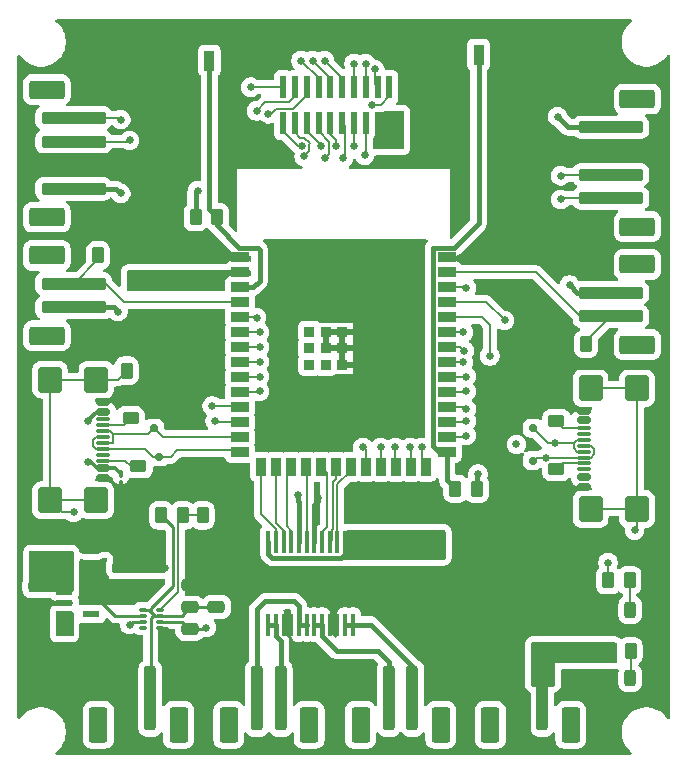
<source format=gbr>
%TF.GenerationSoftware,KiCad,Pcbnew,9.0.5*%
%TF.CreationDate,2025-10-28T16:25:52-07:00*%
%TF.ProjectId,Vine_Basestation_Cable_Reeling,56696e65-5f42-4617-9365-73746174696f,rev?*%
%TF.SameCoordinates,Original*%
%TF.FileFunction,Copper,L1,Top*%
%TF.FilePolarity,Positive*%
%FSLAX46Y46*%
G04 Gerber Fmt 4.6, Leading zero omitted, Abs format (unit mm)*
G04 Created by KiCad (PCBNEW 9.0.5) date 2025-10-28 16:25:52*
%MOMM*%
%LPD*%
G01*
G04 APERTURE LIST*
G04 Aperture macros list*
%AMRoundRect*
0 Rectangle with rounded corners*
0 $1 Rounding radius*
0 $2 $3 $4 $5 $6 $7 $8 $9 X,Y pos of 4 corners*
0 Add a 4 corners polygon primitive as box body*
4,1,4,$2,$3,$4,$5,$6,$7,$8,$9,$2,$3,0*
0 Add four circle primitives for the rounded corners*
1,1,$1+$1,$2,$3*
1,1,$1+$1,$4,$5*
1,1,$1+$1,$6,$7*
1,1,$1+$1,$8,$9*
0 Add four rect primitives between the rounded corners*
20,1,$1+$1,$2,$3,$4,$5,0*
20,1,$1+$1,$4,$5,$6,$7,0*
20,1,$1+$1,$6,$7,$8,$9,0*
20,1,$1+$1,$8,$9,$2,$3,0*%
G04 Aperture macros list end*
%TA.AperFunction,SMDPad,CuDef*%
%ADD10RoundRect,0.150000X-0.200000X0.150000X-0.200000X-0.150000X0.200000X-0.150000X0.200000X0.150000X0*%
%TD*%
%TA.AperFunction,SMDPad,CuDef*%
%ADD11RoundRect,0.250000X0.475000X-0.250000X0.475000X0.250000X-0.475000X0.250000X-0.475000X-0.250000X0*%
%TD*%
%TA.AperFunction,SMDPad,CuDef*%
%ADD12RoundRect,0.250000X0.262500X0.450000X-0.262500X0.450000X-0.262500X-0.450000X0.262500X-0.450000X0*%
%TD*%
%TA.AperFunction,SMDPad,CuDef*%
%ADD13RoundRect,0.250000X0.450000X-0.262500X0.450000X0.262500X-0.450000X0.262500X-0.450000X-0.262500X0*%
%TD*%
%TA.AperFunction,SMDPad,CuDef*%
%ADD14RoundRect,0.250000X-0.262500X-0.450000X0.262500X-0.450000X0.262500X0.450000X-0.262500X0.450000X0*%
%TD*%
%TA.AperFunction,SMDPad,CuDef*%
%ADD15R,1.422400X0.558800*%
%TD*%
%TA.AperFunction,SMDPad,CuDef*%
%ADD16RoundRect,0.250000X-0.450000X0.262500X-0.450000X-0.262500X0.450000X-0.262500X0.450000X0.262500X0*%
%TD*%
%TA.AperFunction,SMDPad,CuDef*%
%ADD17RoundRect,0.150000X0.200000X-0.150000X0.200000X0.150000X-0.200000X0.150000X-0.200000X-0.150000X0*%
%TD*%
%TA.AperFunction,SMDPad,CuDef*%
%ADD18RoundRect,0.243750X-0.243750X-0.456250X0.243750X-0.456250X0.243750X0.456250X-0.243750X0.456250X0*%
%TD*%
%TA.AperFunction,SMDPad,CuDef*%
%ADD19RoundRect,0.250000X0.250000X2.500000X-0.250000X2.500000X-0.250000X-2.500000X0.250000X-2.500000X0*%
%TD*%
%TA.AperFunction,SMDPad,CuDef*%
%ADD20RoundRect,0.250000X0.550000X1.250000X-0.550000X1.250000X-0.550000X-1.250000X0.550000X-1.250000X0*%
%TD*%
%TA.AperFunction,SMDPad,CuDef*%
%ADD21R,0.500000X1.850000*%
%TD*%
%TA.AperFunction,SMDPad,CuDef*%
%ADD22RoundRect,0.100000X0.100000X-0.850000X0.100000X0.850000X-0.100000X0.850000X-0.100000X-0.850000X0*%
%TD*%
%TA.AperFunction,SMDPad,CuDef*%
%ADD23RoundRect,0.100000X-0.100000X0.217500X-0.100000X-0.217500X0.100000X-0.217500X0.100000X0.217500X0*%
%TD*%
%TA.AperFunction,SMDPad,CuDef*%
%ADD24RoundRect,0.150000X-0.425000X0.150000X-0.425000X-0.150000X0.425000X-0.150000X0.425000X0.150000X0*%
%TD*%
%TA.AperFunction,SMDPad,CuDef*%
%ADD25RoundRect,0.075000X-0.500000X0.075000X-0.500000X-0.075000X0.500000X-0.075000X0.500000X0.075000X0*%
%TD*%
%TA.AperFunction,SMDPad,CuDef*%
%ADD26RoundRect,0.250000X-0.750000X0.840000X-0.750000X-0.840000X0.750000X-0.840000X0.750000X0.840000X0*%
%TD*%
%TA.AperFunction,SMDPad,CuDef*%
%ADD27R,1.498600X0.812800*%
%TD*%
%TA.AperFunction,SMDPad,CuDef*%
%ADD28R,0.812800X1.498600*%
%TD*%
%TA.AperFunction,SMDPad,CuDef*%
%ADD29R,0.889000X0.889000*%
%TD*%
%TA.AperFunction,SMDPad,CuDef*%
%ADD30RoundRect,0.250000X2.500000X-0.250000X2.500000X0.250000X-2.500000X0.250000X-2.500000X-0.250000X0*%
%TD*%
%TA.AperFunction,SMDPad,CuDef*%
%ADD31RoundRect,0.250000X1.250000X-0.550000X1.250000X0.550000X-1.250000X0.550000X-1.250000X-0.550000X0*%
%TD*%
%TA.AperFunction,SMDPad,CuDef*%
%ADD32R,0.900000X1.700000*%
%TD*%
%TA.AperFunction,SMDPad,CuDef*%
%ADD33RoundRect,0.150000X0.425000X-0.150000X0.425000X0.150000X-0.425000X0.150000X-0.425000X-0.150000X0*%
%TD*%
%TA.AperFunction,SMDPad,CuDef*%
%ADD34RoundRect,0.075000X0.500000X-0.075000X0.500000X0.075000X-0.500000X0.075000X-0.500000X-0.075000X0*%
%TD*%
%TA.AperFunction,SMDPad,CuDef*%
%ADD35RoundRect,0.250000X0.750000X-0.840000X0.750000X0.840000X-0.750000X0.840000X-0.750000X-0.840000X0*%
%TD*%
%TA.AperFunction,SMDPad,CuDef*%
%ADD36RoundRect,0.250000X-2.500000X0.250000X-2.500000X-0.250000X2.500000X-0.250000X2.500000X0.250000X0*%
%TD*%
%TA.AperFunction,SMDPad,CuDef*%
%ADD37RoundRect,0.250000X-1.250000X0.550000X-1.250000X-0.550000X1.250000X-0.550000X1.250000X0.550000X0*%
%TD*%
%TA.AperFunction,SMDPad,CuDef*%
%ADD38RoundRect,0.250000X-0.475000X0.250000X-0.475000X-0.250000X0.475000X-0.250000X0.475000X0.250000X0*%
%TD*%
%TA.AperFunction,SMDPad,CuDef*%
%ADD39RoundRect,0.050000X0.285000X0.100000X-0.285000X0.100000X-0.285000X-0.100000X0.285000X-0.100000X0*%
%TD*%
%TA.AperFunction,ViaPad*%
%ADD40C,0.660400*%
%TD*%
%TA.AperFunction,Conductor*%
%ADD41C,0.304800*%
%TD*%
%TA.AperFunction,Conductor*%
%ADD42C,0.177800*%
%TD*%
%TA.AperFunction,Conductor*%
%ADD43C,0.381000*%
%TD*%
%TA.AperFunction,Conductor*%
%ADD44C,0.203200*%
%TD*%
%TA.AperFunction,Conductor*%
%ADD45C,0.200000*%
%TD*%
%TA.AperFunction,Conductor*%
%ADD46C,0.254000*%
%TD*%
G04 APERTURE END LIST*
D10*
%TO.P,D2,2,A2*%
%TO.N,/USB2_Dn*%
X153390000Y-96610000D03*
%TO.P,D2,1,A1*%
%TO.N,GND*%
X153390000Y-98010000D03*
%TD*%
D11*
%TO.P,C12,1*%
%TO.N,3V3_USB*%
X116000000Y-105950000D03*
%TO.P,C12,2*%
%TO.N,GND*%
X116000000Y-104050000D03*
%TD*%
D12*
%TO.P,R3,1*%
%TO.N,/SW2*%
X157912500Y-86750000D03*
%TO.P,R3,2*%
%TO.N,GND*%
X156087500Y-86750000D03*
%TD*%
D11*
%TO.P,C8,1*%
%TO.N,12V0*%
X139950000Y-103000000D03*
%TO.P,C8,2*%
%TO.N,GND*%
X139950000Y-101100000D03*
%TD*%
D13*
%TO.P,R9,1*%
%TO.N,Net-(J10-CC1)*%
X119325000Y-93022500D03*
%TO.P,R9,2*%
%TO.N,GND*%
X119325000Y-91197500D03*
%TD*%
D14*
%TO.P,R5,1*%
%TO.N,Net-(U3-PR1)*%
X125425000Y-101250000D03*
%TO.P,R5,2*%
%TO.N,GND*%
X127250000Y-101250000D03*
%TD*%
D15*
%TO.P,U4,1,VIN*%
%TO.N,5V0*%
X113711200Y-107699998D03*
%TO.P,U4,2,GND*%
%TO.N,GND*%
X113711200Y-108649999D03*
%TO.P,U4,3,CONTROL*%
%TO.N,5V0*%
X113711200Y-109600000D03*
%TO.P,U4,4,NC*%
%TO.N,unconnected-(U4-NC-Pad4)*%
X116000000Y-109600000D03*
%TO.P,U4,5,VOUT*%
%TO.N,3V3_USB*%
X116000000Y-107699998D03*
%TD*%
D11*
%TO.P,C10,1*%
%TO.N,3V3*%
X123500000Y-81400000D03*
%TO.P,C10,2*%
%TO.N,GND*%
X123500000Y-79500000D03*
%TD*%
%TO.P,C5,1*%
%TO.N,3V3_USB*%
X120750000Y-107550000D03*
%TO.P,C5,2*%
%TO.N,GND*%
X120750000Y-105650000D03*
%TD*%
D16*
%TO.P,R10,1*%
%TO.N,Net-(J10-CC2)*%
X120000000Y-97110000D03*
%TO.P,R10,2*%
%TO.N,GND*%
X120000000Y-98935000D03*
%TD*%
D17*
%TO.P,D4,1,A1*%
%TO.N,GND*%
X121325000Y-92460000D03*
%TO.P,D4,2,A2*%
%TO.N,/USB1_Dn*%
X121325000Y-93860000D03*
%TD*%
D18*
%TO.P,D7,1,K*%
%TO.N,GND*%
X159750000Y-115000000D03*
%TO.P,D7,2,A*%
%TO.N,Net-(D7-A)*%
X161625000Y-115000000D03*
%TD*%
D11*
%TO.P,C7,1*%
%TO.N,3V3*%
X125750000Y-81400000D03*
%TO.P,C7,2*%
%TO.N,GND*%
X125750000Y-79500000D03*
%TD*%
D19*
%TO.P,J1,1,Pin_1*%
%TO.N,3V3_SUPPLY*%
X121000000Y-116750000D03*
%TO.P,J1,2,Pin_2*%
%TO.N,GND*%
X119000000Y-116750000D03*
D20*
%TO.P,J1,MP*%
%TO.N,N/C*%
X123400000Y-119000000D03*
X116600000Y-119000000D03*
%TD*%
D19*
%TO.P,J2,1,Pin_1*%
%TO.N,12V0*%
X154200000Y-116750000D03*
%TO.P,J2,2,Pin_2*%
%TO.N,GND*%
X152200000Y-116750000D03*
D20*
%TO.P,J2,MP*%
%TO.N,N/C*%
X156600000Y-119000000D03*
X149800000Y-119000000D03*
%TD*%
D14*
%TO.P,R2,1*%
%TO.N,/SW1*%
X116587500Y-79250000D03*
%TO.P,R2,2*%
%TO.N,GND*%
X118412500Y-79250000D03*
%TD*%
D18*
%TO.P,D6,1,K*%
%TO.N,GND*%
X159750000Y-109250000D03*
%TO.P,D6,2,A*%
%TO.N,Net-(D6-A)*%
X161625000Y-109250000D03*
%TD*%
D21*
%TO.P,J11,1,Pin_1*%
%TO.N,/IO5*%
X132250000Y-65000000D03*
%TO.P,J11,2,Pin_2*%
%TO.N,/IO14*%
X132250000Y-68050000D03*
%TO.P,J11,3,Pin_3*%
%TO.N,/IO6*%
X133250000Y-65000000D03*
%TO.P,J11,4,Pin_4*%
%TO.N,/IO21*%
X133250000Y-68050000D03*
%TO.P,J11,5,Pin_5*%
%TO.N,/IO7*%
X134250000Y-65000000D03*
%TO.P,J11,6,Pin_6*%
%TO.N,/IO47*%
X134250000Y-68050000D03*
%TO.P,J11,7,Pin_7*%
%TO.N,/IO15*%
X135250000Y-65000000D03*
%TO.P,J11,8,Pin_8*%
%TO.N,/IO48*%
X135250000Y-68050000D03*
%TO.P,J11,9,Pin_9*%
%TO.N,/IO16*%
X136250000Y-65000000D03*
%TO.P,J11,10,Pin_10*%
%TO.N,/IO45*%
X136250000Y-68050000D03*
%TO.P,J11,11,Pin_11*%
%TO.N,/IO17*%
X137250000Y-65000000D03*
%TO.P,J11,12,Pin_12*%
%TO.N,/IO35*%
X137250000Y-68050000D03*
%TO.P,J11,13,Pin_13*%
%TO.N,/IO2*%
X138250000Y-65000000D03*
%TO.P,J11,14,Pin_14*%
%TO.N,/IO36*%
X138250000Y-68050000D03*
%TO.P,J11,15,Pin_15*%
%TO.N,/IO42*%
X139250000Y-65000000D03*
%TO.P,J11,16,Pin_16*%
%TO.N,/IO8*%
X139250000Y-68050000D03*
%TO.P,J11,17,Pin_17*%
%TO.N,/IO39*%
X140250000Y-65000000D03*
%TO.P,J11,18,Pin_18*%
%TO.N,3V3*%
X140250000Y-68050000D03*
%TO.P,J11,19,Pin_19*%
%TO.N,/IO18*%
X141250000Y-65000000D03*
%TO.P,J11,20,Pin_20*%
%TO.N,3V3*%
X141250000Y-68050000D03*
%TO.P,J11,21,Pin_21*%
%TO.N,GND*%
X142250000Y-65000000D03*
%TO.P,J11,22,Pin_22*%
%TO.N,3V3*%
X142250000Y-68050000D03*
%TO.P,J11,23,Pin_23*%
%TO.N,GND*%
X143250000Y-65000000D03*
%TO.P,J11,24,Pin_24*%
X143250000Y-68050000D03*
%TD*%
D12*
%TO.P,R12,1*%
%TO.N,3V3*%
X148662500Y-99000000D03*
%TO.P,R12,2*%
%TO.N,Net-(U1-IO0)*%
X146837500Y-99000000D03*
%TD*%
D16*
%TO.P,R6,1*%
%TO.N,Net-(J3-CC1)*%
X155390000Y-97360000D03*
%TO.P,R6,2*%
%TO.N,GND*%
X155390000Y-99185000D03*
%TD*%
D17*
%TO.P,D1,1,A1*%
%TO.N,GND*%
X153390000Y-92460000D03*
%TO.P,D1,2,A2*%
%TO.N,/USB2_Dp*%
X153390000Y-93860000D03*
%TD*%
D14*
%TO.P,R4,1*%
%TO.N,3V3_SUPPLY*%
X121925000Y-101250000D03*
%TO.P,R4,2*%
%TO.N,Net-(U3-PR1)*%
X123750000Y-101250000D03*
%TD*%
D22*
%TO.P,U5,1,AO1*%
%TO.N,Net-(J6-Pin_1)*%
X131000000Y-110500000D03*
%TO.P,U5,2,AO1*%
X131650000Y-110500000D03*
%TO.P,U5,3,PGND1*%
%TO.N,GND*%
X132300000Y-110500000D03*
%TO.P,U5,4,PGND1*%
X132950000Y-110500000D03*
%TO.P,U5,5,AO2*%
%TO.N,Net-(J6-Pin_2)*%
X133600000Y-110500000D03*
%TO.P,U5,6,AO2*%
X134250000Y-110500000D03*
%TO.P,U5,7,BO2*%
%TO.N,Net-(J7-Pin_2)*%
X134900000Y-110500000D03*
%TO.P,U5,8,BO2*%
X135550000Y-110500000D03*
%TO.P,U5,9,PGND2*%
%TO.N,GND*%
X136200000Y-110500000D03*
%TO.P,U5,10,PGND2*%
X136850000Y-110500000D03*
%TO.P,U5,11,BO1*%
%TO.N,Net-(J7-Pin_1)*%
X137500000Y-110500000D03*
%TO.P,U5,12,BO1*%
X138150000Y-110500000D03*
%TO.P,U5,13,VM2*%
%TO.N,12V0*%
X138150000Y-103500000D03*
%TO.P,U5,14,VM3*%
X137500000Y-103500000D03*
%TO.P,U5,15,PWMB*%
%TO.N,/MOTOR_PWMB*%
X136850000Y-103500000D03*
%TO.P,U5,16,BIN2*%
%TO.N,/MOTOR_BIN2*%
X136200000Y-103500000D03*
%TO.P,U5,17,BIN1*%
%TO.N,/MOTOR_BIN1*%
X135550000Y-103500000D03*
%TO.P,U5,18,GND*%
%TO.N,GND*%
X134900000Y-103500000D03*
%TO.P,U5,19,STBY*%
%TO.N,/MOTOR_STBY*%
X134250000Y-103500000D03*
%TO.P,U5,20,VCC*%
%TO.N,3V3*%
X133600000Y-103500000D03*
%TO.P,U5,21,AIN1*%
%TO.N,/MOTOR_AIN1*%
X132950000Y-103500000D03*
%TO.P,U5,22,AIN2*%
%TO.N,/MOTOR_AIN2*%
X132300000Y-103500000D03*
%TO.P,U5,23,PWMA*%
%TO.N,/MOTOR_PWMA*%
X131650000Y-103500000D03*
%TO.P,U5,24,VM1*%
%TO.N,12V0*%
X131000000Y-103500000D03*
%TD*%
D14*
%TO.P,R8,1*%
%TO.N,3V3*%
X159750000Y-106750000D03*
%TO.P,R8,2*%
%TO.N,Net-(D6-A)*%
X161575000Y-106750000D03*
%TD*%
D23*
%TO.P,D5,1,A1*%
%TO.N,5V0*%
X118500000Y-97775000D03*
%TO.P,D5,2,A2*%
%TO.N,GND*%
X118500000Y-98590000D03*
%TD*%
D24*
%TO.P,J10,A1,GND*%
%TO.N,GND*%
X117005000Y-91660000D03*
%TO.P,J10,A4,VBUS*%
%TO.N,5V0*%
X117005000Y-92460000D03*
D25*
%TO.P,J10,A5,CC1*%
%TO.N,Net-(J10-CC1)*%
X117005000Y-93610000D03*
%TO.P,J10,A6,D+*%
%TO.N,/USB1_Dp*%
X117005000Y-94610000D03*
%TO.P,J10,A7,D-*%
%TO.N,/USB1_Dn*%
X117005000Y-95110000D03*
%TO.P,J10,A8*%
%TO.N,N/C*%
X117005000Y-96110000D03*
D24*
%TO.P,J10,A9,VBUS*%
%TO.N,5V0*%
X117005000Y-97260000D03*
%TO.P,J10,A12,GND*%
%TO.N,GND*%
X117005000Y-98060000D03*
%TO.P,J10,B1,GND*%
X117005000Y-98060000D03*
%TO.P,J10,B4,VBUS*%
%TO.N,5V0*%
X117005000Y-97260000D03*
D25*
%TO.P,J10,B5,CC2*%
%TO.N,Net-(J10-CC2)*%
X117005000Y-96610000D03*
%TO.P,J10,B6,D+*%
%TO.N,/USB1_Dp*%
X117005000Y-95610000D03*
%TO.P,J10,B7,D-*%
%TO.N,/USB1_Dn*%
X117005000Y-94110000D03*
%TO.P,J10,B8*%
%TO.N,N/C*%
X117005000Y-93110000D03*
D24*
%TO.P,J10,B9,VBUS*%
%TO.N,5V0*%
X117005000Y-92460000D03*
%TO.P,J10,B12,GND*%
%TO.N,GND*%
X117005000Y-91660000D03*
D26*
%TO.P,J10,S1,SHIELD*%
%TO.N,CHASSIS*%
X116430000Y-89750000D03*
X112500000Y-89750000D03*
X116430000Y-99970000D03*
X112500000Y-99970000D03*
%TD*%
D27*
%TO.P,U1,1,GND*%
%TO.N,GND*%
X128600000Y-79380000D03*
%TO.P,U1,2,3V3*%
%TO.N,3V3*%
X128600000Y-80650000D03*
%TO.P,U1,3,EN*%
%TO.N,Net-(U1-EN)*%
X128600000Y-81920000D03*
%TO.P,U1,4,IO4*%
%TO.N,/SW1*%
X128600000Y-83190000D03*
%TO.P,U1,5,IO5*%
%TO.N,/IO5*%
X128600000Y-84460000D03*
%TO.P,U1,6,IO6*%
%TO.N,/IO6*%
X128600000Y-85730000D03*
%TO.P,U1,7,IO7*%
%TO.N,/IO7*%
X128600000Y-87000000D03*
%TO.P,U1,8,IO15*%
%TO.N,/IO15*%
X128600000Y-88270000D03*
%TO.P,U1,9,IO16*%
%TO.N,/IO16*%
X128600000Y-89540000D03*
%TO.P,U1,10,IO17*%
%TO.N,/IO17*%
X128600000Y-90810000D03*
%TO.P,U1,11,IO18*%
%TO.N,/ENCODER_AO1*%
X128600000Y-92080000D03*
%TO.P,U1,12,IO8*%
%TO.N,/ENCODER_AO2*%
X128600000Y-93350000D03*
%TO.P,U1,13,IO19*%
%TO.N,/USB1_Dn*%
X128600000Y-94620000D03*
%TO.P,U1,14,IO20*%
%TO.N,/USB1_Dp*%
X128600000Y-95890000D03*
D28*
%TO.P,U1,15,IO3*%
%TO.N,/MOTOR_PWMA*%
X130365000Y-97140000D03*
%TO.P,U1,16,IO46*%
%TO.N,/MOTOR_AIN2*%
X131635000Y-97140000D03*
%TO.P,U1,17,IO9*%
%TO.N,/MOTOR_AIN1*%
X132905000Y-97140000D03*
%TO.P,U1,18,IO10*%
%TO.N,/MOTOR_STBY*%
X134175000Y-97140000D03*
%TO.P,U1,19,IO11*%
%TO.N,/MOTOR_BIN1*%
X135445000Y-97140000D03*
%TO.P,U1,20,IO12*%
%TO.N,/MOTOR_BIN2*%
X136715000Y-97140000D03*
%TO.P,U1,21,IO13*%
%TO.N,/MOTOR_PWMB*%
X137985000Y-97140000D03*
%TO.P,U1,22,IO14*%
%TO.N,/IO14*%
X139255000Y-97140000D03*
%TO.P,U1,23,IO21*%
%TO.N,/IO21*%
X140525000Y-97140000D03*
%TO.P,U1,24,IO47*%
%TO.N,/IO47*%
X141795000Y-97140000D03*
%TO.P,U1,25,IO48*%
%TO.N,/IO48*%
X143065000Y-97140000D03*
%TO.P,U1,26,IO45*%
%TO.N,/IO45*%
X144335000Y-97140000D03*
D27*
%TO.P,U1,27,IO0*%
%TO.N,Net-(U1-IO0)*%
X146100000Y-95890000D03*
%TO.P,U1,28,IO35*%
%TO.N,/IO35*%
X146100000Y-94620000D03*
%TO.P,U1,29,IO36*%
%TO.N,/IO36*%
X146100000Y-93350000D03*
%TO.P,U1,30,IO37*%
%TO.N,/IO8*%
X146100000Y-92080000D03*
%TO.P,U1,31,IO38*%
%TO.N,/IO18*%
X146100000Y-90810000D03*
%TO.P,U1,32,IO39*%
%TO.N,/IO39*%
X146100000Y-89540000D03*
%TO.P,U1,33,IO40*%
%TO.N,/ENCODER_BO2*%
X146100000Y-88270000D03*
%TO.P,U1,34,IO41*%
%TO.N,/ENCODER_BO1*%
X146100000Y-87000000D03*
%TO.P,U1,35,IO42*%
%TO.N,/IO42*%
X146100000Y-85730000D03*
%TO.P,U1,36,RXD0*%
%TO.N,/RXD0*%
X146100000Y-84460000D03*
%TO.P,U1,37,TXD0*%
%TO.N,/TXD0*%
X146100000Y-83190000D03*
%TO.P,U1,38,IO2*%
%TO.N,/IO2*%
X146100000Y-81920000D03*
%TO.P,U1,39,IO1*%
%TO.N,/SW2*%
X146100000Y-80650000D03*
%TO.P,U1,40,GND*%
%TO.N,GND*%
X146100000Y-79380000D03*
D29*
%TO.P,U1,41,GND*%
X135850000Y-87100000D03*
%TO.P,U1,42*%
%TO.N,N/C*%
X134450000Y-85700000D03*
%TO.P,U1,43*%
X134450000Y-87100000D03*
%TO.P,U1,44*%
X134450000Y-88500000D03*
%TO.P,U1,45*%
X135850000Y-88500000D03*
%TO.P,U1,46,GND*%
%TO.N,GND*%
X137250000Y-88500000D03*
%TO.P,U1,47,GND*%
X137250000Y-87100000D03*
%TO.P,U1,48,GND*%
X137250000Y-85700000D03*
%TO.P,U1,49,GND*%
X135850000Y-85700000D03*
%TD*%
D19*
%TO.P,J7,1,Pin_1*%
%TO.N,Net-(J7-Pin_1)*%
X143200000Y-116750000D03*
%TO.P,J7,2,Pin_2*%
%TO.N,Net-(J7-Pin_2)*%
X141200000Y-116750000D03*
D20*
%TO.P,J7,MP*%
%TO.N,N/C*%
X145600000Y-119000000D03*
X138800000Y-119000000D03*
%TD*%
D11*
%TO.P,C2,1*%
%TO.N,3V3_SUPPLY*%
X124350000Y-109050000D03*
%TO.P,C2,2*%
%TO.N,GND*%
X124350000Y-107150000D03*
%TD*%
D19*
%TO.P,J6,1,Pin_1*%
%TO.N,Net-(J6-Pin_1)*%
X132050000Y-116750000D03*
%TO.P,J6,2,Pin_2*%
%TO.N,Net-(J6-Pin_2)*%
X130050000Y-116750000D03*
D20*
%TO.P,J6,MP*%
%TO.N,N/C*%
X134450000Y-119000000D03*
X127650000Y-119000000D03*
%TD*%
D14*
%TO.P,R11,1*%
%TO.N,12V0*%
X159837500Y-112750000D03*
%TO.P,R11,2*%
%TO.N,Net-(D7-A)*%
X161662500Y-112750000D03*
%TD*%
D30*
%TO.P,J8,1,Pin_1*%
%TO.N,3V3*%
X114500000Y-73600000D03*
%TO.P,J8,2,Pin_2*%
%TO.N,GND*%
X114500000Y-71600000D03*
%TO.P,J8,3,Pin_3*%
%TO.N,/ENCODER_AO1*%
X114500000Y-69600000D03*
%TO.P,J8,4,Pin_4*%
%TO.N,/ENCODER_AO2*%
X114500000Y-67600000D03*
D31*
%TO.P,J8,MP*%
%TO.N,N/C*%
X112250000Y-76000000D03*
X112250000Y-65200000D03*
%TD*%
D32*
%TO.P,SW1,1,1*%
%TO.N,GND*%
X122600000Y-62750000D03*
%TO.P,SW1,2,2*%
%TO.N,Net-(U1-EN)*%
X126000000Y-62750000D03*
%TD*%
D33*
%TO.P,J3,A1,GND*%
%TO.N,GND*%
X157710000Y-98810000D03*
%TO.P,J3,A4,VBUS*%
%TO.N,unconnected-(J3-VBUS-PadA4)*%
X157710000Y-98010000D03*
D34*
%TO.P,J3,A5,CC1*%
%TO.N,Net-(J3-CC1)*%
X157710000Y-96860000D03*
%TO.P,J3,A6,D+*%
%TO.N,/USB2_Dp*%
X157710000Y-95860000D03*
%TO.P,J3,A7,D-*%
%TO.N,/USB2_Dn*%
X157710000Y-95360000D03*
%TO.P,J3,A8*%
%TO.N,N/C*%
X157710000Y-94360000D03*
D33*
%TO.P,J3,A9,VBUS*%
%TO.N,unconnected-(J3-VBUS-PadA4)_1*%
X157710000Y-93210000D03*
%TO.P,J3,A12,GND*%
%TO.N,GND*%
X157710000Y-92410000D03*
%TO.P,J3,B1,GND*%
X157710000Y-92410000D03*
%TO.P,J3,B4,VBUS*%
%TO.N,unconnected-(J3-VBUS-PadA4)_3*%
X157710000Y-93210000D03*
D34*
%TO.P,J3,B5,CC2*%
%TO.N,Net-(J3-CC2)*%
X157710000Y-93860000D03*
%TO.P,J3,B6,D+*%
%TO.N,/USB2_Dp*%
X157710000Y-94860000D03*
%TO.P,J3,B7,D-*%
%TO.N,/USB2_Dn*%
X157710000Y-96360000D03*
%TO.P,J3,B8*%
%TO.N,N/C*%
X157710000Y-97360000D03*
D33*
%TO.P,J3,B9,VBUS*%
%TO.N,unconnected-(J3-VBUS-PadA4)_2*%
X157710000Y-98010000D03*
%TO.P,J3,B12,GND*%
%TO.N,GND*%
X157710000Y-98810000D03*
D35*
%TO.P,J3,S1,SHIELD*%
%TO.N,CHASSIS*%
X158285000Y-100720000D03*
X162215000Y-100720000D03*
X158285000Y-90500000D03*
X162215000Y-90500000D03*
%TD*%
D11*
%TO.P,C15,1*%
%TO.N,3V3*%
X121250000Y-81400000D03*
%TO.P,C15,2*%
%TO.N,GND*%
X121250000Y-79500000D03*
%TD*%
D13*
%TO.P,R7,1*%
%TO.N,Net-(J3-CC2)*%
X155390000Y-93272500D03*
%TO.P,R7,2*%
%TO.N,GND*%
X155390000Y-91447500D03*
%TD*%
D11*
%TO.P,C4,1*%
%TO.N,3V3_USB*%
X118500000Y-107550000D03*
%TO.P,C4,2*%
%TO.N,GND*%
X118500000Y-105650000D03*
%TD*%
D36*
%TO.P,J9,1,Pin_1*%
%TO.N,3V3*%
X160000000Y-68400000D03*
%TO.P,J9,2,Pin_2*%
%TO.N,GND*%
X160000000Y-70400000D03*
%TO.P,J9,3,Pin_3*%
%TO.N,/ENCODER_BO1*%
X160000000Y-72400000D03*
%TO.P,J9,4,Pin_4*%
%TO.N,/ENCODER_BO2*%
X160000000Y-74400000D03*
D37*
%TO.P,J9,MP*%
%TO.N,N/C*%
X162250000Y-66000000D03*
X162250000Y-76800000D03*
%TD*%
D32*
%TO.P,SW2,1,1*%
%TO.N,GND*%
X152200000Y-62250000D03*
%TO.P,SW2,2,2*%
%TO.N,Net-(U1-IO0)*%
X148800000Y-62250000D03*
%TD*%
D14*
%TO.P,R1,1*%
%TO.N,CHASSIS*%
X119000000Y-89000000D03*
%TO.P,R1,2*%
%TO.N,GND*%
X120825000Y-89000000D03*
%TD*%
D11*
%TO.P,C1,1*%
%TO.N,3V3_SUPPLY*%
X126600000Y-109000000D03*
%TO.P,C1,2*%
%TO.N,GND*%
X126600000Y-107100000D03*
%TD*%
D38*
%TO.P,C11,1*%
%TO.N,5V0*%
X111400000Y-107250000D03*
%TO.P,C11,2*%
%TO.N,GND*%
X111400000Y-109150000D03*
%TD*%
D36*
%TO.P,J5,1,Pin_1*%
%TO.N,3V3*%
X160000000Y-82400000D03*
%TO.P,J5,2,Pin_2*%
%TO.N,/SW2*%
X160000000Y-84400000D03*
D37*
%TO.P,J5,MP*%
%TO.N,N/C*%
X162250000Y-80000000D03*
X162250000Y-86800000D03*
%TD*%
D10*
%TO.P,D3,1,A1*%
%TO.N,GND*%
X121750000Y-97700000D03*
%TO.P,D3,2,A2*%
%TO.N,/USB1_Dp*%
X121750000Y-96300000D03*
%TD*%
D38*
%TO.P,C3,1*%
%TO.N,3V3*%
X124350000Y-110900000D03*
%TO.P,C3,2*%
%TO.N,GND*%
X124350000Y-112800000D03*
%TD*%
D39*
%TO.P,U3,1,GND*%
%TO.N,GND*%
X121850000Y-110750000D03*
%TO.P,U3,2,VOUT*%
%TO.N,3V3*%
X121850000Y-110250000D03*
%TO.P,U3,3,VIN1*%
%TO.N,3V3_SUPPLY*%
X121850000Y-109750000D03*
%TO.P,U3,4,PR1*%
%TO.N,Net-(U3-PR1)*%
X121850000Y-109250000D03*
%TO.P,U3,5,MODE*%
%TO.N,3V3_SUPPLY*%
X120370000Y-109250000D03*
%TO.P,U3,6,VIN2*%
%TO.N,3V3_USB*%
X120370000Y-109750000D03*
%TO.P,U3,7,VOUT*%
%TO.N,3V3*%
X120370000Y-110250000D03*
%TO.P,U3,8,ST*%
%TO.N,unconnected-(U3-ST-Pad8)*%
X120370000Y-110750000D03*
%TD*%
D11*
%TO.P,C9,1*%
%TO.N,12V0*%
X142450000Y-103000000D03*
%TO.P,C9,2*%
%TO.N,GND*%
X142450000Y-101100000D03*
%TD*%
D30*
%TO.P,J4,1,Pin_1*%
%TO.N,3V3*%
X114500000Y-83650000D03*
%TO.P,J4,2,Pin_2*%
%TO.N,/SW1*%
X114500000Y-81650000D03*
D31*
%TO.P,J4,MP*%
%TO.N,N/C*%
X112250000Y-86050000D03*
X112250000Y-79250000D03*
%TD*%
D14*
%TO.P,R13,1*%
%TO.N,3V3*%
X124837500Y-76000000D03*
%TO.P,R13,2*%
%TO.N,Net-(U1-EN)*%
X126662500Y-76000000D03*
%TD*%
D40*
%TO.N,GND*%
X130750000Y-92750000D03*
X130750000Y-95000000D03*
X132750000Y-95000000D03*
X135000000Y-95000000D03*
X132750000Y-92750000D03*
X142750000Y-79500000D03*
X118750000Y-64750000D03*
X122750000Y-70000000D03*
X122750000Y-67750000D03*
X127000000Y-98250000D03*
X124750000Y-98250000D03*
X138000000Y-115000000D03*
X135750000Y-115000000D03*
X127000000Y-115000000D03*
X124750000Y-115000000D03*
X142000000Y-107750000D03*
X139750000Y-107750000D03*
X125000000Y-89000000D03*
X122750000Y-89000000D03*
X153500000Y-73750000D03*
X151250000Y-73750000D03*
X153500000Y-69250000D03*
X151250000Y-69250000D03*
X125000000Y-86250000D03*
X122750000Y-86250000D03*
X120500000Y-86250000D03*
X118250000Y-86250000D03*
X158000000Y-78250000D03*
X155750000Y-78250000D03*
X153500000Y-78250000D03*
X151250000Y-78250000D03*
X117250000Y-114000000D03*
X115000000Y-114000000D03*
X112750000Y-114000000D03*
X110500000Y-114000000D03*
X155000000Y-108250000D03*
X152750000Y-108250000D03*
X150500000Y-108250000D03*
X148250000Y-108250000D03*
X155000000Y-105000000D03*
X152750000Y-105000000D03*
X150500000Y-105000000D03*
X148250000Y-105000000D03*
X160250000Y-61500000D03*
X158000000Y-61500000D03*
X155750000Y-61500000D03*
X116500000Y-61500000D03*
X118750000Y-61500000D03*
X114250000Y-61500000D03*
%TO.N,5V0*%
X115750000Y-96750000D03*
X115750000Y-93250000D03*
%TO.N,/IO8*%
X139150000Y-70750000D03*
%TO.N,/IO2*%
X138250000Y-63000000D03*
%TO.N,/IO42*%
X139250000Y-63000000D03*
%TO.N,/IO39*%
X140000000Y-63500000D03*
%TO.N,/IO18*%
X139750000Y-66500000D03*
%TO.N,/IO36*%
X138250000Y-70000000D03*
%TO.N,/IO35*%
X137350000Y-71000000D03*
X147750000Y-94500000D03*
%TO.N,/IO36*%
X147750000Y-93250000D03*
%TO.N,/IO8*%
X147750000Y-92250000D03*
%TO.N,/IO18*%
X147750000Y-90750000D03*
%TO.N,/IO39*%
X147750000Y-89500000D03*
%TO.N,/IO42*%
X147500000Y-85750000D03*
%TO.N,/IO2*%
X147750000Y-82000000D03*
%TO.N,/IO45*%
X144000000Y-95500000D03*
X136750000Y-70000000D03*
%TO.N,/IO48*%
X135750000Y-71000000D03*
X143000000Y-95500000D03*
%TO.N,/IO47*%
X135463169Y-69975737D03*
X141750000Y-95500000D03*
%TO.N,/IO21*%
X134019593Y-70841214D03*
X140500000Y-95500000D03*
%TO.N,/IO14*%
X133838900Y-70000000D03*
X139000000Y-95500000D03*
%TO.N,GND*%
X122250000Y-105750000D03*
X155250000Y-90250000D03*
X150000000Y-95250000D03*
X141250000Y-99750000D03*
X125750000Y-113000000D03*
X118500000Y-71750000D03*
X111250000Y-110500000D03*
X143250000Y-63000000D03*
X143500000Y-69750000D03*
X159750000Y-110750000D03*
X152250000Y-65500000D03*
X155500000Y-70750000D03*
X138500000Y-88250000D03*
X119750000Y-79500000D03*
X117500000Y-103750000D03*
X118750000Y-113250000D03*
X150250000Y-115250000D03*
X135232300Y-99750000D03*
X138500000Y-86000000D03*
X122500000Y-65250000D03*
X159750000Y-116750000D03*
X121250000Y-91000000D03*
X155500000Y-100750000D03*
%TO.N,3V3*%
X140500000Y-69750000D03*
X118500000Y-74000000D03*
X125000000Y-73750000D03*
X155500000Y-67500000D03*
X119750000Y-81500000D03*
X159750000Y-105250000D03*
X133500000Y-99500000D03*
X148750000Y-97750000D03*
X119250000Y-110500000D03*
X142000000Y-69750000D03*
X118250000Y-84000000D03*
X152000000Y-95250000D03*
X125750000Y-110750000D03*
X156500000Y-81750000D03*
%TO.N,12V0*%
X154250000Y-113000000D03*
X142500000Y-104500000D03*
X144750000Y-103500000D03*
%TO.N,5V0*%
X113750000Y-110750000D03*
X113500000Y-105500000D03*
X111750000Y-105500000D03*
%TO.N,/USB2_Dp*%
X155250000Y-95154900D03*
%TO.N,/USB2_Dn*%
X154500000Y-96360000D03*
%TO.N,/ENCODER_AO1*%
X126250000Y-92000000D03*
X119250000Y-69500000D03*
%TO.N,/ENCODER_AO2*%
X118500000Y-67750000D03*
X126500000Y-93250000D03*
%TO.N,/ENCODER_BO2*%
X155750000Y-74500000D03*
X147500000Y-88250000D03*
%TO.N,/ENCODER_BO1*%
X155750000Y-72500000D03*
X147583584Y-87333584D03*
%TO.N,/RXD0*%
X149750000Y-87750000D03*
%TO.N,/TXD0*%
X151000000Y-84750000D03*
%TO.N,CHASSIS*%
X162000000Y-102500000D03*
X114500000Y-101000000D03*
%TO.N,/IO7*%
X130250000Y-87000000D03*
X131000000Y-67250000D03*
%TO.N,/IO15*%
X133754800Y-62750000D03*
X130250000Y-88250000D03*
%TO.N,/IO17*%
X135750000Y-62750000D03*
X130250000Y-90750000D03*
%TO.N,/IO16*%
X130250000Y-89500000D03*
X134750000Y-62750000D03*
%TO.N,/IO5*%
X129500000Y-65000000D03*
X130000000Y-84500000D03*
%TO.N,/IO6*%
X130250000Y-85750000D03*
X130000000Y-67000000D03*
%TD*%
D41*
%TO.N,5V0*%
X117005000Y-97260000D02*
X117985000Y-97260000D01*
X117985000Y-97260000D02*
X118500000Y-97775000D01*
D42*
%TO.N,/USB1_Dp*%
X122750000Y-96300000D02*
X123300000Y-95750000D01*
X121750000Y-96300000D02*
X122750000Y-96300000D01*
X128460000Y-95750000D02*
X128600000Y-95890000D01*
X123300000Y-95750000D02*
X128460000Y-95750000D01*
X117005000Y-95610000D02*
X120575000Y-95610000D01*
X120575000Y-95610000D02*
X121265000Y-96300000D01*
X121265000Y-96300000D02*
X121750000Y-96300000D01*
%TO.N,Net-(J10-CC2)*%
X117005000Y-96610000D02*
X118825000Y-96610000D01*
X119325000Y-97110000D02*
X120000000Y-97110000D01*
X118825000Y-96610000D02*
X119325000Y-97110000D01*
D43*
%TO.N,Net-(U1-EN)*%
X128544600Y-78582100D02*
X130082100Y-78582100D01*
X130250000Y-78750000D02*
X130250000Y-81400300D01*
X129730300Y-81920000D02*
X128600000Y-81920000D01*
X126662500Y-76000000D02*
X126662500Y-76700000D01*
X126662500Y-76700000D02*
X128544600Y-78582100D01*
X130082100Y-78582100D02*
X130250000Y-78750000D01*
X130250000Y-81400300D02*
X129730300Y-81920000D01*
D42*
%TO.N,CHASSIS*%
X112500000Y-99970000D02*
X113530000Y-101000000D01*
X113530000Y-101000000D02*
X114500000Y-101000000D01*
X116430000Y-99970000D02*
X112500000Y-99970000D01*
D41*
%TO.N,5V0*%
X115750000Y-96750000D02*
X115960113Y-96750000D01*
X115960113Y-96750000D02*
X116470113Y-97260000D01*
X116470113Y-97260000D02*
X117005000Y-97260000D01*
X115750000Y-93182072D02*
X115750000Y-93250000D01*
X116472072Y-92460000D02*
X115750000Y-93182072D01*
X117005000Y-92460000D02*
X116472072Y-92460000D01*
D44*
%TO.N,/USB1_Dp*%
X117005000Y-94610000D02*
X116393914Y-94610000D01*
X116127400Y-95347400D02*
X116390000Y-95610000D01*
X116393914Y-94610000D02*
X116127400Y-94876514D01*
X116127400Y-94876514D02*
X116127400Y-95347400D01*
X116390000Y-95610000D02*
X117005000Y-95610000D01*
D45*
%TO.N,/IO48*%
X136100000Y-70650000D02*
X136100000Y-69600000D01*
X135750000Y-71000000D02*
X136100000Y-70650000D01*
X136100000Y-69600000D02*
X135250000Y-68750000D01*
X135250000Y-68750000D02*
X135250000Y-68050000D01*
%TO.N,/IO21*%
X134470100Y-70390707D02*
X134470100Y-69779900D01*
X134500000Y-69750000D02*
X134026000Y-69276000D01*
X134019593Y-70841214D02*
X134470100Y-70390707D01*
X134026000Y-69276000D02*
X133699000Y-69276000D01*
X133699000Y-69276000D02*
X133250000Y-68827000D01*
X133250000Y-68827000D02*
X133250000Y-68050000D01*
%TO.N,/IO35*%
X137350000Y-71000000D02*
X137500000Y-70850000D01*
X137500000Y-70850000D02*
X137500000Y-68300000D01*
X137500000Y-68300000D02*
X137250000Y-68050000D01*
D42*
%TO.N,/IO7*%
X131000000Y-67250000D02*
X131250000Y-67250000D01*
X131250000Y-67250000D02*
X131664900Y-66835100D01*
X131664900Y-66835100D02*
X133089900Y-66835100D01*
X134250000Y-65675000D02*
X134250000Y-65000000D01*
X133089900Y-66835100D02*
X134250000Y-65675000D01*
%TO.N,/IO6*%
X130750000Y-66250000D02*
X132754800Y-66250000D01*
X130000000Y-67000000D02*
X130750000Y-66250000D01*
X132754800Y-66250000D02*
X133250000Y-65754800D01*
X133250000Y-65754800D02*
X133250000Y-65000000D01*
%TO.N,/IO5*%
X129500000Y-65000000D02*
X132250000Y-65000000D01*
%TO.N,/MOTOR_BIN1*%
X135445000Y-97140000D02*
X136000000Y-97695000D01*
X136000000Y-102195826D02*
X135550000Y-102645826D01*
X136000000Y-97695000D02*
X136000000Y-102195826D01*
X135550000Y-102645826D02*
X135550000Y-103500000D01*
%TO.N,/MOTOR_BIN2*%
X136715000Y-97140000D02*
X136750000Y-97175000D01*
X136750000Y-97175000D02*
X136750000Y-98182196D01*
X136471200Y-98460996D02*
X136471200Y-102374626D01*
X136471200Y-102374626D02*
X136360100Y-102485726D01*
X136750000Y-98182196D02*
X136471200Y-98460996D01*
X136360100Y-102485726D02*
X136360100Y-103339900D01*
X136360100Y-103339900D02*
X136200000Y-103500000D01*
%TO.N,/MOTOR_STBY*%
X134175000Y-97140000D02*
X134250000Y-97215000D01*
X134250000Y-97215000D02*
X134250000Y-103500000D01*
D43*
%TO.N,3V3*%
X133500000Y-100050000D02*
X133600000Y-100150000D01*
X133500000Y-99500000D02*
X133500000Y-100050000D01*
X133600000Y-100150000D02*
X133600000Y-103500000D01*
D44*
%TO.N,/IO8*%
X139250000Y-68050000D02*
X139250000Y-70650000D01*
X139250000Y-70650000D02*
X139150000Y-70750000D01*
D42*
%TO.N,CHASSIS*%
X116430000Y-89750000D02*
X118250000Y-89750000D01*
X118250000Y-89750000D02*
X119000000Y-89000000D01*
D45*
%TO.N,/IO2*%
X138250000Y-63000000D02*
X138250000Y-65000000D01*
%TO.N,/IO42*%
X139250000Y-63000000D02*
X139250000Y-65000000D01*
%TO.N,/IO39*%
X140000000Y-63500000D02*
X140000000Y-64750000D01*
X140000000Y-64750000D02*
X140250000Y-65000000D01*
%TO.N,/IO18*%
X139750000Y-66500000D02*
X140527000Y-66500000D01*
X140527000Y-66500000D02*
X141250000Y-65777000D01*
X141250000Y-65777000D02*
X141250000Y-65000000D01*
%TO.N,/IO36*%
X138250000Y-68050000D02*
X138250000Y-70000000D01*
%TO.N,/IO45*%
X136250000Y-69000000D02*
X136250000Y-68050000D01*
X136750000Y-70000000D02*
X136750000Y-69500000D01*
X136750000Y-69500000D02*
X136250000Y-69000000D01*
%TO.N,/IO35*%
X147630000Y-94620000D02*
X147750000Y-94500000D01*
X146100000Y-94620000D02*
X147630000Y-94620000D01*
%TO.N,/IO36*%
X147650000Y-93350000D02*
X147750000Y-93250000D01*
X146100000Y-93350000D02*
X147650000Y-93350000D01*
%TO.N,/IO8*%
X147580000Y-92080000D02*
X147750000Y-92250000D01*
X146100000Y-92080000D02*
X147580000Y-92080000D01*
%TO.N,/IO18*%
X147690000Y-90810000D02*
X147750000Y-90750000D01*
X146100000Y-90810000D02*
X147690000Y-90810000D01*
%TO.N,/IO39*%
X147710000Y-89540000D02*
X147750000Y-89500000D01*
X146100000Y-89540000D02*
X147710000Y-89540000D01*
D42*
%TO.N,/RXD0*%
X146100000Y-84460000D02*
X149085000Y-84460000D01*
X149085000Y-84460000D02*
X149750000Y-85125000D01*
X149750000Y-85125000D02*
X149750000Y-87750000D01*
%TO.N,/TXD0*%
X151000000Y-84750000D02*
X149440000Y-83190000D01*
X149440000Y-83190000D02*
X146100000Y-83190000D01*
%TO.N,/SW2*%
X160000000Y-84400000D02*
X157400000Y-84400000D01*
X157400000Y-84400000D02*
X153650000Y-80650000D01*
X153650000Y-80650000D02*
X146100000Y-80650000D01*
D45*
%TO.N,/ENCODER_BO2*%
X146100000Y-88270000D02*
X147480000Y-88270000D01*
X147480000Y-88270000D02*
X147500000Y-88250000D01*
%TO.N,/IO42*%
X147480000Y-85730000D02*
X147500000Y-85750000D01*
X146100000Y-85730000D02*
X147480000Y-85730000D01*
%TO.N,/IO2*%
X146100000Y-81920000D02*
X147670000Y-81920000D01*
X147670000Y-81920000D02*
X147750000Y-82000000D01*
D42*
%TO.N,/ENCODER_BO1*%
X147583584Y-87333584D02*
X147250000Y-87000000D01*
X147250000Y-87000000D02*
X146100000Y-87000000D01*
D45*
%TO.N,/IO45*%
X144000000Y-96805000D02*
X144335000Y-97140000D01*
X144000000Y-95500000D02*
X144000000Y-96805000D01*
%TO.N,/IO48*%
X143065000Y-97140000D02*
X143065000Y-95565000D01*
X143065000Y-95565000D02*
X143000000Y-95500000D01*
%TO.N,/IO47*%
X141750000Y-95500000D02*
X141750000Y-97095000D01*
X141750000Y-97095000D02*
X141795000Y-97140000D01*
X134250000Y-68682900D02*
X135463169Y-69896069D01*
X135463169Y-69896069D02*
X135463169Y-69975737D01*
X134250000Y-68050000D02*
X134250000Y-68682900D01*
%TO.N,/IO21*%
X140525000Y-95525000D02*
X140500000Y-95500000D01*
X140525000Y-97140000D02*
X140525000Y-95525000D01*
%TO.N,/IO14*%
X132250000Y-68050000D02*
X132250000Y-68725000D01*
X132250000Y-68725000D02*
X133525000Y-70000000D01*
X133525000Y-70000000D02*
X133838900Y-70000000D01*
X132250000Y-68750000D02*
X132375000Y-68875000D01*
X132250000Y-68050000D02*
X132250000Y-68750000D01*
X139255000Y-95755000D02*
X139000000Y-95500000D01*
X139255000Y-97140000D02*
X139255000Y-95755000D01*
D43*
%TO.N,GND*%
X111400000Y-110350000D02*
X111250000Y-110500000D01*
X113711200Y-108649999D02*
X111900001Y-108649999D01*
D46*
X125550000Y-112800000D02*
X125750000Y-113000000D01*
D43*
X119000000Y-113500000D02*
X118750000Y-113250000D01*
X134900000Y-103500000D02*
X134900000Y-100363633D01*
X122600000Y-62750000D02*
X122600000Y-65150000D01*
X114500000Y-71600000D02*
X118350000Y-71600000D01*
X119000000Y-116750000D02*
X119000000Y-113500000D01*
X160000000Y-70400000D02*
X155850000Y-70400000D01*
X155850000Y-70400000D02*
X155500000Y-70750000D01*
D46*
X122300000Y-110750000D02*
X124350000Y-112800000D01*
X121850000Y-110750000D02*
X122300000Y-110750000D01*
D43*
X135232300Y-100031333D02*
X135232300Y-99750000D01*
D42*
X159750000Y-115000000D02*
X159750000Y-116750000D01*
D46*
X124350000Y-112800000D02*
X125550000Y-112800000D01*
D43*
X118350000Y-71600000D02*
X118500000Y-71750000D01*
X122600000Y-65150000D02*
X122500000Y-65250000D01*
X152200000Y-63000000D02*
X152200000Y-65450000D01*
X134900000Y-100363633D02*
X135232300Y-100031333D01*
X111900001Y-108649999D02*
X111400000Y-109150000D01*
X152200000Y-65450000D02*
X152250000Y-65500000D01*
X111400000Y-109150000D02*
X111400000Y-110350000D01*
D46*
%TO.N,3V3_SUPPLY*%
X121089521Y-109089521D02*
X122918200Y-107260842D01*
X126550000Y-109050000D02*
X126600000Y-109000000D01*
X121429042Y-109750000D02*
X121850000Y-109750000D01*
X121033000Y-109967000D02*
X121339521Y-109660479D01*
X121187000Y-116563000D02*
X121000000Y-116750000D01*
X121089521Y-109410479D02*
X121089521Y-109089521D01*
X121339521Y-109660479D02*
X121429042Y-109750000D01*
X124350000Y-109050000D02*
X126550000Y-109050000D01*
X121850000Y-109750000D02*
X123650000Y-109750000D01*
X121089521Y-109410479D02*
X121339521Y-109660479D01*
X121033000Y-116717000D02*
X121033000Y-109967000D01*
X123650000Y-109750000D02*
X124350000Y-109050000D01*
X121000000Y-116750000D02*
X121033000Y-116717000D01*
X122918200Y-102243200D02*
X121925000Y-101250000D01*
X120929042Y-109250000D02*
X121089521Y-109410479D01*
X120370000Y-109250000D02*
X120929042Y-109250000D01*
X122918200Y-107260842D02*
X122918200Y-102243200D01*
D43*
%TO.N,3V3*%
X118100000Y-73600000D02*
X118500000Y-74000000D01*
D46*
X123700000Y-110250000D02*
X124350000Y-110900000D01*
D43*
X117900000Y-83650000D02*
X118250000Y-84000000D01*
X156400000Y-68400000D02*
X155500000Y-67500000D01*
X148662500Y-97837500D02*
X148750000Y-97750000D01*
D42*
X159750000Y-106750000D02*
X159750000Y-105250000D01*
D43*
X114500000Y-83650000D02*
X117900000Y-83650000D01*
D46*
X124350000Y-110900000D02*
X125600000Y-110900000D01*
D43*
X124837500Y-73912500D02*
X125000000Y-73750000D01*
X160000000Y-82400000D02*
X157150000Y-82400000D01*
D46*
X120370000Y-110250000D02*
X119500000Y-110250000D01*
D43*
X157150000Y-82400000D02*
X156500000Y-81750000D01*
X148662500Y-99000000D02*
X148662500Y-97837500D01*
D46*
X121850000Y-110250000D02*
X123700000Y-110250000D01*
X125600000Y-110900000D02*
X125750000Y-110750000D01*
D43*
X124837500Y-76000000D02*
X124837500Y-73912500D01*
D46*
X119500000Y-110250000D02*
X119250000Y-110500000D01*
D43*
X160000000Y-68400000D02*
X156400000Y-68400000D01*
X114500000Y-73600000D02*
X118100000Y-73600000D01*
D46*
%TO.N,3V3_USB*%
X118050002Y-109750000D02*
X120370000Y-109750000D01*
X116000000Y-107699998D02*
X118050002Y-109750000D01*
D43*
%TO.N,12V0*%
X131000000Y-103500000D02*
X131000000Y-104497858D01*
X154200000Y-113050000D02*
X154250000Y-113000000D01*
X131343642Y-104841500D02*
X137156358Y-104841500D01*
X131000000Y-104497858D02*
X131343642Y-104841500D01*
X137500000Y-104497858D02*
X137500000Y-103500000D01*
X137156358Y-104841500D02*
X137500000Y-104497858D01*
%TO.N,5V0*%
X113661202Y-107650000D02*
X113711200Y-107699998D01*
D42*
%TO.N,/USB2_Dp*%
X156845100Y-95154900D02*
X155250000Y-95154900D01*
X154684900Y-95154900D02*
X153390000Y-93860000D01*
X157710000Y-94860000D02*
X157116876Y-94860000D01*
X156845100Y-95131776D02*
X156845100Y-95154900D01*
X155250000Y-95154900D02*
X154684900Y-95154900D01*
X157116876Y-95860000D02*
X157710000Y-95860000D01*
X157116876Y-94860000D02*
X156845100Y-95131776D01*
X156845100Y-95154900D02*
X156845100Y-95588224D01*
X156845100Y-95588224D02*
X157116876Y-95860000D01*
%TO.N,/USB2_Dn*%
X157710000Y-96360000D02*
X154500000Y-96360000D01*
X158574900Y-95631776D02*
X158574900Y-96088224D01*
X154500000Y-96360000D02*
X153640000Y-96360000D01*
X158303124Y-95360000D02*
X158574900Y-95631776D01*
X153640000Y-96360000D02*
X153390000Y-96610000D01*
X158303124Y-96360000D02*
X157710000Y-96360000D01*
X158574900Y-96088224D02*
X158303124Y-96360000D01*
X157710000Y-95360000D02*
X158303124Y-95360000D01*
%TO.N,/USB1_Dn*%
X117825000Y-95110000D02*
X117869900Y-95065100D01*
X117869900Y-94381776D02*
X120803224Y-94381776D01*
X117598124Y-94110000D02*
X117005000Y-94110000D01*
X117869900Y-95065100D02*
X117869900Y-94381776D01*
X121325000Y-93860000D02*
X122085000Y-94620000D01*
X120803224Y-94381776D02*
X121325000Y-93860000D01*
X117869900Y-94381776D02*
X117598124Y-94110000D01*
X117005000Y-95110000D02*
X117825000Y-95110000D01*
X122085000Y-94620000D02*
X128600000Y-94620000D01*
%TO.N,Net-(J3-CC1)*%
X155390000Y-97360000D02*
X155890000Y-96860000D01*
X155890000Y-96860000D02*
X157710000Y-96860000D01*
%TO.N,Net-(J3-CC2)*%
X155977500Y-93860000D02*
X157710000Y-93860000D01*
X155390000Y-93272500D02*
X155977500Y-93860000D01*
%TO.N,/SW1*%
X116587500Y-79250000D02*
X116587500Y-79562500D01*
X118790000Y-83190000D02*
X128600000Y-83190000D01*
X116587500Y-79562500D02*
X114500000Y-81650000D01*
X117250000Y-81650000D02*
X118790000Y-83190000D01*
X114500000Y-81650000D02*
X117250000Y-81650000D01*
%TO.N,/SW2*%
X157912500Y-86487500D02*
X157912500Y-86750000D01*
X160000000Y-84400000D02*
X157912500Y-86487500D01*
D43*
%TO.N,Net-(J6-Pin_1)*%
X131650000Y-111497858D02*
X132050000Y-111897858D01*
X131000000Y-110500000D02*
X131650000Y-110500000D01*
X131650000Y-110500000D02*
X131650000Y-111497858D01*
X132050000Y-111897858D02*
X132050000Y-116750000D01*
%TO.N,Net-(J6-Pin_2)*%
X134250000Y-110500000D02*
X133600000Y-110500000D01*
X130050000Y-109200000D02*
X130750000Y-108500000D01*
X130050000Y-116750000D02*
X130050000Y-109200000D01*
X133199999Y-108500000D02*
X133600000Y-108900001D01*
X133600000Y-108900001D02*
X133600000Y-110500000D01*
X130750000Y-108500000D02*
X133199999Y-108500000D01*
%TO.N,Net-(J7-Pin_1)*%
X138150000Y-110500000D02*
X139700000Y-110500000D01*
X143200000Y-114000000D02*
X143200000Y-116750000D01*
X139700000Y-110500000D02*
X143200000Y-114000000D01*
X137500000Y-110500000D02*
X138150000Y-110500000D01*
%TO.N,Net-(J7-Pin_2)*%
X135550000Y-111497858D02*
X136802142Y-112750000D01*
X140250000Y-112750000D02*
X141200000Y-113700000D01*
X135550000Y-110500000D02*
X135550000Y-111497858D01*
X134900000Y-110500000D02*
X135550000Y-110500000D01*
X136802142Y-112750000D02*
X140250000Y-112750000D01*
X141200000Y-113700000D02*
X141200000Y-116750000D01*
D42*
%TO.N,/ENCODER_AO1*%
X119150000Y-69600000D02*
X119250000Y-69500000D01*
X128520000Y-92000000D02*
X128600000Y-92080000D01*
X126250000Y-92000000D02*
X128520000Y-92000000D01*
X114500000Y-69600000D02*
X119150000Y-69600000D01*
%TO.N,/ENCODER_AO2*%
X114500000Y-67600000D02*
X118350000Y-67600000D01*
X118350000Y-67600000D02*
X118500000Y-67750000D01*
X126500000Y-93250000D02*
X126600000Y-93350000D01*
X126600000Y-93350000D02*
X128600000Y-93350000D01*
%TO.N,/ENCODER_BO2*%
X155850000Y-74400000D02*
X155750000Y-74500000D01*
X160000000Y-74400000D02*
X155850000Y-74400000D01*
%TO.N,/ENCODER_BO1*%
X155850000Y-72400000D02*
X155750000Y-72500000D01*
X160000000Y-72400000D02*
X155850000Y-72400000D01*
%TO.N,Net-(J10-CC1)*%
X118737500Y-93610000D02*
X119325000Y-93022500D01*
X117005000Y-93610000D02*
X118737500Y-93610000D01*
%TO.N,Net-(U3-PR1)*%
X123750000Y-101250000D02*
X123335100Y-101664900D01*
X125425000Y-101250000D02*
X123750000Y-101250000D01*
X123335100Y-107764900D02*
X121850000Y-109250000D01*
X123335100Y-101664900D02*
X123335100Y-107764900D01*
%TO.N,/MOTOR_AIN1*%
X132564274Y-102164275D02*
X132950000Y-102550001D01*
X132950000Y-102550001D02*
X132950000Y-103500000D01*
X132905000Y-97140000D02*
X132564274Y-97480726D01*
X132564274Y-97480726D02*
X132564274Y-102164275D01*
%TO.N,/MOTOR_AIN2*%
X132300000Y-102550001D02*
X132300000Y-103500000D01*
X131635000Y-97140000D02*
X131635000Y-101885001D01*
X131635000Y-101885001D02*
X132300000Y-102550001D01*
%TO.N,/MOTOR_PWMA*%
X130365000Y-101150705D02*
X131650000Y-102435705D01*
X131650000Y-102435705D02*
X131650000Y-103500000D01*
X130365000Y-97140000D02*
X130365000Y-101150705D01*
%TO.N,/MOTOR_PWMB*%
X137985000Y-97140000D02*
X137985000Y-97482900D01*
X137985000Y-97482900D02*
X136850000Y-98617900D01*
X136850000Y-98617900D02*
X136850000Y-103500000D01*
%TO.N,CHASSIS*%
X112500000Y-99970000D02*
X112500000Y-89750000D01*
X162215000Y-102285000D02*
X162215000Y-100720000D01*
X162215000Y-90500000D02*
X162215000Y-100720000D01*
X162000000Y-102500000D02*
X162215000Y-102285000D01*
X162215000Y-100720000D02*
X158285000Y-100720000D01*
X158285000Y-90500000D02*
X162215000Y-90500000D01*
X116430000Y-89750000D02*
X112500000Y-89750000D01*
%TO.N,/IO7*%
X128600000Y-87000000D02*
X130250000Y-87000000D01*
%TO.N,/IO15*%
X128600000Y-88270000D02*
X130230000Y-88270000D01*
X130230000Y-88270000D02*
X130250000Y-88250000D01*
X133754800Y-62750000D02*
X135250000Y-64245200D01*
X135250000Y-64245200D02*
X135250000Y-65000000D01*
%TO.N,/IO17*%
X135750000Y-62750000D02*
X137250000Y-64250000D01*
X130190000Y-90810000D02*
X130250000Y-90750000D01*
X128600000Y-90810000D02*
X130190000Y-90810000D01*
X137250000Y-64250000D02*
X137250000Y-65000000D01*
%TO.N,/IO16*%
X128600000Y-89540000D02*
X130210000Y-89540000D01*
X136250000Y-64250000D02*
X136250000Y-65000000D01*
X134750000Y-62750000D02*
X136250000Y-64250000D01*
X130210000Y-89540000D02*
X130250000Y-89500000D01*
%TO.N,/IO5*%
X129960000Y-84460000D02*
X130000000Y-84500000D01*
X128600000Y-84460000D02*
X129960000Y-84460000D01*
%TO.N,/IO6*%
X128600000Y-85730000D02*
X130230000Y-85730000D01*
X130230000Y-85730000D02*
X130250000Y-85750000D01*
%TO.N,Net-(D6-A)*%
X161575000Y-109200000D02*
X161625000Y-109250000D01*
X161575000Y-106750000D02*
X161575000Y-109200000D01*
%TO.N,Net-(D7-A)*%
X161662500Y-114962500D02*
X161625000Y-115000000D01*
X161662500Y-112750000D02*
X161662500Y-114962500D01*
D43*
%TO.N,Net-(U1-IO0)*%
X148800000Y-76532100D02*
X146750000Y-78582100D01*
X145431300Y-95890000D02*
X146100000Y-95890000D01*
X144959200Y-78582100D02*
X144959200Y-95417900D01*
X146100000Y-95890000D02*
X146100000Y-98262500D01*
X146100000Y-98262500D02*
X146837500Y-99000000D01*
X146750000Y-78582100D02*
X144959200Y-78582100D01*
X148800000Y-63000000D02*
X148800000Y-76532100D01*
X144959200Y-95417900D02*
X145431300Y-95890000D01*
%TO.N,Net-(U1-EN)*%
X126000000Y-75337500D02*
X126662500Y-76000000D01*
X126000000Y-62750000D02*
X126000000Y-75337500D01*
D42*
%TO.N,CHASSIS*%
X112500000Y-99970000D02*
X113470000Y-99970000D01*
%TD*%
%TA.AperFunction,Conductor*%
%TO.N,3V3*%
G36*
X142442539Y-67019685D02*
G01*
X142488294Y-67072489D01*
X142499500Y-67124000D01*
X142499500Y-69022863D01*
X142499679Y-69026180D01*
X142499572Y-69026185D01*
X142500000Y-69034156D01*
X142500000Y-70126000D01*
X142480315Y-70193039D01*
X142427511Y-70238794D01*
X142376000Y-70250000D01*
X139976100Y-70250000D01*
X139909061Y-70230315D01*
X139863306Y-70177511D01*
X139852100Y-70126000D01*
X139852100Y-69381092D01*
X139871785Y-69314053D01*
X139876834Y-69306781D01*
X139943793Y-69217335D01*
X139943792Y-69217335D01*
X139943796Y-69217331D01*
X139994091Y-69082483D01*
X140000500Y-69022873D01*
X140000499Y-67378235D01*
X140020184Y-67311197D01*
X140072987Y-67265442D01*
X140077047Y-67263675D01*
X140081318Y-67261905D01*
X140143484Y-67236156D01*
X140279540Y-67145247D01*
X140279543Y-67145244D01*
X140287969Y-67136819D01*
X140314896Y-67122115D01*
X140340715Y-67105523D01*
X140346915Y-67104631D01*
X140349292Y-67103334D01*
X140375650Y-67100500D01*
X140440331Y-67100500D01*
X140440347Y-67100501D01*
X140447943Y-67100501D01*
X140606054Y-67100501D01*
X140606057Y-67100501D01*
X140758785Y-67059577D01*
X140810810Y-67029540D01*
X140833204Y-67016610D01*
X140895200Y-67000000D01*
X142375500Y-67000000D01*
X142442539Y-67019685D01*
G37*
%TD.AperFunction*%
%TD*%
%TA.AperFunction,Conductor*%
%TO.N,3V3_USB*%
G36*
X117327326Y-104869685D02*
G01*
X117373081Y-104922489D01*
X117383025Y-104991647D01*
X117365826Y-105039096D01*
X117340189Y-105080659D01*
X117340185Y-105080668D01*
X117332204Y-105104753D01*
X117285001Y-105247203D01*
X117285001Y-105247204D01*
X117285000Y-105247204D01*
X117274500Y-105349983D01*
X117274500Y-105950001D01*
X117274501Y-105950019D01*
X117285000Y-106052796D01*
X117285001Y-106052799D01*
X117340185Y-106219331D01*
X117340187Y-106219336D01*
X117432289Y-106368657D01*
X117463681Y-106400049D01*
X117497166Y-106461372D01*
X117500000Y-106487730D01*
X117500000Y-106600000D01*
X117731484Y-106600000D01*
X117770488Y-106606294D01*
X117872203Y-106639999D01*
X117974991Y-106650500D01*
X119025008Y-106650499D01*
X119025016Y-106650498D01*
X119025019Y-106650498D01*
X119081302Y-106644748D01*
X119127797Y-106639999D01*
X119229512Y-106606294D01*
X119268516Y-106600000D01*
X119981484Y-106600000D01*
X120020488Y-106606294D01*
X120122203Y-106639999D01*
X120224991Y-106650500D01*
X121275008Y-106650499D01*
X121275016Y-106650498D01*
X121275019Y-106650498D01*
X121331302Y-106644748D01*
X121377797Y-106639999D01*
X121479512Y-106606294D01*
X121518516Y-106600000D01*
X122126000Y-106600000D01*
X122193039Y-106619685D01*
X122238794Y-106672489D01*
X122250000Y-106724000D01*
X122250000Y-106990261D01*
X122230315Y-107057300D01*
X122213681Y-107077942D01*
X120728442Y-108563181D01*
X120667119Y-108596666D01*
X120640761Y-108599500D01*
X120041898Y-108599500D01*
X120002853Y-108604188D01*
X119953438Y-108610122D01*
X119812656Y-108665639D01*
X119692078Y-108757077D01*
X119676583Y-108777511D01*
X119658827Y-108800924D01*
X119602636Y-108842448D01*
X119560024Y-108850000D01*
X116904038Y-108850000D01*
X116860705Y-108842182D01*
X116818682Y-108826508D01*
X116818683Y-108826508D01*
X116759083Y-108820101D01*
X116759081Y-108820100D01*
X116759073Y-108820100D01*
X116759064Y-108820100D01*
X115240929Y-108820100D01*
X115240923Y-108820101D01*
X115181316Y-108826508D01*
X115139295Y-108842182D01*
X115133665Y-108843197D01*
X115130897Y-108844977D01*
X115095962Y-108850000D01*
X115046899Y-108850000D01*
X114979860Y-108830315D01*
X114934105Y-108777511D01*
X114922899Y-108726000D01*
X114922899Y-108322728D01*
X114922898Y-108322722D01*
X114916491Y-108263117D01*
X114906013Y-108235024D01*
X114899786Y-108218329D01*
X114893181Y-108157707D01*
X114895065Y-108144324D01*
X114916491Y-108086881D01*
X114922900Y-108027271D01*
X114922899Y-107946671D01*
X114924111Y-107938066D01*
X114929015Y-107927243D01*
X114934105Y-107903845D01*
X114965338Y-107835459D01*
X114985023Y-107768420D01*
X114985024Y-107768416D01*
X115005500Y-107626000D01*
X115005500Y-105083525D01*
X115025185Y-105016486D01*
X115077989Y-104970731D01*
X115147147Y-104960787D01*
X115194597Y-104977987D01*
X115205657Y-104984809D01*
X115205660Y-104984810D01*
X115205666Y-104984814D01*
X115372203Y-105039999D01*
X115474991Y-105050500D01*
X116525008Y-105050499D01*
X116525016Y-105050498D01*
X116525019Y-105050498D01*
X116581302Y-105044748D01*
X116627797Y-105039999D01*
X116794334Y-104984814D01*
X116943656Y-104892712D01*
X116950049Y-104886319D01*
X116976976Y-104871615D01*
X117002795Y-104855023D01*
X117008995Y-104854131D01*
X117011372Y-104852834D01*
X117037730Y-104850000D01*
X117260287Y-104850000D01*
X117327326Y-104869685D01*
G37*
%TD.AperFunction*%
%TD*%
%TA.AperFunction,Conductor*%
%TO.N,3V3*%
G36*
X120721830Y-80500410D02*
G01*
X120721834Y-80500339D01*
X120724966Y-80500497D01*
X120724991Y-80500500D01*
X121775008Y-80500499D01*
X121775014Y-80500498D01*
X121778164Y-80500338D01*
X121778167Y-80500409D01*
X121786211Y-80500000D01*
X122963777Y-80500000D01*
X122971830Y-80500410D01*
X122971834Y-80500339D01*
X122974966Y-80500497D01*
X122974991Y-80500500D01*
X124025008Y-80500499D01*
X124025014Y-80500498D01*
X124028164Y-80500338D01*
X124028167Y-80500409D01*
X124036211Y-80500000D01*
X125213777Y-80500000D01*
X125221830Y-80500410D01*
X125221834Y-80500339D01*
X125224966Y-80500497D01*
X125224991Y-80500500D01*
X126275008Y-80500499D01*
X126275014Y-80500498D01*
X126278164Y-80500338D01*
X126278167Y-80500409D01*
X126286211Y-80500000D01*
X129376000Y-80500000D01*
X129443039Y-80519685D01*
X129488794Y-80572489D01*
X129500000Y-80624000D01*
X129500000Y-80889100D01*
X129480315Y-80956139D01*
X129427511Y-81001894D01*
X129376000Y-81013100D01*
X127802829Y-81013100D01*
X127802823Y-81013101D01*
X127743216Y-81019508D01*
X127608371Y-81069802D01*
X127608364Y-81069806D01*
X127493155Y-81156052D01*
X127493152Y-81156055D01*
X127406906Y-81271264D01*
X127406902Y-81271271D01*
X127356608Y-81406117D01*
X127350201Y-81465716D01*
X127350200Y-81465727D01*
X127350200Y-81877500D01*
X127350201Y-82126000D01*
X127330517Y-82193039D01*
X127277713Y-82238794D01*
X127226201Y-82250000D01*
X119124000Y-82250000D01*
X119056961Y-82230315D01*
X119011206Y-82177511D01*
X119000000Y-82126000D01*
X119000000Y-80624000D01*
X119019685Y-80556961D01*
X119072489Y-80511206D01*
X119124000Y-80500000D01*
X120713777Y-80500000D01*
X120721830Y-80500410D01*
G37*
%TD.AperFunction*%
%TD*%
%TA.AperFunction,Conductor*%
%TO.N,GND*%
G36*
X119250000Y-79000000D02*
G01*
X127985277Y-79000000D01*
X128104109Y-79118832D01*
X128104112Y-79118835D01*
X128211340Y-79190482D01*
X128214342Y-79192487D01*
X128217289Y-79194456D01*
X128343043Y-79246545D01*
X128343047Y-79246545D01*
X128343048Y-79246546D01*
X128476539Y-79273100D01*
X128476542Y-79273100D01*
X129500000Y-79273100D01*
X129500000Y-79765627D01*
X129456782Y-79749508D01*
X129456783Y-79749508D01*
X129397183Y-79743101D01*
X129397181Y-79743100D01*
X129397173Y-79743100D01*
X129397164Y-79743100D01*
X127802829Y-79743100D01*
X127802823Y-79743101D01*
X127743216Y-79749508D01*
X127608371Y-79799802D01*
X127608364Y-79799806D01*
X127493157Y-79886051D01*
X127493148Y-79886060D01*
X127449167Y-79944811D01*
X127393233Y-79986682D01*
X127349901Y-79994500D01*
X126286210Y-79994500D01*
X126268140Y-79994959D01*
X126264991Y-79994999D01*
X125235000Y-79994999D01*
X125231852Y-79994959D01*
X125213778Y-79994500D01*
X125213777Y-79994500D01*
X124036211Y-79994500D01*
X124036210Y-79994500D01*
X124018140Y-79994959D01*
X124014991Y-79994999D01*
X122985000Y-79994999D01*
X122981852Y-79994959D01*
X122963778Y-79994500D01*
X122963777Y-79994500D01*
X121786211Y-79994500D01*
X121786210Y-79994500D01*
X121768140Y-79994959D01*
X121764991Y-79994999D01*
X120735000Y-79994999D01*
X120731852Y-79994959D01*
X120713778Y-79994500D01*
X120713777Y-79994500D01*
X119124000Y-79994500D01*
X119123991Y-79994500D01*
X119123990Y-79994501D01*
X119016549Y-80006052D01*
X119016537Y-80006054D01*
X118965027Y-80017260D01*
X118862502Y-80051383D01*
X118862496Y-80051386D01*
X118741462Y-80129171D01*
X118741451Y-80129179D01*
X118688659Y-80174923D01*
X118623603Y-80250000D01*
X117500000Y-80250000D01*
X117500000Y-80075776D01*
X117534814Y-80019334D01*
X117589999Y-79852797D01*
X117600500Y-79750009D01*
X117600499Y-78749992D01*
X117589999Y-78647203D01*
X117541221Y-78500000D01*
X119250000Y-78500000D01*
X119250000Y-79000000D01*
G37*
%TD.AperFunction*%
%TD*%
%TA.AperFunction,Conductor*%
%TO.N,GND*%
G36*
X132793685Y-109193550D02*
G01*
X132802647Y-109192262D01*
X132826687Y-109203240D01*
X132852039Y-109210685D01*
X132857966Y-109217525D01*
X132866203Y-109221287D01*
X132880492Y-109243521D01*
X132897794Y-109263489D01*
X132900081Y-109274003D01*
X132903977Y-109280065D01*
X132909000Y-109315000D01*
X132909000Y-109500000D01*
X132335935Y-109500000D01*
X132335046Y-109493246D01*
X132335044Y-109493239D01*
X132335044Y-109493238D01*
X132280871Y-109362453D01*
X132273402Y-109292983D01*
X132304677Y-109230504D01*
X132364766Y-109194852D01*
X132395432Y-109191000D01*
X132785000Y-109191000D01*
X132793685Y-109193550D01*
G37*
%TD.AperFunction*%
%TA.AperFunction,Conductor*%
G36*
X134990727Y-98389800D02*
G01*
X135286601Y-98389799D01*
X135353639Y-98409483D01*
X135399394Y-98462287D01*
X135410600Y-98513799D01*
X135410600Y-101900325D01*
X135401955Y-101929762D01*
X135395432Y-101959753D01*
X135391677Y-101964768D01*
X135390915Y-101967364D01*
X135374280Y-101988007D01*
X135317666Y-102044620D01*
X135277440Y-102071499D01*
X135147156Y-102125465D01*
X135038886Y-102208544D01*
X134973717Y-102233738D01*
X134905272Y-102219699D01*
X134855282Y-102170885D01*
X134839400Y-102110168D01*
X134839400Y-98511576D01*
X134843810Y-98496555D01*
X134843252Y-98480909D01*
X134853453Y-98463716D01*
X134859085Y-98444537D01*
X134870915Y-98434285D01*
X134878905Y-98420821D01*
X134896781Y-98411872D01*
X134911889Y-98398782D01*
X134928219Y-98396135D01*
X134941384Y-98389546D01*
X134976654Y-98388287D01*
X134990727Y-98389800D01*
G37*
%TD.AperFunction*%
%TA.AperFunction,Conductor*%
G36*
X144448155Y-77903285D02*
G01*
X144493910Y-77956089D01*
X144503854Y-78025247D01*
X144474829Y-78088803D01*
X144468797Y-78095281D01*
X144422468Y-78141609D01*
X144422465Y-78141613D01*
X144346847Y-78254782D01*
X144346840Y-78254795D01*
X144294756Y-78380538D01*
X144294753Y-78380548D01*
X144268200Y-78514039D01*
X144268200Y-94555279D01*
X144248515Y-94622318D01*
X144195711Y-94668073D01*
X144126553Y-94678017D01*
X144120009Y-94676896D01*
X144081821Y-94669300D01*
X144081817Y-94669300D01*
X143918183Y-94669300D01*
X143918181Y-94669300D01*
X143757699Y-94701222D01*
X143757693Y-94701224D01*
X143606518Y-94763842D01*
X143568889Y-94788985D01*
X143502211Y-94809861D01*
X143434831Y-94791375D01*
X143431111Y-94788985D01*
X143393481Y-94763842D01*
X143242306Y-94701224D01*
X143242300Y-94701222D01*
X143081819Y-94669300D01*
X143081817Y-94669300D01*
X142918183Y-94669300D01*
X142918181Y-94669300D01*
X142757699Y-94701222D01*
X142757693Y-94701224D01*
X142606517Y-94763843D01*
X142470457Y-94854754D01*
X142470456Y-94854755D01*
X142462681Y-94862531D01*
X142401358Y-94896016D01*
X142331666Y-94891032D01*
X142287319Y-94862531D01*
X142279542Y-94854754D01*
X142211512Y-94809298D01*
X142143484Y-94763844D01*
X142143479Y-94763842D01*
X141992306Y-94701224D01*
X141992300Y-94701222D01*
X141831819Y-94669300D01*
X141831817Y-94669300D01*
X141668183Y-94669300D01*
X141668181Y-94669300D01*
X141507699Y-94701222D01*
X141507693Y-94701224D01*
X141356517Y-94763843D01*
X141220457Y-94854754D01*
X141220456Y-94854755D01*
X141212681Y-94862531D01*
X141151358Y-94896016D01*
X141081666Y-94891032D01*
X141037319Y-94862531D01*
X141029542Y-94854754D01*
X140961512Y-94809298D01*
X140893484Y-94763844D01*
X140893479Y-94763842D01*
X140742306Y-94701224D01*
X140742300Y-94701222D01*
X140581819Y-94669300D01*
X140581817Y-94669300D01*
X140418183Y-94669300D01*
X140418181Y-94669300D01*
X140257699Y-94701222D01*
X140257693Y-94701224D01*
X140106517Y-94763843D01*
X139970457Y-94854754D01*
X139854755Y-94970456D01*
X139854753Y-94970459D01*
X139853101Y-94972932D01*
X139851901Y-94973934D01*
X139850889Y-94975168D01*
X139850655Y-94974976D01*
X139799487Y-95017736D01*
X139730162Y-95026442D01*
X139667135Y-94996286D01*
X139646899Y-94972932D01*
X139645246Y-94970459D01*
X139645244Y-94970456D01*
X139529542Y-94854754D01*
X139461512Y-94809298D01*
X139393484Y-94763844D01*
X139393479Y-94763842D01*
X139242306Y-94701224D01*
X139242300Y-94701222D01*
X139081819Y-94669300D01*
X139081817Y-94669300D01*
X138918183Y-94669300D01*
X138918181Y-94669300D01*
X138757699Y-94701222D01*
X138757693Y-94701224D01*
X138606517Y-94763843D01*
X138470457Y-94854754D01*
X138354754Y-94970457D01*
X138263843Y-95106517D01*
X138201224Y-95257693D01*
X138201222Y-95257699D01*
X138169300Y-95418180D01*
X138169300Y-95418183D01*
X138169300Y-95581817D01*
X138169300Y-95581819D01*
X138169299Y-95581819D01*
X138201164Y-95742008D01*
X138194937Y-95811600D01*
X138152074Y-95866777D01*
X138086184Y-95890022D01*
X138079547Y-95890200D01*
X137530729Y-95890200D01*
X137530723Y-95890201D01*
X137471116Y-95896608D01*
X137393332Y-95925620D01*
X137323640Y-95930604D01*
X137306667Y-95925620D01*
X137228882Y-95896608D01*
X137228883Y-95896608D01*
X137169283Y-95890201D01*
X137169281Y-95890200D01*
X137169273Y-95890200D01*
X137169264Y-95890200D01*
X136260729Y-95890200D01*
X136260723Y-95890201D01*
X136201116Y-95896608D01*
X136123332Y-95925620D01*
X136053640Y-95930604D01*
X136036667Y-95925620D01*
X135958882Y-95896608D01*
X135958883Y-95896608D01*
X135899283Y-95890201D01*
X135899281Y-95890200D01*
X135899273Y-95890200D01*
X135899264Y-95890200D01*
X134990729Y-95890200D01*
X134990723Y-95890201D01*
X134931116Y-95896608D01*
X134853332Y-95925620D01*
X134783640Y-95930604D01*
X134766667Y-95925620D01*
X134688882Y-95896608D01*
X134688883Y-95896608D01*
X134629283Y-95890201D01*
X134629281Y-95890200D01*
X134629273Y-95890200D01*
X134629264Y-95890200D01*
X133720729Y-95890200D01*
X133720723Y-95890201D01*
X133661116Y-95896608D01*
X133583332Y-95925620D01*
X133513640Y-95930604D01*
X133496667Y-95925620D01*
X133418882Y-95896608D01*
X133418883Y-95896608D01*
X133359283Y-95890201D01*
X133359281Y-95890200D01*
X133359273Y-95890200D01*
X133359264Y-95890200D01*
X132450729Y-95890200D01*
X132450723Y-95890201D01*
X132391116Y-95896608D01*
X132313332Y-95925620D01*
X132243640Y-95930604D01*
X132226667Y-95925620D01*
X132148882Y-95896608D01*
X132148883Y-95896608D01*
X132089283Y-95890201D01*
X132089281Y-95890200D01*
X132089273Y-95890200D01*
X132089264Y-95890200D01*
X131180729Y-95890200D01*
X131180723Y-95890201D01*
X131121116Y-95896608D01*
X131043332Y-95925620D01*
X130973640Y-95930604D01*
X130956667Y-95925620D01*
X130878882Y-95896608D01*
X130878883Y-95896608D01*
X130819283Y-95890201D01*
X130819281Y-95890200D01*
X130819273Y-95890200D01*
X130819265Y-95890200D01*
X129973799Y-95890200D01*
X129906760Y-95870515D01*
X129861005Y-95817711D01*
X129849799Y-95766200D01*
X129849799Y-95435729D01*
X129849799Y-95435728D01*
X129843391Y-95376117D01*
X129814378Y-95298331D01*
X129809395Y-95228642D01*
X129814380Y-95211666D01*
X129843388Y-95133891D01*
X129843387Y-95133891D01*
X129843391Y-95133883D01*
X129849800Y-95074273D01*
X129849799Y-94165728D01*
X129843391Y-94106117D01*
X129814378Y-94028331D01*
X129809395Y-93958642D01*
X129814380Y-93941666D01*
X129843388Y-93863891D01*
X129843387Y-93863891D01*
X129843391Y-93863883D01*
X129849800Y-93804273D01*
X129849799Y-92895728D01*
X129843391Y-92836117D01*
X129814378Y-92758331D01*
X129809395Y-92688642D01*
X129814380Y-92671666D01*
X129843388Y-92593891D01*
X129843387Y-92593891D01*
X129843391Y-92593883D01*
X129849800Y-92534273D01*
X129849799Y-91668072D01*
X129869483Y-91601034D01*
X129922287Y-91555279D01*
X129991446Y-91545335D01*
X130001714Y-91547618D01*
X130001720Y-91547588D01*
X130168180Y-91580700D01*
X130168183Y-91580700D01*
X130331819Y-91580700D01*
X130488696Y-91549494D01*
X130492306Y-91548776D01*
X130643484Y-91486156D01*
X130779540Y-91395247D01*
X130895247Y-91279540D01*
X130986156Y-91143484D01*
X131048776Y-90992306D01*
X131080700Y-90831817D01*
X131080700Y-90668183D01*
X131080700Y-90668180D01*
X131048777Y-90507699D01*
X131048776Y-90507698D01*
X131048776Y-90507694D01*
X130986156Y-90356516D01*
X130895247Y-90220460D01*
X130887469Y-90212682D01*
X130853984Y-90151363D01*
X130858965Y-90081671D01*
X130887469Y-90037317D01*
X130895247Y-90029540D01*
X130986156Y-89893484D01*
X131048776Y-89742306D01*
X131059223Y-89689785D01*
X131080700Y-89581819D01*
X131080700Y-89418180D01*
X131048777Y-89257699D01*
X131048776Y-89257698D01*
X131048776Y-89257694D01*
X130986156Y-89106516D01*
X130895247Y-88970460D01*
X130887469Y-88962682D01*
X130853984Y-88901363D01*
X130858965Y-88831671D01*
X130887469Y-88787317D01*
X130895247Y-88779540D01*
X130986156Y-88643484D01*
X131048776Y-88492306D01*
X131059223Y-88439785D01*
X131080700Y-88331819D01*
X131080700Y-88168180D01*
X131048777Y-88007699D01*
X131048776Y-88007698D01*
X131048776Y-88007694D01*
X130986156Y-87856516D01*
X130895247Y-87720460D01*
X130887469Y-87712682D01*
X130853984Y-87651363D01*
X130858965Y-87581671D01*
X130887469Y-87537317D01*
X130895247Y-87529540D01*
X130986156Y-87393484D01*
X131048776Y-87242306D01*
X131061112Y-87180289D01*
X131080700Y-87081819D01*
X131080700Y-86918180D01*
X131048777Y-86757699D01*
X131048776Y-86757698D01*
X131048776Y-86757694D01*
X130986156Y-86606516D01*
X130895247Y-86470460D01*
X130887469Y-86462682D01*
X130853984Y-86401363D01*
X130858965Y-86331671D01*
X130887469Y-86287317D01*
X130895247Y-86279540D01*
X130986156Y-86143484D01*
X131048776Y-85992306D01*
X131080700Y-85831817D01*
X131080700Y-85668183D01*
X131080700Y-85668180D01*
X131048777Y-85507699D01*
X131048776Y-85507698D01*
X131048776Y-85507694D01*
X130986156Y-85356516D01*
X130924959Y-85264928D01*
X130895247Y-85220459D01*
X130882423Y-85207635D01*
X133505000Y-85207635D01*
X133505000Y-86192370D01*
X133505001Y-86192376D01*
X133511408Y-86251983D01*
X133550453Y-86356667D01*
X133555437Y-86426359D01*
X133550453Y-86443333D01*
X133511408Y-86548017D01*
X133505119Y-86606516D01*
X133505001Y-86607623D01*
X133505000Y-86607635D01*
X133505000Y-87592370D01*
X133505001Y-87592376D01*
X133511408Y-87651983D01*
X133550453Y-87756667D01*
X133555437Y-87826359D01*
X133550453Y-87843333D01*
X133511408Y-87948017D01*
X133506647Y-87992306D01*
X133505001Y-88007623D01*
X133505000Y-88007635D01*
X133505000Y-88992370D01*
X133505001Y-88992376D01*
X133511408Y-89051983D01*
X133561702Y-89186828D01*
X133561706Y-89186835D01*
X133647952Y-89302044D01*
X133647955Y-89302047D01*
X133763164Y-89388293D01*
X133763171Y-89388297D01*
X133898017Y-89438591D01*
X133898016Y-89438591D01*
X133904944Y-89439335D01*
X133957627Y-89445000D01*
X134942372Y-89444999D01*
X135001983Y-89438591D01*
X135106668Y-89399545D01*
X135176358Y-89394562D01*
X135193323Y-89399543D01*
X135298017Y-89438591D01*
X135357627Y-89445000D01*
X136342372Y-89444999D01*
X136401983Y-89438591D01*
X136536831Y-89388296D01*
X136652046Y-89302046D01*
X136691008Y-89250000D01*
X139500000Y-89250000D01*
X139500000Y-85000000D01*
X135328438Y-85000000D01*
X135252047Y-84897955D01*
X135252044Y-84897952D01*
X135136835Y-84811706D01*
X135136828Y-84811702D01*
X135001982Y-84761408D01*
X135001983Y-84761408D01*
X134942383Y-84755001D01*
X134942381Y-84755000D01*
X134942373Y-84755000D01*
X134942364Y-84755000D01*
X133957629Y-84755000D01*
X133957623Y-84755001D01*
X133898016Y-84761408D01*
X133763171Y-84811702D01*
X133763164Y-84811706D01*
X133647955Y-84897952D01*
X133647952Y-84897955D01*
X133561706Y-85013164D01*
X133561702Y-85013171D01*
X133511408Y-85148017D01*
X133505001Y-85207616D01*
X133505001Y-85207623D01*
X133505000Y-85207635D01*
X130882423Y-85207635D01*
X130779542Y-85104754D01*
X130755055Y-85088393D01*
X130710250Y-85034781D01*
X130701543Y-84965456D01*
X130720845Y-84916399D01*
X130727906Y-84905830D01*
X130736156Y-84893484D01*
X130798776Y-84742306D01*
X130818083Y-84645245D01*
X130830700Y-84581819D01*
X130830700Y-84418180D01*
X130798777Y-84257699D01*
X130798776Y-84257698D01*
X130798776Y-84257694D01*
X130736156Y-84106516D01*
X130645247Y-83970460D01*
X130645245Y-83970457D01*
X130529542Y-83854754D01*
X130446226Y-83799085D01*
X130393484Y-83763844D01*
X130242306Y-83701224D01*
X130242300Y-83701222D01*
X130081819Y-83669300D01*
X130081817Y-83669300D01*
X129973800Y-83669300D01*
X129906761Y-83649615D01*
X129861006Y-83596811D01*
X129849800Y-83545300D01*
X129849799Y-82735729D01*
X129849799Y-82735728D01*
X129847617Y-82715431D01*
X129860023Y-82646673D01*
X129907634Y-82595536D01*
X129926429Y-82587257D01*
X129926230Y-82586776D01*
X129960388Y-82572627D01*
X130057611Y-82532356D01*
X130093250Y-82508543D01*
X130170787Y-82456735D01*
X130786735Y-81840786D01*
X130862356Y-81727611D01*
X130914445Y-81601857D01*
X130933175Y-81507696D01*
X130941000Y-81468359D01*
X130941000Y-78681939D01*
X130931075Y-78632048D01*
X130914445Y-78548443D01*
X130913932Y-78547203D01*
X130900195Y-78514039D01*
X130862359Y-78422694D01*
X130862352Y-78422681D01*
X130786735Y-78309513D01*
X130786732Y-78309509D01*
X130572504Y-78095281D01*
X130539019Y-78033958D01*
X130544003Y-77964266D01*
X130585875Y-77908333D01*
X130651339Y-77883916D01*
X130660185Y-77883600D01*
X144381116Y-77883600D01*
X144448155Y-77903285D01*
G37*
%TD.AperFunction*%
%TA.AperFunction,Conductor*%
G36*
X117500000Y-80250000D02*
G01*
X118623603Y-80250000D01*
X118594433Y-80283664D01*
X118594430Y-80283668D01*
X118534664Y-80414534D01*
X118514976Y-80481582D01*
X118502238Y-80570183D01*
X118497950Y-80600008D01*
X118494500Y-80624001D01*
X118494500Y-81761601D01*
X118474815Y-81828640D01*
X118422011Y-81874395D01*
X118352853Y-81884339D01*
X118289297Y-81855314D01*
X118282819Y-81849282D01*
X117777935Y-81344398D01*
X117744450Y-81283075D01*
X117742258Y-81269318D01*
X117741699Y-81263844D01*
X117739999Y-81247203D01*
X117684814Y-81080666D01*
X117592712Y-80931344D01*
X117468656Y-80807288D01*
X117319334Y-80715186D01*
X117152797Y-80660001D01*
X117152795Y-80660000D01*
X117106905Y-80655312D01*
X117042213Y-80628915D01*
X117002063Y-80571734D01*
X116999201Y-80501922D01*
X117034535Y-80441646D01*
X117080503Y-80414249D01*
X117169334Y-80384814D01*
X117318656Y-80292712D01*
X117442712Y-80168656D01*
X117500000Y-80075776D01*
X117500000Y-80250000D01*
G37*
%TD.AperFunction*%
%TA.AperFunction,Conductor*%
G36*
X129502039Y-79292785D02*
G01*
X129507966Y-79299625D01*
X129516203Y-79303387D01*
X129530492Y-79325621D01*
X129547794Y-79345589D01*
X129550081Y-79356103D01*
X129553977Y-79362165D01*
X129559000Y-79397100D01*
X129559000Y-79622452D01*
X129539315Y-79689491D01*
X129500000Y-79723557D01*
X129500000Y-79292186D01*
X129502039Y-79292785D01*
G37*
%TD.AperFunction*%
%TA.AperFunction,Conductor*%
G36*
X161688499Y-59258945D02*
G01*
X161717864Y-59264969D01*
X161721670Y-59268686D01*
X161726775Y-59270185D01*
X161746401Y-59292835D01*
X161767854Y-59313783D01*
X161769047Y-59318969D01*
X161772530Y-59322989D01*
X161776795Y-59352653D01*
X161783517Y-59381874D01*
X161781716Y-59386881D01*
X161782474Y-59392147D01*
X161770020Y-59419415D01*
X161759880Y-59447624D01*
X161754729Y-59452898D01*
X161753449Y-59455703D01*
X161735222Y-59472876D01*
X161612073Y-59567370D01*
X161612066Y-59567376D01*
X161417376Y-59762066D01*
X161417370Y-59762073D01*
X161249754Y-59980516D01*
X161112080Y-60218971D01*
X161112075Y-60218982D01*
X161006704Y-60473369D01*
X160935441Y-60739331D01*
X160935438Y-60739344D01*
X160899501Y-61012315D01*
X160899500Y-61012332D01*
X160899500Y-61287667D01*
X160899501Y-61287684D01*
X160935438Y-61560655D01*
X160935439Y-61560660D01*
X160935440Y-61560666D01*
X160961432Y-61657669D01*
X161006704Y-61826630D01*
X161112075Y-62081017D01*
X161112080Y-62081028D01*
X161163045Y-62169300D01*
X161249751Y-62319479D01*
X161249753Y-62319482D01*
X161249754Y-62319483D01*
X161417370Y-62537926D01*
X161417376Y-62537933D01*
X161612066Y-62732623D01*
X161612073Y-62732629D01*
X161740403Y-62831099D01*
X161830521Y-62900249D01*
X161952125Y-62970457D01*
X162068971Y-63037919D01*
X162068976Y-63037921D01*
X162068979Y-63037923D01*
X162323368Y-63143295D01*
X162589334Y-63214560D01*
X162862326Y-63250500D01*
X162862333Y-63250500D01*
X163137667Y-63250500D01*
X163137674Y-63250500D01*
X163410666Y-63214560D01*
X163676632Y-63143295D01*
X163931021Y-63037923D01*
X164169479Y-62900249D01*
X164387928Y-62732628D01*
X164582628Y-62537928D01*
X164750249Y-62319479D01*
X164768115Y-62288534D01*
X164818679Y-62240321D01*
X164887286Y-62227097D01*
X164952151Y-62253065D01*
X164992680Y-62309979D01*
X164999500Y-62350536D01*
X164999500Y-118399463D01*
X164979815Y-118466502D01*
X164927011Y-118512257D01*
X164857853Y-118522201D01*
X164794297Y-118493176D01*
X164768116Y-118461467D01*
X164750249Y-118430521D01*
X164750243Y-118430513D01*
X164582629Y-118212073D01*
X164582623Y-118212066D01*
X164387933Y-118017376D01*
X164387926Y-118017370D01*
X164169483Y-117849754D01*
X164169482Y-117849753D01*
X164169479Y-117849751D01*
X164074407Y-117794861D01*
X163931028Y-117712080D01*
X163931017Y-117712075D01*
X163676630Y-117606704D01*
X163543649Y-117571072D01*
X163410666Y-117535440D01*
X163410660Y-117535439D01*
X163410655Y-117535438D01*
X163137684Y-117499501D01*
X163137679Y-117499500D01*
X163137674Y-117499500D01*
X162862326Y-117499500D01*
X162862320Y-117499500D01*
X162862315Y-117499501D01*
X162589344Y-117535438D01*
X162589337Y-117535439D01*
X162589334Y-117535440D01*
X162533125Y-117550500D01*
X162323369Y-117606704D01*
X162068982Y-117712075D01*
X162068971Y-117712080D01*
X161830516Y-117849754D01*
X161612073Y-118017370D01*
X161612066Y-118017376D01*
X161417376Y-118212066D01*
X161417370Y-118212073D01*
X161249754Y-118430516D01*
X161112080Y-118668971D01*
X161112075Y-118668982D01*
X161006704Y-118923369D01*
X160935441Y-119189331D01*
X160935438Y-119189344D01*
X160899501Y-119462315D01*
X160899500Y-119462332D01*
X160899500Y-119737667D01*
X160899501Y-119737684D01*
X160935438Y-120010655D01*
X160935439Y-120010660D01*
X160935440Y-120010666D01*
X160935441Y-120010668D01*
X161006704Y-120276630D01*
X161112075Y-120531017D01*
X161112080Y-120531028D01*
X161191809Y-120669121D01*
X161249751Y-120769479D01*
X161249753Y-120769482D01*
X161249754Y-120769483D01*
X161417370Y-120987926D01*
X161417376Y-120987933D01*
X161612066Y-121182623D01*
X161612073Y-121182629D01*
X161735222Y-121277124D01*
X161776425Y-121333552D01*
X161780580Y-121403298D01*
X161746368Y-121464218D01*
X161684651Y-121496971D01*
X161659736Y-121499500D01*
X113090264Y-121499500D01*
X113023225Y-121479815D01*
X112977470Y-121427011D01*
X112967526Y-121357853D01*
X112996551Y-121294297D01*
X113014778Y-121277124D01*
X113078074Y-121228555D01*
X113137928Y-121182628D01*
X113332628Y-120987928D01*
X113500249Y-120769479D01*
X113637923Y-120531021D01*
X113743295Y-120276632D01*
X113814560Y-120010666D01*
X113850500Y-119737674D01*
X113850500Y-119462326D01*
X113814560Y-119189334D01*
X113743295Y-118923368D01*
X113637923Y-118668979D01*
X113637921Y-118668976D01*
X113637919Y-118668971D01*
X113588732Y-118583778D01*
X113500249Y-118430521D01*
X113332628Y-118212072D01*
X113332623Y-118212066D01*
X113137933Y-118017376D01*
X113137926Y-118017370D01*
X112919483Y-117849754D01*
X112919482Y-117849753D01*
X112919479Y-117849751D01*
X112681021Y-117712077D01*
X112681017Y-117712075D01*
X112651824Y-117699983D01*
X115299500Y-117699983D01*
X115299500Y-120300001D01*
X115299501Y-120300018D01*
X115310000Y-120402796D01*
X115310001Y-120402799D01*
X115354630Y-120537478D01*
X115365186Y-120569334D01*
X115457288Y-120718656D01*
X115581344Y-120842712D01*
X115730666Y-120934814D01*
X115897203Y-120989999D01*
X115999991Y-121000500D01*
X117200008Y-121000499D01*
X117302797Y-120989999D01*
X117469334Y-120934814D01*
X117618656Y-120842712D01*
X117742712Y-120718656D01*
X117834814Y-120569334D01*
X117889999Y-120402797D01*
X117900500Y-120300009D01*
X117900499Y-117699992D01*
X117889999Y-117597203D01*
X117834814Y-117430666D01*
X117742712Y-117281344D01*
X117618656Y-117157288D01*
X117469334Y-117065186D01*
X117302797Y-117010001D01*
X117302795Y-117010000D01*
X117200010Y-116999500D01*
X115999998Y-116999500D01*
X115999981Y-116999501D01*
X115897203Y-117010000D01*
X115897200Y-117010001D01*
X115730668Y-117065185D01*
X115730663Y-117065187D01*
X115581342Y-117157289D01*
X115457289Y-117281342D01*
X115365187Y-117430663D01*
X115365186Y-117430666D01*
X115310001Y-117597203D01*
X115310001Y-117597204D01*
X115310000Y-117597204D01*
X115299500Y-117699983D01*
X112651824Y-117699983D01*
X112426630Y-117606704D01*
X112293649Y-117571072D01*
X112160666Y-117535440D01*
X112160660Y-117535439D01*
X112160655Y-117535438D01*
X111887684Y-117499501D01*
X111887679Y-117499500D01*
X111887674Y-117499500D01*
X111612326Y-117499500D01*
X111612320Y-117499500D01*
X111612315Y-117499501D01*
X111339344Y-117535438D01*
X111339337Y-117535439D01*
X111339334Y-117535440D01*
X111283125Y-117550500D01*
X111073369Y-117606704D01*
X110818982Y-117712075D01*
X110818971Y-117712080D01*
X110580516Y-117849754D01*
X110362073Y-118017370D01*
X110362066Y-118017376D01*
X110167376Y-118212066D01*
X110167370Y-118212073D01*
X109999756Y-118430513D01*
X109999752Y-118430518D01*
X109999751Y-118430521D01*
X109981884Y-118461466D01*
X109931320Y-118509679D01*
X109862712Y-118522901D01*
X109797848Y-118496933D01*
X109757320Y-118440019D01*
X109750500Y-118399463D01*
X109750500Y-106949983D01*
X110174500Y-106949983D01*
X110174500Y-107550001D01*
X110174501Y-107550019D01*
X110185000Y-107652796D01*
X110185001Y-107652799D01*
X110240185Y-107819331D01*
X110240187Y-107819336D01*
X110254472Y-107842496D01*
X110332288Y-107968656D01*
X110424611Y-108060979D01*
X110424930Y-108061347D01*
X110425297Y-108061665D01*
X110456344Y-108092712D01*
X110464412Y-108097688D01*
X110480509Y-108109507D01*
X110499745Y-108126176D01*
X110533664Y-108155567D01*
X110533668Y-108155569D01*
X110646916Y-108207289D01*
X110664541Y-108215338D01*
X110731580Y-108235023D01*
X110731584Y-108235024D01*
X110874000Y-108255500D01*
X112519416Y-108255500D01*
X112586455Y-108275185D01*
X112618680Y-108305186D01*
X112642454Y-108336944D01*
X112688643Y-108371521D01*
X112757664Y-108423191D01*
X112757671Y-108423195D01*
X112892517Y-108473489D01*
X112892516Y-108473489D01*
X112899444Y-108474233D01*
X112952127Y-108479898D01*
X114293399Y-108479897D01*
X114302084Y-108482447D01*
X114311046Y-108481159D01*
X114335086Y-108492137D01*
X114360438Y-108499582D01*
X114366365Y-108506422D01*
X114374602Y-108510184D01*
X114388889Y-108532416D01*
X114406193Y-108552385D01*
X114408480Y-108562900D01*
X114412376Y-108568962D01*
X114417399Y-108603897D01*
X114417399Y-108696100D01*
X114397714Y-108763139D01*
X114344910Y-108808894D01*
X114293399Y-108820100D01*
X112952129Y-108820100D01*
X112952123Y-108820101D01*
X112892516Y-108826508D01*
X112757671Y-108876802D01*
X112757664Y-108876806D01*
X112642455Y-108963052D01*
X112642452Y-108963055D01*
X112556206Y-109078264D01*
X112556202Y-109078271D01*
X112505908Y-109213117D01*
X112499501Y-109272716D01*
X112499500Y-109272735D01*
X112499500Y-109510252D01*
X112498237Y-109527897D01*
X112494500Y-109553898D01*
X112494500Y-111376000D01*
X112494501Y-111376009D01*
X112506052Y-111483450D01*
X112506054Y-111483462D01*
X112517260Y-111534972D01*
X112551383Y-111637497D01*
X112551386Y-111637503D01*
X112629171Y-111758537D01*
X112629179Y-111758548D01*
X112674923Y-111811340D01*
X112674926Y-111811343D01*
X112674930Y-111811347D01*
X112783664Y-111905567D01*
X112783667Y-111905568D01*
X112783668Y-111905569D01*
X112877925Y-111948616D01*
X112914541Y-111965338D01*
X112981580Y-111985023D01*
X112981584Y-111985024D01*
X113124000Y-112005500D01*
X113124003Y-112005500D01*
X114375990Y-112005500D01*
X114376000Y-112005500D01*
X114483456Y-111993947D01*
X114534967Y-111982741D01*
X114572697Y-111970183D01*
X114637497Y-111948616D01*
X114637501Y-111948613D01*
X114637504Y-111948613D01*
X114758543Y-111870825D01*
X114811347Y-111825070D01*
X114905567Y-111716336D01*
X114965338Y-111585459D01*
X114985023Y-111518420D01*
X114985024Y-111518416D01*
X115005500Y-111376000D01*
X115005500Y-110486508D01*
X115025185Y-110419469D01*
X115077989Y-110373714D01*
X115147147Y-110363770D01*
X115172831Y-110370326D01*
X115181317Y-110373491D01*
X115240927Y-110379900D01*
X116759072Y-110379899D01*
X116818683Y-110373491D01*
X116953531Y-110323196D01*
X117068746Y-110236946D01*
X117154996Y-110121731D01*
X117190612Y-110026238D01*
X117216147Y-109992129D01*
X117232483Y-109970306D01*
X117297947Y-109945889D01*
X117297948Y-109945889D01*
X117312799Y-109949119D01*
X117366220Y-109960740D01*
X117366221Y-109960741D01*
X117394475Y-109981892D01*
X117562591Y-110150008D01*
X117624763Y-110212180D01*
X117649996Y-110237413D01*
X117649998Y-110237414D01*
X117752758Y-110306076D01*
X117752760Y-110306077D01*
X117752769Y-110306083D01*
X117779039Y-110316964D01*
X117779040Y-110316965D01*
X117779041Y-110316965D01*
X117866968Y-110353386D01*
X117988194Y-110377499D01*
X117988198Y-110377500D01*
X117988199Y-110377500D01*
X118111806Y-110377500D01*
X118295300Y-110377500D01*
X118362339Y-110397185D01*
X118408094Y-110449989D01*
X118419300Y-110501500D01*
X118419300Y-110581817D01*
X118419300Y-110581819D01*
X118419299Y-110581819D01*
X118451222Y-110742300D01*
X118451224Y-110742306D01*
X118512349Y-110889876D01*
X118513844Y-110893484D01*
X118551599Y-110949989D01*
X118604754Y-111029542D01*
X118720457Y-111145245D01*
X118720460Y-111145247D01*
X118856516Y-111236156D01*
X119007694Y-111298776D01*
X119007698Y-111298776D01*
X119007699Y-111298777D01*
X119168180Y-111330700D01*
X119168183Y-111330700D01*
X119331819Y-111330700D01*
X119472081Y-111302799D01*
X119492306Y-111298776D01*
X119603435Y-111252744D01*
X119672902Y-111245276D01*
X119725810Y-111268502D01*
X119740366Y-111279540D01*
X119812656Y-111334360D01*
X119812657Y-111334360D01*
X119812658Y-111334361D01*
X119953436Y-111389877D01*
X120041898Y-111400500D01*
X120281500Y-111400500D01*
X120348539Y-111420185D01*
X120394294Y-111472989D01*
X120405500Y-111524500D01*
X120405500Y-113511500D01*
X120385815Y-113578539D01*
X120346598Y-113617038D01*
X120281344Y-113657287D01*
X120157289Y-113781342D01*
X120065187Y-113930663D01*
X120065186Y-113930666D01*
X120010001Y-114097203D01*
X120010001Y-114097204D01*
X120010000Y-114097204D01*
X119999500Y-114199983D01*
X119999500Y-119300001D01*
X119999501Y-119300018D01*
X120010000Y-119402796D01*
X120010001Y-119402799D01*
X120065185Y-119569331D01*
X120065187Y-119569336D01*
X120076719Y-119588032D01*
X120157288Y-119718656D01*
X120281344Y-119842712D01*
X120430666Y-119934814D01*
X120597203Y-119989999D01*
X120699991Y-120000500D01*
X121300008Y-120000499D01*
X121300016Y-120000498D01*
X121300019Y-120000498D01*
X121356302Y-119994748D01*
X121402797Y-119989999D01*
X121569334Y-119934814D01*
X121718656Y-119842712D01*
X121842712Y-119718656D01*
X121869962Y-119674475D01*
X121921907Y-119627752D01*
X121990869Y-119616528D01*
X122054952Y-119644370D01*
X122093809Y-119702438D01*
X122099500Y-119739572D01*
X122099500Y-120300001D01*
X122099501Y-120300018D01*
X122110000Y-120402796D01*
X122110001Y-120402799D01*
X122154630Y-120537478D01*
X122165186Y-120569334D01*
X122257288Y-120718656D01*
X122381344Y-120842712D01*
X122530666Y-120934814D01*
X122697203Y-120989999D01*
X122799991Y-121000500D01*
X124000008Y-121000499D01*
X124102797Y-120989999D01*
X124269334Y-120934814D01*
X124418656Y-120842712D01*
X124542712Y-120718656D01*
X124634814Y-120569334D01*
X124689999Y-120402797D01*
X124700500Y-120300009D01*
X124700499Y-117699992D01*
X124700498Y-117699983D01*
X126349500Y-117699983D01*
X126349500Y-120300001D01*
X126349501Y-120300018D01*
X126360000Y-120402796D01*
X126360001Y-120402799D01*
X126404630Y-120537478D01*
X126415186Y-120569334D01*
X126507288Y-120718656D01*
X126631344Y-120842712D01*
X126780666Y-120934814D01*
X126947203Y-120989999D01*
X127049991Y-121000500D01*
X128250008Y-121000499D01*
X128352797Y-120989999D01*
X128519334Y-120934814D01*
X128668656Y-120842712D01*
X128792712Y-120718656D01*
X128884814Y-120569334D01*
X128939999Y-120402797D01*
X128950500Y-120300009D01*
X128950499Y-119739570D01*
X128970183Y-119672534D01*
X129022987Y-119626779D01*
X129092146Y-119616835D01*
X129155702Y-119645860D01*
X129180036Y-119674474D01*
X129207288Y-119718656D01*
X129331344Y-119842712D01*
X129480666Y-119934814D01*
X129647203Y-119989999D01*
X129749991Y-120000500D01*
X130350008Y-120000499D01*
X130350016Y-120000498D01*
X130350019Y-120000498D01*
X130406302Y-119994748D01*
X130452797Y-119989999D01*
X130619334Y-119934814D01*
X130768656Y-119842712D01*
X130892712Y-119718656D01*
X130944461Y-119634756D01*
X130996409Y-119588032D01*
X131065371Y-119576809D01*
X131129454Y-119604653D01*
X131155539Y-119634757D01*
X131207286Y-119718654D01*
X131207288Y-119718656D01*
X131331344Y-119842712D01*
X131480666Y-119934814D01*
X131647203Y-119989999D01*
X131749991Y-120000500D01*
X132350008Y-120000499D01*
X132350016Y-120000498D01*
X132350019Y-120000498D01*
X132406302Y-119994748D01*
X132452797Y-119989999D01*
X132619334Y-119934814D01*
X132768656Y-119842712D01*
X132892712Y-119718656D01*
X132919962Y-119674475D01*
X132971907Y-119627752D01*
X133040869Y-119616528D01*
X133104952Y-119644370D01*
X133143809Y-119702438D01*
X133149500Y-119739572D01*
X133149500Y-120300001D01*
X133149501Y-120300018D01*
X133160000Y-120402796D01*
X133160001Y-120402799D01*
X133204630Y-120537478D01*
X133215186Y-120569334D01*
X133307288Y-120718656D01*
X133431344Y-120842712D01*
X133580666Y-120934814D01*
X133747203Y-120989999D01*
X133849991Y-121000500D01*
X135050008Y-121000499D01*
X135152797Y-120989999D01*
X135319334Y-120934814D01*
X135468656Y-120842712D01*
X135592712Y-120718656D01*
X135684814Y-120569334D01*
X135739999Y-120402797D01*
X135750500Y-120300009D01*
X135750499Y-117699992D01*
X135739999Y-117597203D01*
X135684814Y-117430666D01*
X135592712Y-117281344D01*
X135468656Y-117157288D01*
X135319334Y-117065186D01*
X135152797Y-117010001D01*
X135152795Y-117010000D01*
X135050010Y-116999500D01*
X133849998Y-116999500D01*
X133849981Y-116999501D01*
X133747203Y-117010000D01*
X133747200Y-117010001D01*
X133580668Y-117065185D01*
X133580663Y-117065187D01*
X133431342Y-117157289D01*
X133307287Y-117281344D01*
X133280037Y-117325524D01*
X133228089Y-117372248D01*
X133159126Y-117383469D01*
X133095044Y-117355625D01*
X133056189Y-117297556D01*
X133050499Y-117260429D01*
X133050499Y-114199992D01*
X133039999Y-114097203D01*
X132984814Y-113930666D01*
X132892712Y-113781344D01*
X132777318Y-113665950D01*
X132743834Y-113604627D01*
X132741000Y-113578269D01*
X132741000Y-112750000D01*
X133250000Y-112750000D01*
X133250000Y-111896423D01*
X133343238Y-111935044D01*
X133460639Y-111950500D01*
X133739360Y-111950499D01*
X133739361Y-111950499D01*
X133753687Y-111948613D01*
X133856762Y-111935044D01*
X133877545Y-111926434D01*
X133947014Y-111918965D01*
X133972453Y-111926434D01*
X133993238Y-111935044D01*
X134110639Y-111950500D01*
X134389360Y-111950499D01*
X134389361Y-111950499D01*
X134403687Y-111948613D01*
X134506762Y-111935044D01*
X134527545Y-111926434D01*
X134597014Y-111918965D01*
X134622453Y-111926434D01*
X134643238Y-111935044D01*
X134760639Y-111950500D01*
X134974056Y-111950499D01*
X135041096Y-111970183D01*
X135061738Y-111986818D01*
X136361649Y-113286730D01*
X136361652Y-113286733D01*
X136460526Y-113352798D01*
X136460527Y-113352799D01*
X136474822Y-113362351D01*
X136474837Y-113362359D01*
X136600580Y-113414443D01*
X136600585Y-113414445D01*
X136600589Y-113414445D01*
X136600590Y-113414446D01*
X136734081Y-113441000D01*
X136734084Y-113441000D01*
X139912416Y-113441000D01*
X139979455Y-113460685D01*
X140000097Y-113477319D01*
X140267676Y-113744898D01*
X140301161Y-113806221D01*
X140296177Y-113875913D01*
X140285535Y-113897673D01*
X140265187Y-113930663D01*
X140265186Y-113930665D01*
X140265186Y-113930666D01*
X140210001Y-114097203D01*
X140210001Y-114097204D01*
X140210000Y-114097204D01*
X140199500Y-114199983D01*
X140199500Y-117260426D01*
X140179815Y-117327465D01*
X140127011Y-117373220D01*
X140057853Y-117383164D01*
X139994297Y-117354139D01*
X139969961Y-117325522D01*
X139942712Y-117281344D01*
X139818657Y-117157289D01*
X139818656Y-117157288D01*
X139669334Y-117065186D01*
X139502797Y-117010001D01*
X139502795Y-117010000D01*
X139400010Y-116999500D01*
X138199998Y-116999500D01*
X138199981Y-116999501D01*
X138097203Y-117010000D01*
X138097200Y-117010001D01*
X137930668Y-117065185D01*
X137930663Y-117065187D01*
X137781342Y-117157289D01*
X137657289Y-117281342D01*
X137565187Y-117430663D01*
X137565186Y-117430666D01*
X137510001Y-117597203D01*
X137510001Y-117597204D01*
X137510000Y-117597204D01*
X137499500Y-117699983D01*
X137499500Y-120300001D01*
X137499501Y-120300018D01*
X137510000Y-120402796D01*
X137510001Y-120402799D01*
X137554630Y-120537478D01*
X137565186Y-120569334D01*
X137657288Y-120718656D01*
X137781344Y-120842712D01*
X137930666Y-120934814D01*
X138097203Y-120989999D01*
X138199991Y-121000500D01*
X139400008Y-121000499D01*
X139502797Y-120989999D01*
X139669334Y-120934814D01*
X139818656Y-120842712D01*
X139942712Y-120718656D01*
X140034814Y-120569334D01*
X140089999Y-120402797D01*
X140100500Y-120300009D01*
X140100499Y-119739570D01*
X140120183Y-119672534D01*
X140172987Y-119626779D01*
X140242146Y-119616835D01*
X140305702Y-119645860D01*
X140330036Y-119674474D01*
X140357288Y-119718656D01*
X140481344Y-119842712D01*
X140630666Y-119934814D01*
X140797203Y-119989999D01*
X140899991Y-120000500D01*
X141500008Y-120000499D01*
X141500016Y-120000498D01*
X141500019Y-120000498D01*
X141556302Y-119994748D01*
X141602797Y-119989999D01*
X141769334Y-119934814D01*
X141918656Y-119842712D01*
X142042712Y-119718656D01*
X142094461Y-119634756D01*
X142146409Y-119588032D01*
X142215371Y-119576809D01*
X142279454Y-119604653D01*
X142305539Y-119634757D01*
X142357286Y-119718654D01*
X142357288Y-119718656D01*
X142481344Y-119842712D01*
X142630666Y-119934814D01*
X142797203Y-119989999D01*
X142899991Y-120000500D01*
X143500008Y-120000499D01*
X143500016Y-120000498D01*
X143500019Y-120000498D01*
X143556302Y-119994748D01*
X143602797Y-119989999D01*
X143769334Y-119934814D01*
X143918656Y-119842712D01*
X144042712Y-119718656D01*
X144069962Y-119674475D01*
X144121907Y-119627752D01*
X144190869Y-119616528D01*
X144254952Y-119644370D01*
X144293809Y-119702438D01*
X144299500Y-119739572D01*
X144299500Y-120300001D01*
X144299501Y-120300018D01*
X144310000Y-120402796D01*
X144310001Y-120402799D01*
X144354630Y-120537478D01*
X144365186Y-120569334D01*
X144457288Y-120718656D01*
X144581344Y-120842712D01*
X144730666Y-120934814D01*
X144897203Y-120989999D01*
X144999991Y-121000500D01*
X146200008Y-121000499D01*
X146302797Y-120989999D01*
X146469334Y-120934814D01*
X146618656Y-120842712D01*
X146742712Y-120718656D01*
X146834814Y-120569334D01*
X146889999Y-120402797D01*
X146900500Y-120300009D01*
X146900499Y-117699992D01*
X146900498Y-117699983D01*
X148499500Y-117699983D01*
X148499500Y-120300001D01*
X148499501Y-120300018D01*
X148510000Y-120402796D01*
X148510001Y-120402799D01*
X148554630Y-120537478D01*
X148565186Y-120569334D01*
X148657288Y-120718656D01*
X148781344Y-120842712D01*
X148930666Y-120934814D01*
X149097203Y-120989999D01*
X149199991Y-121000500D01*
X150400008Y-121000499D01*
X150502797Y-120989999D01*
X150669334Y-120934814D01*
X150818656Y-120842712D01*
X150942712Y-120718656D01*
X151034814Y-120569334D01*
X151089999Y-120402797D01*
X151100500Y-120300009D01*
X151100499Y-117699992D01*
X151089999Y-117597203D01*
X151034814Y-117430666D01*
X150942712Y-117281344D01*
X150818656Y-117157288D01*
X150669334Y-117065186D01*
X150502797Y-117010001D01*
X150502795Y-117010000D01*
X150400010Y-116999500D01*
X149199998Y-116999500D01*
X149199981Y-116999501D01*
X149097203Y-117010000D01*
X149097200Y-117010001D01*
X148930668Y-117065185D01*
X148930663Y-117065187D01*
X148781342Y-117157289D01*
X148657289Y-117281342D01*
X148565187Y-117430663D01*
X148565186Y-117430666D01*
X148510001Y-117597203D01*
X148510001Y-117597204D01*
X148510000Y-117597204D01*
X148499500Y-117699983D01*
X146900498Y-117699983D01*
X146889999Y-117597203D01*
X146834814Y-117430666D01*
X146742712Y-117281344D01*
X146618656Y-117157288D01*
X146469334Y-117065186D01*
X146302797Y-117010001D01*
X146302795Y-117010000D01*
X146200010Y-116999500D01*
X144999998Y-116999500D01*
X144999981Y-116999501D01*
X144897203Y-117010000D01*
X144897200Y-117010001D01*
X144730668Y-117065185D01*
X144730663Y-117065187D01*
X144581342Y-117157289D01*
X144457287Y-117281344D01*
X144430037Y-117325524D01*
X144378089Y-117372248D01*
X144309126Y-117383469D01*
X144245044Y-117355625D01*
X144206189Y-117297556D01*
X144200499Y-117260429D01*
X144200499Y-114199992D01*
X144189999Y-114097203D01*
X144134814Y-113930666D01*
X144042712Y-113781344D01*
X143918656Y-113657288D01*
X143769334Y-113565186D01*
X143769333Y-113565185D01*
X143769332Y-113565185D01*
X143756956Y-113561084D01*
X143708282Y-113531060D01*
X142384474Y-112207252D01*
X142301222Y-112124000D01*
X152744500Y-112124000D01*
X152744500Y-115626000D01*
X152744501Y-115626009D01*
X152756052Y-115733450D01*
X152756054Y-115733462D01*
X152767260Y-115784972D01*
X152801383Y-115887497D01*
X152801386Y-115887503D01*
X152879171Y-116008537D01*
X152879179Y-116008548D01*
X152924923Y-116061340D01*
X152924926Y-116061343D01*
X152924930Y-116061347D01*
X153033664Y-116155567D01*
X153033667Y-116155568D01*
X153033668Y-116155569D01*
X153127012Y-116198199D01*
X153179816Y-116243954D01*
X153199500Y-116310993D01*
X153199500Y-119300001D01*
X153199501Y-119300018D01*
X153210000Y-119402796D01*
X153210001Y-119402799D01*
X153265185Y-119569331D01*
X153265187Y-119569336D01*
X153276719Y-119588032D01*
X153357288Y-119718656D01*
X153481344Y-119842712D01*
X153630666Y-119934814D01*
X153797203Y-119989999D01*
X153899991Y-120000500D01*
X154500008Y-120000499D01*
X154500016Y-120000498D01*
X154500019Y-120000498D01*
X154556302Y-119994748D01*
X154602797Y-119989999D01*
X154769334Y-119934814D01*
X154918656Y-119842712D01*
X155042712Y-119718656D01*
X155069962Y-119674475D01*
X155121907Y-119627752D01*
X155190869Y-119616528D01*
X155254952Y-119644370D01*
X155293809Y-119702438D01*
X155299500Y-119739572D01*
X155299500Y-120300001D01*
X155299501Y-120300018D01*
X155310000Y-120402796D01*
X155310001Y-120402799D01*
X155354630Y-120537478D01*
X155365186Y-120569334D01*
X155457288Y-120718656D01*
X155581344Y-120842712D01*
X155730666Y-120934814D01*
X155897203Y-120989999D01*
X155999991Y-121000500D01*
X157200008Y-121000499D01*
X157302797Y-120989999D01*
X157469334Y-120934814D01*
X157618656Y-120842712D01*
X157742712Y-120718656D01*
X157834814Y-120569334D01*
X157889999Y-120402797D01*
X157900500Y-120300009D01*
X157900499Y-117699992D01*
X157889999Y-117597203D01*
X157834814Y-117430666D01*
X157742712Y-117281344D01*
X157618656Y-117157288D01*
X157469334Y-117065186D01*
X157302797Y-117010001D01*
X157302795Y-117010000D01*
X157200010Y-116999500D01*
X155999998Y-116999500D01*
X155999981Y-116999501D01*
X155897203Y-117010000D01*
X155897200Y-117010001D01*
X155730668Y-117065185D01*
X155730663Y-117065187D01*
X155581342Y-117157289D01*
X155457287Y-117281344D01*
X155430037Y-117325524D01*
X155378089Y-117372248D01*
X155309126Y-117383469D01*
X155245044Y-117355625D01*
X155206189Y-117297556D01*
X155200499Y-117260426D01*
X155200499Y-116350271D01*
X155220184Y-116283232D01*
X155272988Y-116237477D01*
X155285325Y-116232621D01*
X155387504Y-116198613D01*
X155508543Y-116120825D01*
X155561347Y-116075070D01*
X155655567Y-115966336D01*
X155715338Y-115835459D01*
X155735023Y-115768420D01*
X155735024Y-115768416D01*
X155755500Y-115626000D01*
X155755500Y-114379500D01*
X155775185Y-114312461D01*
X155827989Y-114266706D01*
X155879500Y-114255500D01*
X160375990Y-114255500D01*
X160376000Y-114255500D01*
X160483456Y-114243947D01*
X160500858Y-114240161D01*
X160570548Y-114245144D01*
X160626482Y-114287014D01*
X160650901Y-114352478D01*
X160648472Y-114387275D01*
X160647413Y-114392222D01*
X160637000Y-114494144D01*
X160637000Y-115505855D01*
X160647413Y-115607776D01*
X160702137Y-115772922D01*
X160702142Y-115772933D01*
X160793471Y-115920999D01*
X160793474Y-115921003D01*
X160916496Y-116044025D01*
X160916500Y-116044028D01*
X161064566Y-116135357D01*
X161064569Y-116135358D01*
X161064575Y-116135362D01*
X161229725Y-116190087D01*
X161331652Y-116200500D01*
X161331657Y-116200500D01*
X161918343Y-116200500D01*
X161918348Y-116200500D01*
X162020275Y-116190087D01*
X162185425Y-116135362D01*
X162333503Y-116044026D01*
X162456526Y-115921003D01*
X162547862Y-115772925D01*
X162602587Y-115607775D01*
X162613000Y-115505848D01*
X162613000Y-114494152D01*
X162602587Y-114392225D01*
X162547862Y-114227075D01*
X162547858Y-114227069D01*
X162547857Y-114227066D01*
X162456528Y-114079000D01*
X162456525Y-114078996D01*
X162366363Y-113988834D01*
X162332878Y-113927511D01*
X162337862Y-113857819D01*
X162379734Y-113801886D01*
X162388920Y-113795632D01*
X162393656Y-113792712D01*
X162517712Y-113668656D01*
X162609814Y-113519334D01*
X162664999Y-113352797D01*
X162675500Y-113250009D01*
X162675499Y-112249992D01*
X162664999Y-112147203D01*
X162609814Y-111980666D01*
X162517712Y-111831344D01*
X162393656Y-111707288D01*
X162300888Y-111650069D01*
X162244336Y-111615187D01*
X162244331Y-111615185D01*
X162216238Y-111605876D01*
X162077797Y-111560001D01*
X162077795Y-111560000D01*
X161975010Y-111549500D01*
X161349998Y-111549500D01*
X161349980Y-111549501D01*
X161247203Y-111560000D01*
X161247200Y-111560001D01*
X161080668Y-111615185D01*
X161080659Y-111615189D01*
X160959315Y-111690035D01*
X160891923Y-111708475D01*
X160825259Y-111687552D01*
X160813023Y-111678214D01*
X160716336Y-111594433D01*
X160716333Y-111594431D01*
X160716331Y-111594430D01*
X160585465Y-111534664D01*
X160585460Y-111534662D01*
X160585459Y-111534662D01*
X160540766Y-111521538D01*
X160518417Y-111514976D01*
X160461285Y-111506762D01*
X160376000Y-111494500D01*
X153374000Y-111494500D01*
X153373991Y-111494500D01*
X153373990Y-111494501D01*
X153266549Y-111506052D01*
X153266537Y-111506054D01*
X153215027Y-111517260D01*
X153112502Y-111551383D01*
X153112496Y-111551386D01*
X152991462Y-111629171D01*
X152991451Y-111629179D01*
X152938659Y-111674923D01*
X152844433Y-111783664D01*
X152844430Y-111783668D01*
X152784664Y-111914534D01*
X152764976Y-111981582D01*
X152757611Y-112032811D01*
X152744500Y-112124000D01*
X142301222Y-112124000D01*
X140140492Y-109963269D01*
X140140485Y-109963263D01*
X140027312Y-109887644D01*
X140027309Y-109887642D01*
X139901561Y-109835556D01*
X139901549Y-109835553D01*
X139782149Y-109811803D01*
X139782146Y-109811801D01*
X139782146Y-109811802D01*
X139768058Y-109809000D01*
X139768057Y-109809000D01*
X138974499Y-109809000D01*
X138907460Y-109789315D01*
X138861705Y-109736511D01*
X138850499Y-109685000D01*
X138850499Y-109610636D01*
X138835046Y-109493246D01*
X138835044Y-109493239D01*
X138835044Y-109493238D01*
X138774536Y-109347159D01*
X138678282Y-109221718D01*
X138552841Y-109125464D01*
X138545685Y-109122500D01*
X138406762Y-109064956D01*
X138406760Y-109064955D01*
X138289361Y-109049500D01*
X138010636Y-109049500D01*
X137893246Y-109064953D01*
X137893234Y-109064957D01*
X137872450Y-109073566D01*
X137802981Y-109081033D01*
X137777550Y-109073566D01*
X137756765Y-109064957D01*
X137756760Y-109064955D01*
X137639361Y-109049500D01*
X137360636Y-109049500D01*
X137243246Y-109064953D01*
X137243237Y-109064956D01*
X137097160Y-109125463D01*
X136971718Y-109221718D01*
X136875463Y-109347160D01*
X136814956Y-109493237D01*
X136814955Y-109493239D01*
X136799501Y-109610629D01*
X136799501Y-109610636D01*
X136799500Y-109610645D01*
X136799500Y-111389363D01*
X136809550Y-111465702D01*
X136798784Y-111534737D01*
X136752403Y-111586992D01*
X136685134Y-111605876D01*
X136618333Y-111585394D01*
X136598930Y-111569566D01*
X136286818Y-111257454D01*
X136253333Y-111196131D01*
X136250499Y-111169773D01*
X136250499Y-109610636D01*
X136235046Y-109493246D01*
X136235044Y-109493239D01*
X136235044Y-109493238D01*
X136174536Y-109347159D01*
X136078282Y-109221718D01*
X135952841Y-109125464D01*
X135945685Y-109122500D01*
X135806762Y-109064956D01*
X135806760Y-109064955D01*
X135689361Y-109049500D01*
X135410636Y-109049500D01*
X135293246Y-109064953D01*
X135293234Y-109064957D01*
X135272450Y-109073566D01*
X135202981Y-109081033D01*
X135177550Y-109073566D01*
X135156765Y-109064957D01*
X135156760Y-109064955D01*
X135039361Y-109049500D01*
X134760636Y-109049500D01*
X134643246Y-109064953D01*
X134643234Y-109064957D01*
X134622450Y-109073566D01*
X134552981Y-109081033D01*
X134551268Y-109080712D01*
X134539047Y-109078329D01*
X134506762Y-109064956D01*
X134395026Y-109050245D01*
X134391268Y-109049513D01*
X134363509Y-109035125D01*
X134334918Y-109022477D01*
X134332742Y-109019179D01*
X134329235Y-109017361D01*
X134313658Y-108990246D01*
X134296447Y-108964152D01*
X134295662Y-108958919D01*
X134294432Y-108956777D01*
X134294658Y-108952220D01*
X134291000Y-108927805D01*
X134291000Y-108831940D01*
X134264446Y-108698449D01*
X134264445Y-108698448D01*
X134264445Y-108698444D01*
X134263474Y-108696100D01*
X134212357Y-108572691D01*
X134212355Y-108572688D01*
X134169800Y-108508999D01*
X134169800Y-108509000D01*
X134136735Y-108459514D01*
X134136732Y-108459511D01*
X133640491Y-107963269D01*
X133640484Y-107963263D01*
X133527311Y-107887644D01*
X133527308Y-107887642D01*
X133401560Y-107835556D01*
X133401548Y-107835553D01*
X133322301Y-107819790D01*
X133322300Y-107819789D01*
X133295179Y-107814395D01*
X133268058Y-107809000D01*
X133268057Y-107809000D01*
X130681942Y-107809000D01*
X130681938Y-107809000D01*
X130567438Y-107831776D01*
X130567437Y-107831776D01*
X130555998Y-107834051D01*
X130548440Y-107835555D01*
X130548439Y-107835555D01*
X130422694Y-107887640D01*
X130422681Y-107887647D01*
X130309513Y-107963264D01*
X130309509Y-107963267D01*
X129513269Y-108759507D01*
X129513263Y-108759514D01*
X129449867Y-108854395D01*
X129449866Y-108854398D01*
X129437645Y-108872686D01*
X129437640Y-108872695D01*
X129385556Y-108998438D01*
X129385553Y-108998448D01*
X129359000Y-109131939D01*
X129359000Y-113578269D01*
X129339315Y-113645308D01*
X129322682Y-113665950D01*
X129207287Y-113781345D01*
X129115187Y-113930663D01*
X129115186Y-113930666D01*
X129060001Y-114097203D01*
X129060001Y-114097204D01*
X129060000Y-114097204D01*
X129049500Y-114199983D01*
X129049500Y-117260426D01*
X129029815Y-117327465D01*
X128977011Y-117373220D01*
X128907853Y-117383164D01*
X128844297Y-117354139D01*
X128819961Y-117325522D01*
X128792712Y-117281344D01*
X128668657Y-117157289D01*
X128668656Y-117157288D01*
X128519334Y-117065186D01*
X128352797Y-117010001D01*
X128352795Y-117010000D01*
X128250010Y-116999500D01*
X127049998Y-116999500D01*
X127049981Y-116999501D01*
X126947203Y-117010000D01*
X126947200Y-117010001D01*
X126780668Y-117065185D01*
X126780663Y-117065187D01*
X126631342Y-117157289D01*
X126507289Y-117281342D01*
X126415187Y-117430663D01*
X126415186Y-117430666D01*
X126360001Y-117597203D01*
X126360001Y-117597204D01*
X126360000Y-117597204D01*
X126349500Y-117699983D01*
X124700498Y-117699983D01*
X124689999Y-117597203D01*
X124634814Y-117430666D01*
X124542712Y-117281344D01*
X124418656Y-117157288D01*
X124269334Y-117065186D01*
X124102797Y-117010001D01*
X124102795Y-117010000D01*
X124000010Y-116999500D01*
X122799998Y-116999500D01*
X122799981Y-116999501D01*
X122697203Y-117010000D01*
X122697200Y-117010001D01*
X122530668Y-117065185D01*
X122530663Y-117065187D01*
X122381342Y-117157289D01*
X122257287Y-117281344D01*
X122230037Y-117325524D01*
X122178089Y-117372248D01*
X122109126Y-117383469D01*
X122045044Y-117355625D01*
X122006189Y-117297556D01*
X122000499Y-117260429D01*
X122000499Y-114199992D01*
X121989999Y-114097203D01*
X121934814Y-113930666D01*
X121842712Y-113781344D01*
X121718656Y-113657288D01*
X121712989Y-113652807D01*
X121713910Y-113651642D01*
X121672677Y-113605797D01*
X121660500Y-113552210D01*
X121660500Y-111024500D01*
X121680185Y-110957461D01*
X121732989Y-110911706D01*
X121784500Y-110900500D01*
X122178097Y-110900500D01*
X122178102Y-110900500D01*
X122266564Y-110889877D01*
X122271740Y-110887835D01*
X122276029Y-110886145D01*
X122321517Y-110877500D01*
X123000500Y-110877500D01*
X123067539Y-110897185D01*
X123113294Y-110949989D01*
X123124500Y-111001499D01*
X123124500Y-111200000D01*
X123124501Y-111200019D01*
X123135000Y-111302796D01*
X123135001Y-111302799D01*
X123186222Y-111457371D01*
X123190186Y-111469334D01*
X123282288Y-111618656D01*
X123406344Y-111742712D01*
X123555666Y-111834814D01*
X123722203Y-111889999D01*
X123824991Y-111900500D01*
X124875008Y-111900499D01*
X124875016Y-111900498D01*
X124875019Y-111900498D01*
X124931302Y-111894748D01*
X124977797Y-111889999D01*
X125144334Y-111834814D01*
X125293656Y-111742712D01*
X125417712Y-111618656D01*
X125420703Y-111613805D01*
X125472645Y-111567078D01*
X125541607Y-111555850D01*
X125550419Y-111557274D01*
X125642405Y-111575572D01*
X125668182Y-111580700D01*
X125668183Y-111580700D01*
X125831819Y-111580700D01*
X125939785Y-111559223D01*
X125992306Y-111548776D01*
X126143484Y-111486156D01*
X126279540Y-111395247D01*
X126395247Y-111279540D01*
X126486156Y-111143484D01*
X126548776Y-110992306D01*
X126567697Y-110897185D01*
X126580700Y-110831819D01*
X126580700Y-110668180D01*
X126548777Y-110507699D01*
X126548776Y-110507698D01*
X126548776Y-110507694D01*
X126486156Y-110356516D01*
X126395247Y-110220460D01*
X126395245Y-110220457D01*
X126386968Y-110212180D01*
X126353483Y-110150857D01*
X126358467Y-110081165D01*
X126400339Y-110025232D01*
X126465803Y-110000815D01*
X126474649Y-110000499D01*
X127125002Y-110000499D01*
X127125008Y-110000499D01*
X127227797Y-109989999D01*
X127394334Y-109934814D01*
X127543656Y-109842712D01*
X127667712Y-109718656D01*
X127759814Y-109569334D01*
X127814999Y-109402797D01*
X127825500Y-109300009D01*
X127825499Y-108699992D01*
X127825341Y-108698449D01*
X127814999Y-108597203D01*
X127814998Y-108597200D01*
X127759814Y-108430666D01*
X127667712Y-108281344D01*
X127543656Y-108157288D01*
X127428165Y-108086053D01*
X127394336Y-108065187D01*
X127394331Y-108065185D01*
X127378684Y-108060000D01*
X127227797Y-108010001D01*
X127227795Y-108010000D01*
X127125010Y-107999500D01*
X126074998Y-107999500D01*
X126074980Y-107999501D01*
X125972203Y-108010000D01*
X125972200Y-108010001D01*
X125805668Y-108065185D01*
X125805663Y-108065187D01*
X125656342Y-108157289D01*
X125537681Y-108275951D01*
X125476358Y-108309436D01*
X125406666Y-108304452D01*
X125362319Y-108275951D01*
X125293657Y-108207289D01*
X125293656Y-108207288D01*
X125144334Y-108115186D01*
X124977797Y-108060001D01*
X124977795Y-108060000D01*
X124875016Y-108049500D01*
X124875009Y-108049500D01*
X124030633Y-108049500D01*
X123963594Y-108029815D01*
X123917839Y-107977011D01*
X123907895Y-107907853D01*
X123910856Y-107893415D01*
X123924500Y-107842496D01*
X123924500Y-106249983D01*
X158737000Y-106249983D01*
X158737000Y-107250001D01*
X158737001Y-107250019D01*
X158747500Y-107352796D01*
X158747501Y-107352799D01*
X158802685Y-107519331D01*
X158802687Y-107519336D01*
X158837499Y-107575776D01*
X158894788Y-107668656D01*
X159018844Y-107792712D01*
X159168166Y-107884814D01*
X159334703Y-107939999D01*
X159437491Y-107950500D01*
X160062508Y-107950499D01*
X160062516Y-107950498D01*
X160062519Y-107950498D01*
X160118802Y-107944748D01*
X160165297Y-107939999D01*
X160331834Y-107884814D01*
X160481156Y-107792712D01*
X160574819Y-107699049D01*
X160636142Y-107665564D01*
X160705834Y-107670548D01*
X160750181Y-107699049D01*
X160843844Y-107792712D01*
X160926698Y-107843816D01*
X160933519Y-107851400D01*
X160942803Y-107855640D01*
X160956490Y-107876938D01*
X160973421Y-107895761D01*
X160976065Y-107907397D01*
X160980577Y-107914418D01*
X160985600Y-107949353D01*
X160985600Y-108094143D01*
X160965915Y-108161182D01*
X160926699Y-108199680D01*
X160916499Y-108205971D01*
X160793471Y-108329000D01*
X160702142Y-108477066D01*
X160702137Y-108477077D01*
X160647413Y-108642223D01*
X160637000Y-108744144D01*
X160637000Y-109755855D01*
X160647413Y-109857776D01*
X160702137Y-110022922D01*
X160702142Y-110022933D01*
X160793471Y-110170999D01*
X160793474Y-110171003D01*
X160916496Y-110294025D01*
X160916500Y-110294028D01*
X161064566Y-110385357D01*
X161064569Y-110385358D01*
X161064575Y-110385362D01*
X161229725Y-110440087D01*
X161331652Y-110450500D01*
X161331657Y-110450500D01*
X161918343Y-110450500D01*
X161918348Y-110450500D01*
X162020275Y-110440087D01*
X162185425Y-110385362D01*
X162333503Y-110294026D01*
X162456526Y-110171003D01*
X162547862Y-110022925D01*
X162602587Y-109857775D01*
X162613000Y-109755848D01*
X162613000Y-108744152D01*
X162602587Y-108642225D01*
X162547862Y-108477075D01*
X162547858Y-108477069D01*
X162547857Y-108477066D01*
X162456528Y-108329000D01*
X162456525Y-108328996D01*
X162333503Y-108205974D01*
X162333499Y-108205971D01*
X162223303Y-108138001D01*
X162216480Y-108130415D01*
X162207197Y-108126176D01*
X162193508Y-108104875D01*
X162176578Y-108086053D01*
X162173933Y-108074416D01*
X162169423Y-108067398D01*
X162164400Y-108032463D01*
X162164400Y-107949353D01*
X162184085Y-107882314D01*
X162223301Y-107843816D01*
X162306156Y-107792712D01*
X162430212Y-107668656D01*
X162522314Y-107519334D01*
X162577499Y-107352797D01*
X162588000Y-107250009D01*
X162587999Y-106249992D01*
X162577499Y-106147203D01*
X162522314Y-105980666D01*
X162430212Y-105831344D01*
X162306156Y-105707288D01*
X162156834Y-105615186D01*
X161990297Y-105560001D01*
X161990295Y-105560000D01*
X161887510Y-105549500D01*
X161262498Y-105549500D01*
X161262480Y-105549501D01*
X161159703Y-105560000D01*
X161159700Y-105560001D01*
X160993168Y-105615185D01*
X160993163Y-105615187D01*
X160843842Y-105707289D01*
X160750181Y-105800951D01*
X160742235Y-105805289D01*
X160736810Y-105812537D01*
X160712050Y-105821771D01*
X160688858Y-105834436D01*
X160679828Y-105833790D01*
X160671346Y-105836954D01*
X160645525Y-105831337D01*
X160619166Y-105829452D01*
X160610112Y-105823633D01*
X160603073Y-105822102D01*
X160574819Y-105800951D01*
X160524590Y-105750722D01*
X160491105Y-105689399D01*
X160496089Y-105619707D01*
X160497692Y-105615631D01*
X160548776Y-105492306D01*
X160580700Y-105331817D01*
X160580700Y-105168183D01*
X160580700Y-105168180D01*
X160548777Y-105007699D01*
X160548776Y-105007698D01*
X160548776Y-105007694D01*
X160486156Y-104856516D01*
X160395247Y-104720460D01*
X160395245Y-104720457D01*
X160279542Y-104604754D01*
X160189149Y-104544356D01*
X160143484Y-104513844D01*
X160139370Y-104512140D01*
X159992306Y-104451224D01*
X159992300Y-104451222D01*
X159831819Y-104419300D01*
X159831817Y-104419300D01*
X159668183Y-104419300D01*
X159668181Y-104419300D01*
X159507699Y-104451222D01*
X159507693Y-104451224D01*
X159356517Y-104513843D01*
X159220457Y-104604754D01*
X159104754Y-104720457D01*
X159013843Y-104856517D01*
X158951224Y-105007693D01*
X158951222Y-105007699D01*
X158919300Y-105168180D01*
X158919300Y-105168183D01*
X158919300Y-105331817D01*
X158919300Y-105331819D01*
X158919299Y-105331819D01*
X158951222Y-105492300D01*
X158951224Y-105492306D01*
X159002289Y-105615588D01*
X159009758Y-105685058D01*
X158978483Y-105747537D01*
X158975410Y-105750722D01*
X158894787Y-105831345D01*
X158802687Y-105980663D01*
X158802686Y-105980666D01*
X158747501Y-106147203D01*
X158747501Y-106147204D01*
X158747500Y-106147204D01*
X158737000Y-106249983D01*
X123924500Y-106249983D01*
X123924500Y-102574499D01*
X123944185Y-102507460D01*
X123996989Y-102461705D01*
X124048500Y-102450499D01*
X124062502Y-102450499D01*
X124062508Y-102450499D01*
X124165297Y-102439999D01*
X124331834Y-102384814D01*
X124481156Y-102292712D01*
X124499819Y-102274049D01*
X124561142Y-102240564D01*
X124630834Y-102245548D01*
X124675181Y-102274049D01*
X124693844Y-102292712D01*
X124843166Y-102384814D01*
X125009703Y-102439999D01*
X125112491Y-102450500D01*
X125737508Y-102450499D01*
X125737516Y-102450498D01*
X125737519Y-102450498D01*
X125793802Y-102444748D01*
X125840297Y-102439999D01*
X126006834Y-102384814D01*
X126156156Y-102292712D01*
X126280212Y-102168656D01*
X126372314Y-102019334D01*
X126427499Y-101852797D01*
X126438000Y-101750009D01*
X126437999Y-100749992D01*
X126427499Y-100647203D01*
X126372314Y-100480666D01*
X126280212Y-100331344D01*
X126156156Y-100207288D01*
X126031824Y-100130600D01*
X126006836Y-100115187D01*
X126006831Y-100115185D01*
X125993945Y-100110915D01*
X125840297Y-100060001D01*
X125840295Y-100060000D01*
X125737510Y-100049500D01*
X125112498Y-100049500D01*
X125112480Y-100049501D01*
X125009703Y-100060000D01*
X125009700Y-100060001D01*
X124843168Y-100115185D01*
X124843163Y-100115187D01*
X124693842Y-100207289D01*
X124675181Y-100225951D01*
X124613858Y-100259436D01*
X124544166Y-100254452D01*
X124499819Y-100225951D01*
X124481157Y-100207289D01*
X124481156Y-100207288D01*
X124356824Y-100130600D01*
X124331836Y-100115187D01*
X124331831Y-100115185D01*
X124318945Y-100110915D01*
X124165297Y-100060001D01*
X124165295Y-100060000D01*
X124062510Y-100049500D01*
X123437498Y-100049500D01*
X123437480Y-100049501D01*
X123334703Y-100060000D01*
X123334700Y-100060001D01*
X123168168Y-100115185D01*
X123168163Y-100115187D01*
X123018842Y-100207289D01*
X122925181Y-100300951D01*
X122863858Y-100334436D01*
X122794166Y-100329452D01*
X122749819Y-100300951D01*
X122656157Y-100207289D01*
X122656156Y-100207288D01*
X122531824Y-100130600D01*
X122506836Y-100115187D01*
X122506831Y-100115185D01*
X122493945Y-100110915D01*
X122340297Y-100060001D01*
X122340295Y-100060000D01*
X122237510Y-100049500D01*
X121612498Y-100049500D01*
X121612480Y-100049501D01*
X121509703Y-100060000D01*
X121509700Y-100060001D01*
X121343168Y-100115185D01*
X121343163Y-100115187D01*
X121193842Y-100207289D01*
X121069789Y-100331342D01*
X120977687Y-100480663D01*
X120977686Y-100480666D01*
X120922501Y-100647203D01*
X120922501Y-100647204D01*
X120922500Y-100647204D01*
X120912000Y-100749983D01*
X120912000Y-101750001D01*
X120912001Y-101750019D01*
X120922500Y-101852796D01*
X120922501Y-101852799D01*
X120977685Y-102019331D01*
X120977687Y-102019336D01*
X120992035Y-102042598D01*
X121069788Y-102168656D01*
X121193844Y-102292712D01*
X121343166Y-102384814D01*
X121509703Y-102439999D01*
X121612491Y-102450500D01*
X122166700Y-102450499D01*
X122233739Y-102470183D01*
X122279494Y-102522987D01*
X122290700Y-102574499D01*
X122290700Y-105975076D01*
X122271015Y-106042115D01*
X122218211Y-106087870D01*
X122149057Y-106097814D01*
X122126008Y-106094500D01*
X122126000Y-106094500D01*
X121518516Y-106094500D01*
X121518507Y-106094500D01*
X121438002Y-106100954D01*
X121437989Y-106100955D01*
X121437986Y-106100956D01*
X121437977Y-106100957D01*
X121437973Y-106100958D01*
X121398987Y-106107249D01*
X121398984Y-106107249D01*
X121398982Y-106107250D01*
X121320508Y-106126452D01*
X121320504Y-106126453D01*
X121320497Y-106126455D01*
X121284236Y-106138470D01*
X121257892Y-106144115D01*
X121255592Y-106144351D01*
X121242935Y-106144999D01*
X120257064Y-106144999D01*
X120244465Y-106144357D01*
X120242164Y-106144122D01*
X120215763Y-106138471D01*
X120179492Y-106126452D01*
X120101018Y-106107250D01*
X120062014Y-106100956D01*
X120062008Y-106100955D01*
X120061997Y-106100954D01*
X119981493Y-106094500D01*
X119981484Y-106094500D01*
X119268516Y-106094500D01*
X119268507Y-106094500D01*
X119188002Y-106100954D01*
X119187989Y-106100955D01*
X119187986Y-106100956D01*
X119187977Y-106100957D01*
X119187973Y-106100958D01*
X119148987Y-106107249D01*
X119148984Y-106107249D01*
X119148982Y-106107250D01*
X119070508Y-106126452D01*
X119070504Y-106126453D01*
X119070497Y-106126455D01*
X119034236Y-106138470D01*
X119007892Y-106144115D01*
X119005592Y-106144351D01*
X118992935Y-106144999D01*
X118007064Y-106144999D01*
X117994465Y-106144357D01*
X117992164Y-106144122D01*
X117965763Y-106138471D01*
X117929492Y-106126452D01*
X117916834Y-106123354D01*
X117890661Y-106108174D01*
X117863384Y-106095102D01*
X117858937Y-106089774D01*
X117856395Y-106088300D01*
X117840775Y-106068013D01*
X117809049Y-106016578D01*
X117796885Y-105990492D01*
X117786528Y-105959236D01*
X117780873Y-105932799D01*
X117780636Y-105930483D01*
X117780000Y-105917934D01*
X117780000Y-105382056D01*
X117780642Y-105369456D01*
X117780876Y-105367165D01*
X117786528Y-105340762D01*
X117789492Y-105331819D01*
X117801437Y-105295767D01*
X117807496Y-105280818D01*
X117841069Y-105211359D01*
X117858268Y-105163910D01*
X117883380Y-105063583D01*
X117883379Y-104919703D01*
X117873435Y-104850545D01*
X117832900Y-104712496D01*
X117755112Y-104591457D01*
X117732981Y-104565916D01*
X117709363Y-104538659D01*
X117709359Y-104538656D01*
X117709357Y-104538653D01*
X117600623Y-104444433D01*
X117600620Y-104444431D01*
X117600618Y-104444430D01*
X117469752Y-104384664D01*
X117469747Y-104384662D01*
X117469746Y-104384662D01*
X117402707Y-104364977D01*
X117402709Y-104364977D01*
X117402704Y-104364976D01*
X117355231Y-104358150D01*
X117260287Y-104344500D01*
X117037730Y-104344500D01*
X117037728Y-104344500D01*
X116983683Y-104347397D01*
X116957331Y-104350231D01*
X116957307Y-104350234D01*
X116904076Y-104358852D01*
X116904062Y-104358856D01*
X116901787Y-104359704D01*
X116893499Y-104362791D01*
X116860391Y-104369996D01*
X116799305Y-104397889D01*
X116795151Y-104399438D01*
X116795131Y-104399447D01*
X116769246Y-104409093D01*
X116769240Y-104409095D01*
X116744812Y-104422423D01*
X116744813Y-104422424D01*
X116740896Y-104424563D01*
X116729511Y-104429763D01*
X116718900Y-104436580D01*
X116715024Y-104438698D01*
X116715015Y-104438704D01*
X116707776Y-104442658D01*
X116707771Y-104442661D01*
X116699939Y-104448524D01*
X116690734Y-104454790D01*
X116591584Y-104515946D01*
X116565492Y-104528112D01*
X116534238Y-104538469D01*
X116507848Y-104544121D01*
X116506399Y-104544269D01*
X116505548Y-104544356D01*
X116492935Y-104544999D01*
X115507065Y-104544999D01*
X115494466Y-104544357D01*
X115492165Y-104544122D01*
X115465766Y-104538471D01*
X115397788Y-104515946D01*
X115393977Y-104514683D01*
X115379026Y-104508622D01*
X115366879Y-104502751D01*
X115366857Y-104502742D01*
X115319424Y-104485549D01*
X115319425Y-104485549D01*
X115319416Y-104485546D01*
X115258814Y-104470377D01*
X115219084Y-104460432D01*
X115126175Y-104460432D01*
X115059136Y-104440747D01*
X115013381Y-104387943D01*
X115002886Y-104349687D01*
X115002328Y-104344500D01*
X114993947Y-104266544D01*
X114982741Y-104215033D01*
X114982637Y-104214722D01*
X114948616Y-104112502D01*
X114948613Y-104112496D01*
X114870828Y-103991462D01*
X114870825Y-103991457D01*
X114870820Y-103991451D01*
X114825076Y-103938659D01*
X114825072Y-103938656D01*
X114825070Y-103938653D01*
X114716336Y-103844433D01*
X114716333Y-103844431D01*
X114716331Y-103844430D01*
X114585465Y-103784664D01*
X114585460Y-103784662D01*
X114585459Y-103784662D01*
X114518420Y-103764977D01*
X114518422Y-103764977D01*
X114518417Y-103764976D01*
X114456347Y-103756052D01*
X114376000Y-103744500D01*
X110874000Y-103744500D01*
X110873991Y-103744500D01*
X110873990Y-103744501D01*
X110766549Y-103756052D01*
X110766537Y-103756054D01*
X110715027Y-103767260D01*
X110612502Y-103801383D01*
X110612496Y-103801386D01*
X110491462Y-103879171D01*
X110491451Y-103879179D01*
X110438659Y-103924923D01*
X110344433Y-104033664D01*
X110344430Y-104033668D01*
X110284664Y-104164534D01*
X110264976Y-104231582D01*
X110259949Y-104266549D01*
X110245798Y-104364976D01*
X110244500Y-104374001D01*
X110244500Y-106647636D01*
X110238206Y-106686639D01*
X110185001Y-106847200D01*
X110185000Y-106847204D01*
X110174500Y-106949983D01*
X109750500Y-106949983D01*
X109750500Y-78649983D01*
X110249500Y-78649983D01*
X110249500Y-79850001D01*
X110249501Y-79850018D01*
X110260000Y-79952796D01*
X110260001Y-79952799D01*
X110295723Y-80060600D01*
X110315186Y-80119334D01*
X110407288Y-80268656D01*
X110531344Y-80392712D01*
X110680666Y-80484814D01*
X110847203Y-80539999D01*
X110949991Y-80550500D01*
X111510428Y-80550499D01*
X111577465Y-80570183D01*
X111623220Y-80622987D01*
X111633164Y-80692146D01*
X111604139Y-80755702D01*
X111575524Y-80780037D01*
X111531344Y-80807287D01*
X111407289Y-80931342D01*
X111315187Y-81080663D01*
X111315186Y-81080666D01*
X111260001Y-81247203D01*
X111260001Y-81247204D01*
X111260000Y-81247204D01*
X111249500Y-81349983D01*
X111249500Y-81950001D01*
X111249501Y-81950019D01*
X111260000Y-82052796D01*
X111260001Y-82052799D01*
X111315185Y-82219331D01*
X111315186Y-82219334D01*
X111407288Y-82368656D01*
X111531344Y-82492712D01*
X111591052Y-82529540D01*
X111615243Y-82544461D01*
X111661967Y-82596409D01*
X111673190Y-82665372D01*
X111645346Y-82729454D01*
X111615243Y-82755539D01*
X111531342Y-82807289D01*
X111407289Y-82931342D01*
X111315187Y-83080663D01*
X111315186Y-83080666D01*
X111260001Y-83247203D01*
X111260001Y-83247204D01*
X111260000Y-83247204D01*
X111249500Y-83349983D01*
X111249500Y-83950001D01*
X111249501Y-83950019D01*
X111260000Y-84052796D01*
X111260001Y-84052799D01*
X111315185Y-84219331D01*
X111315187Y-84219336D01*
X111329351Y-84242300D01*
X111407288Y-84368656D01*
X111531344Y-84492712D01*
X111575524Y-84519962D01*
X111622248Y-84571908D01*
X111633471Y-84640870D01*
X111605628Y-84704953D01*
X111547560Y-84743809D01*
X111510427Y-84749500D01*
X110949998Y-84749500D01*
X110949981Y-84749501D01*
X110847203Y-84760000D01*
X110847200Y-84760001D01*
X110680668Y-84815185D01*
X110680663Y-84815187D01*
X110531342Y-84907289D01*
X110407289Y-85031342D01*
X110315187Y-85180663D01*
X110315185Y-85180668D01*
X110287349Y-85264670D01*
X110260001Y-85347203D01*
X110260001Y-85347204D01*
X110260000Y-85347204D01*
X110249500Y-85449983D01*
X110249500Y-86650001D01*
X110249501Y-86650018D01*
X110260000Y-86752796D01*
X110260001Y-86752799D01*
X110314804Y-86918180D01*
X110315186Y-86919334D01*
X110407288Y-87068656D01*
X110531344Y-87192712D01*
X110680666Y-87284814D01*
X110847203Y-87339999D01*
X110949991Y-87350500D01*
X113550008Y-87350499D01*
X113652797Y-87339999D01*
X113819334Y-87284814D01*
X113968656Y-87192712D01*
X114092712Y-87068656D01*
X114184814Y-86919334D01*
X114239999Y-86752797D01*
X114250500Y-86650009D01*
X114250499Y-85449992D01*
X114248151Y-85427011D01*
X114239999Y-85347203D01*
X114239998Y-85347200D01*
X114235232Y-85332818D01*
X114184814Y-85180666D01*
X114092712Y-85031344D01*
X113968656Y-84907288D01*
X113924475Y-84880037D01*
X113877752Y-84828090D01*
X113866529Y-84759127D01*
X113894373Y-84695045D01*
X113952442Y-84656189D01*
X113989569Y-84650499D01*
X117050008Y-84650499D01*
X117152797Y-84639999D01*
X117319334Y-84584814D01*
X117446734Y-84506232D01*
X117514123Y-84487794D01*
X117580787Y-84508716D01*
X117599755Y-84525922D01*
X117600445Y-84525233D01*
X117720457Y-84645245D01*
X117720460Y-84645247D01*
X117856516Y-84736156D01*
X118007694Y-84798776D01*
X118007698Y-84798776D01*
X118007699Y-84798777D01*
X118168180Y-84830700D01*
X118168183Y-84830700D01*
X118331819Y-84830700D01*
X118472081Y-84802799D01*
X118492306Y-84798776D01*
X118643484Y-84736156D01*
X118779540Y-84645247D01*
X118895247Y-84529540D01*
X118986156Y-84393484D01*
X119048776Y-84242306D01*
X119075787Y-84106516D01*
X119080700Y-84081819D01*
X119080700Y-83918183D01*
X119080441Y-83915554D01*
X119080700Y-83914188D01*
X119080700Y-83912091D01*
X119081098Y-83912091D01*
X119093460Y-83846908D01*
X119141525Y-83796198D01*
X119203844Y-83779400D01*
X127240197Y-83779400D01*
X127307236Y-83799085D01*
X127352991Y-83851889D01*
X127362935Y-83921047D01*
X127357511Y-83942296D01*
X127356608Y-83946116D01*
X127350201Y-84005716D01*
X127350200Y-84005735D01*
X127350200Y-84914270D01*
X127350201Y-84914276D01*
X127356608Y-84973882D01*
X127371261Y-85013169D01*
X127378039Y-85031342D01*
X127385620Y-85051666D01*
X127390604Y-85121358D01*
X127385620Y-85138331D01*
X127356609Y-85216114D01*
X127356608Y-85216116D01*
X127350201Y-85275716D01*
X127350200Y-85275735D01*
X127350200Y-86184270D01*
X127350201Y-86184276D01*
X127356608Y-86243882D01*
X127385620Y-86321666D01*
X127390604Y-86391358D01*
X127385620Y-86408331D01*
X127356609Y-86486114D01*
X127356608Y-86486116D01*
X127350201Y-86545716D01*
X127350200Y-86545735D01*
X127350200Y-87454270D01*
X127350201Y-87454276D01*
X127356608Y-87513882D01*
X127385620Y-87591666D01*
X127390604Y-87661358D01*
X127385620Y-87678331D01*
X127356609Y-87756114D01*
X127356608Y-87756116D01*
X127350201Y-87815716D01*
X127350200Y-87815735D01*
X127350200Y-88724270D01*
X127350201Y-88724276D01*
X127356608Y-88783882D01*
X127374432Y-88831671D01*
X127384995Y-88859992D01*
X127385620Y-88861666D01*
X127390604Y-88931358D01*
X127385620Y-88948331D01*
X127356609Y-89026114D01*
X127356608Y-89026116D01*
X127350201Y-89085716D01*
X127350200Y-89085735D01*
X127350200Y-89994270D01*
X127350201Y-89994276D01*
X127356608Y-90053882D01*
X127385620Y-90131666D01*
X127390604Y-90201358D01*
X127385620Y-90218331D01*
X127356609Y-90296114D01*
X127356608Y-90296116D01*
X127350201Y-90355716D01*
X127350200Y-90355735D01*
X127350200Y-91264270D01*
X127350201Y-91264284D01*
X127351176Y-91273350D01*
X127338767Y-91342109D01*
X127291155Y-91393245D01*
X127227886Y-91410600D01*
X126886750Y-91410600D01*
X126819711Y-91390915D01*
X126799069Y-91374281D01*
X126779542Y-91354754D01*
X126659899Y-91274812D01*
X126643484Y-91263844D01*
X126521701Y-91213400D01*
X126492306Y-91201224D01*
X126492300Y-91201222D01*
X126331819Y-91169300D01*
X126331817Y-91169300D01*
X126168183Y-91169300D01*
X126168181Y-91169300D01*
X126007699Y-91201222D01*
X126007693Y-91201224D01*
X125856517Y-91263843D01*
X125720457Y-91354754D01*
X125604754Y-91470457D01*
X125513843Y-91606517D01*
X125451224Y-91757693D01*
X125451222Y-91757699D01*
X125419300Y-91918180D01*
X125419300Y-91918183D01*
X125419300Y-92081817D01*
X125419300Y-92081819D01*
X125419299Y-92081819D01*
X125451222Y-92242300D01*
X125451224Y-92242306D01*
X125502721Y-92366632D01*
X125513844Y-92393484D01*
X125525524Y-92410964D01*
X125604754Y-92529542D01*
X125720454Y-92645242D01*
X125720457Y-92645244D01*
X125720460Y-92645247D01*
X125744944Y-92661606D01*
X125789748Y-92715217D01*
X125798456Y-92784542D01*
X125779158Y-92833595D01*
X125763847Y-92856510D01*
X125763842Y-92856519D01*
X125701224Y-93007693D01*
X125701222Y-93007699D01*
X125669300Y-93168180D01*
X125669300Y-93168183D01*
X125669300Y-93331817D01*
X125669300Y-93331819D01*
X125669299Y-93331819D01*
X125701222Y-93492300D01*
X125701224Y-93492306D01*
X125747627Y-93604334D01*
X125763844Y-93643484D01*
X125764398Y-93644313D01*
X125854754Y-93779542D01*
X125894131Y-93818919D01*
X125927616Y-93880242D01*
X125922632Y-93949934D01*
X125880760Y-94005867D01*
X125815296Y-94030284D01*
X125806450Y-94030600D01*
X122380499Y-94030600D01*
X122351058Y-94021955D01*
X122321072Y-94015432D01*
X122316056Y-94011677D01*
X122313460Y-94010915D01*
X122292818Y-93994281D01*
X122211819Y-93913282D01*
X122178334Y-93851959D01*
X122175500Y-93825601D01*
X122175500Y-93644313D01*
X122175499Y-93644298D01*
X122172598Y-93607432D01*
X122172597Y-93607426D01*
X122126745Y-93449606D01*
X122126744Y-93449603D01*
X122126744Y-93449602D01*
X122043081Y-93308135D01*
X122043079Y-93308133D01*
X122043076Y-93308129D01*
X121926870Y-93191923D01*
X121926862Y-93191917D01*
X121785396Y-93108255D01*
X121785393Y-93108254D01*
X121627573Y-93062402D01*
X121627567Y-93062401D01*
X121590701Y-93059500D01*
X121590694Y-93059500D01*
X121059306Y-93059500D01*
X121059298Y-93059500D01*
X121022432Y-93062401D01*
X121022426Y-93062402D01*
X120864606Y-93108254D01*
X120864603Y-93108255D01*
X120716420Y-93195890D01*
X120715345Y-93194072D01*
X120660451Y-93215620D01*
X120591935Y-93201934D01*
X120541695Y-93153378D01*
X120525499Y-93092107D01*
X120525499Y-92709992D01*
X120521995Y-92675694D01*
X120514999Y-92607203D01*
X120514998Y-92607200D01*
X120493175Y-92541342D01*
X120459814Y-92440666D01*
X120367712Y-92291344D01*
X120243656Y-92167288D01*
X120137328Y-92101705D01*
X120094336Y-92075187D01*
X120094331Y-92075185D01*
X120089970Y-92073740D01*
X119927797Y-92020001D01*
X119927795Y-92020000D01*
X119825010Y-92009500D01*
X118824998Y-92009500D01*
X118824980Y-92009501D01*
X118722203Y-92020000D01*
X118722200Y-92020001D01*
X118555668Y-92075185D01*
X118555663Y-92075187D01*
X118406345Y-92167287D01*
X118288849Y-92284783D01*
X118227526Y-92318267D01*
X118157834Y-92313283D01*
X118101901Y-92271411D01*
X118080042Y-92213428D01*
X118078737Y-92213667D01*
X118077597Y-92207426D01*
X118031745Y-92049606D01*
X118031744Y-92049603D01*
X118031744Y-92049602D01*
X117948081Y-91908135D01*
X117948079Y-91908133D01*
X117948076Y-91908129D01*
X117831870Y-91791923D01*
X117831862Y-91791917D01*
X117690396Y-91708255D01*
X117690393Y-91708254D01*
X117532573Y-91662402D01*
X117532567Y-91662401D01*
X117495701Y-91659500D01*
X117495694Y-91659500D01*
X116514306Y-91659500D01*
X116514295Y-91659500D01*
X116495699Y-91660964D01*
X116494981Y-91660813D01*
X116494293Y-91661067D01*
X116460840Y-91653640D01*
X116427322Y-91646599D01*
X116426560Y-91646030D01*
X116426084Y-91645925D01*
X116423883Y-91644032D01*
X116397919Y-91624654D01*
X116391277Y-91617956D01*
X116390515Y-91616635D01*
X116325805Y-91551925D01*
X116325688Y-91551807D01*
X116309168Y-91521245D01*
X116292575Y-91490857D01*
X116292594Y-91490583D01*
X116292464Y-91490342D01*
X116295086Y-91455739D01*
X116297559Y-91421165D01*
X116297723Y-91420945D01*
X116297744Y-91420673D01*
X116318634Y-91393011D01*
X116339431Y-91365232D01*
X116339687Y-91365136D01*
X116339853Y-91364917D01*
X116372510Y-91352893D01*
X116404895Y-91340815D01*
X116405365Y-91340798D01*
X116405420Y-91340778D01*
X116405490Y-91340793D01*
X116413726Y-91340499D01*
X117230008Y-91340499D01*
X117332797Y-91329999D01*
X117499334Y-91274814D01*
X117648656Y-91182712D01*
X117772712Y-91058656D01*
X117864814Y-90909334D01*
X117919999Y-90742797D01*
X117930500Y-90640009D01*
X117930500Y-90463400D01*
X117950185Y-90396361D01*
X118002989Y-90350606D01*
X118054500Y-90339400D01*
X118327593Y-90339400D01*
X118327596Y-90339400D01*
X118477500Y-90299233D01*
X118611900Y-90221637D01*
X118611900Y-90221636D01*
X118618939Y-90217573D01*
X118620598Y-90220448D01*
X118671309Y-90200803D01*
X118684334Y-90200588D01*
X118684334Y-90200500D01*
X118687490Y-90200499D01*
X118687491Y-90200500D01*
X119312508Y-90200499D01*
X119312516Y-90200498D01*
X119312519Y-90200498D01*
X119368802Y-90194748D01*
X119415297Y-90189999D01*
X119581834Y-90134814D01*
X119731156Y-90042712D01*
X119855212Y-89918656D01*
X119947314Y-89769334D01*
X120002499Y-89602797D01*
X120013000Y-89500009D01*
X120012999Y-88499992D01*
X120008908Y-88459948D01*
X120002499Y-88397203D01*
X120002498Y-88397200D01*
X119976018Y-88317289D01*
X119947314Y-88230666D01*
X119855212Y-88081344D01*
X119731156Y-87957288D01*
X119581834Y-87865186D01*
X119415297Y-87810001D01*
X119415295Y-87810000D01*
X119312510Y-87799500D01*
X118687498Y-87799500D01*
X118687480Y-87799501D01*
X118584703Y-87810000D01*
X118584700Y-87810001D01*
X118418168Y-87865185D01*
X118418163Y-87865187D01*
X118268842Y-87957289D01*
X118144789Y-88081342D01*
X118052687Y-88230663D01*
X118052685Y-88230668D01*
X117997499Y-88397209D01*
X117997219Y-88398518D01*
X117996824Y-88399246D01*
X117995372Y-88403629D01*
X117994589Y-88403369D01*
X117963930Y-88459948D01*
X117902715Y-88493629D01*
X117833008Y-88488868D01*
X117776940Y-88447176D01*
X117774509Y-88443617D01*
X117772711Y-88441343D01*
X117648657Y-88317289D01*
X117648656Y-88317288D01*
X117499334Y-88225186D01*
X117332797Y-88170001D01*
X117332795Y-88170000D01*
X117230010Y-88159500D01*
X115629998Y-88159500D01*
X115629981Y-88159501D01*
X115527203Y-88170000D01*
X115527200Y-88170001D01*
X115360668Y-88225185D01*
X115360663Y-88225187D01*
X115211342Y-88317289D01*
X115087289Y-88441342D01*
X114995187Y-88590663D01*
X114995185Y-88590668D01*
X114967349Y-88674670D01*
X114940001Y-88757203D01*
X114940001Y-88757204D01*
X114940000Y-88757204D01*
X114929500Y-88859983D01*
X114929500Y-89036600D01*
X114909815Y-89103639D01*
X114857011Y-89149394D01*
X114805500Y-89160600D01*
X114124499Y-89160600D01*
X114057460Y-89140915D01*
X114011705Y-89088111D01*
X114000499Y-89036600D01*
X114000499Y-88859998D01*
X114000498Y-88859981D01*
X113989999Y-88757203D01*
X113989998Y-88757200D01*
X113959909Y-88666399D01*
X113934814Y-88590666D01*
X113842712Y-88441344D01*
X113718656Y-88317288D01*
X113569334Y-88225186D01*
X113402797Y-88170001D01*
X113402795Y-88170000D01*
X113300010Y-88159500D01*
X111699998Y-88159500D01*
X111699981Y-88159501D01*
X111597203Y-88170000D01*
X111597200Y-88170001D01*
X111430668Y-88225185D01*
X111430663Y-88225187D01*
X111281342Y-88317289D01*
X111157289Y-88441342D01*
X111065187Y-88590663D01*
X111065185Y-88590668D01*
X111037349Y-88674670D01*
X111010001Y-88757203D01*
X111010001Y-88757204D01*
X111010000Y-88757204D01*
X110999500Y-88859983D01*
X110999500Y-90640001D01*
X110999501Y-90640018D01*
X111010000Y-90742796D01*
X111010001Y-90742799D01*
X111039499Y-90831817D01*
X111065186Y-90909334D01*
X111157288Y-91058656D01*
X111281344Y-91182712D01*
X111430666Y-91274814D01*
X111597203Y-91329999D01*
X111699991Y-91340500D01*
X111786601Y-91340499D01*
X111853638Y-91360183D01*
X111899394Y-91412986D01*
X111910600Y-91464499D01*
X111910600Y-98255500D01*
X111890915Y-98322539D01*
X111838111Y-98368294D01*
X111786601Y-98379500D01*
X111699999Y-98379500D01*
X111699980Y-98379501D01*
X111597203Y-98390000D01*
X111597200Y-98390001D01*
X111430668Y-98445185D01*
X111430663Y-98445187D01*
X111281342Y-98537289D01*
X111157289Y-98661342D01*
X111065187Y-98810663D01*
X111065185Y-98810668D01*
X111051037Y-98853365D01*
X111010001Y-98977203D01*
X111010001Y-98977204D01*
X111010000Y-98977204D01*
X110999500Y-99079983D01*
X110999500Y-100860001D01*
X110999501Y-100860018D01*
X111010000Y-100962796D01*
X111010001Y-100962799D01*
X111021589Y-100997768D01*
X111065186Y-101129334D01*
X111157288Y-101278656D01*
X111281344Y-101402712D01*
X111430666Y-101494814D01*
X111597203Y-101549999D01*
X111699991Y-101560500D01*
X113300008Y-101560499D01*
X113309568Y-101559522D01*
X113354265Y-101563103D01*
X113452404Y-101589400D01*
X113863250Y-101589400D01*
X113930289Y-101609085D01*
X113950931Y-101625719D01*
X113970457Y-101645245D01*
X113970460Y-101645247D01*
X114106516Y-101736156D01*
X114257694Y-101798776D01*
X114257698Y-101798776D01*
X114257699Y-101798777D01*
X114418180Y-101830700D01*
X114418183Y-101830700D01*
X114581819Y-101830700D01*
X114689785Y-101809223D01*
X114742306Y-101798776D01*
X114893484Y-101736156D01*
X115029540Y-101645247D01*
X115145247Y-101529540D01*
X115158117Y-101510277D01*
X115211726Y-101465472D01*
X115281051Y-101456762D01*
X115326315Y-101473626D01*
X115360666Y-101494814D01*
X115527203Y-101549999D01*
X115629991Y-101560500D01*
X117230008Y-101560499D01*
X117332797Y-101549999D01*
X117499334Y-101494814D01*
X117648656Y-101402712D01*
X117772712Y-101278656D01*
X117864814Y-101129334D01*
X117919999Y-100962797D01*
X117930500Y-100860009D01*
X117930499Y-99079992D01*
X117928151Y-99057011D01*
X117919999Y-98977203D01*
X117919998Y-98977200D01*
X117918671Y-98973194D01*
X117864814Y-98810666D01*
X117772712Y-98661344D01*
X117648656Y-98537288D01*
X117555888Y-98480069D01*
X117499336Y-98445187D01*
X117499331Y-98445185D01*
X117466437Y-98434285D01*
X117332797Y-98390001D01*
X117332795Y-98390000D01*
X117230016Y-98379500D01*
X116413741Y-98379500D01*
X116392741Y-98373333D01*
X116370901Y-98371865D01*
X116359873Y-98363682D01*
X116346702Y-98359815D01*
X116332370Y-98343275D01*
X116314790Y-98330231D01*
X116309936Y-98317385D01*
X116300947Y-98307011D01*
X116297831Y-98285346D01*
X116290096Y-98264871D01*
X116292957Y-98251443D01*
X116291003Y-98237853D01*
X116300095Y-98217943D01*
X116304657Y-98196536D01*
X116318123Y-98178466D01*
X116320028Y-98174297D01*
X116325688Y-98168192D01*
X116390515Y-98103365D01*
X116391279Y-98102041D01*
X116397919Y-98095345D01*
X116421885Y-98082126D01*
X116443987Y-98065977D01*
X116453472Y-98064703D01*
X116459100Y-98061600D01*
X116470758Y-98062384D01*
X116495704Y-98059036D01*
X116514306Y-98060500D01*
X116514314Y-98060500D01*
X117495686Y-98060500D01*
X117495694Y-98060500D01*
X117532569Y-98057598D01*
X117654246Y-98022247D01*
X117724113Y-98022446D01*
X117782784Y-98060387D01*
X117811628Y-98124025D01*
X117811779Y-98125137D01*
X117814954Y-98149254D01*
X117814956Y-98149262D01*
X117861888Y-98262567D01*
X117875464Y-98295341D01*
X117971718Y-98420782D01*
X118097159Y-98517036D01*
X118243238Y-98577544D01*
X118360639Y-98593000D01*
X118639360Y-98592999D01*
X118639363Y-98592999D01*
X118756753Y-98577546D01*
X118756757Y-98577544D01*
X118756762Y-98577544D01*
X118902841Y-98517036D01*
X119028282Y-98420782D01*
X119124536Y-98295341D01*
X119179919Y-98161634D01*
X119223757Y-98107233D01*
X119290051Y-98085168D01*
X119333476Y-98091382D01*
X119397203Y-98112499D01*
X119499991Y-98123000D01*
X120500008Y-98122999D01*
X120500016Y-98122998D01*
X120500019Y-98122998D01*
X120577687Y-98115064D01*
X120602797Y-98112499D01*
X120769334Y-98057314D01*
X120918656Y-97965212D01*
X121042712Y-97841156D01*
X121134814Y-97691834D01*
X121189999Y-97525297D01*
X121200500Y-97422509D01*
X121200499Y-97191009D01*
X121220183Y-97123971D01*
X121272987Y-97078216D01*
X121342146Y-97068272D01*
X121359094Y-97071934D01*
X121447426Y-97097597D01*
X121447429Y-97097597D01*
X121447431Y-97097598D01*
X121484306Y-97100500D01*
X121484314Y-97100500D01*
X122015686Y-97100500D01*
X122015694Y-97100500D01*
X122052569Y-97097598D01*
X122052571Y-97097597D01*
X122052573Y-97097597D01*
X122095119Y-97085236D01*
X122210398Y-97051744D01*
X122351865Y-96968081D01*
X122394226Y-96925720D01*
X122455549Y-96892234D01*
X122481908Y-96889400D01*
X122827593Y-96889400D01*
X122827596Y-96889400D01*
X122977500Y-96849233D01*
X123111900Y-96771637D01*
X123507818Y-96375719D01*
X123569141Y-96342234D01*
X123595499Y-96339400D01*
X127246463Y-96339400D01*
X127313502Y-96359085D01*
X127359257Y-96411889D01*
X127362645Y-96420067D01*
X127406902Y-96538728D01*
X127406906Y-96538735D01*
X127493152Y-96653944D01*
X127493155Y-96653947D01*
X127608364Y-96740193D01*
X127608371Y-96740197D01*
X127743217Y-96790491D01*
X127743216Y-96790491D01*
X127750144Y-96791235D01*
X127802827Y-96796900D01*
X129334100Y-96796899D01*
X129401139Y-96816584D01*
X129446894Y-96869387D01*
X129458100Y-96920899D01*
X129458100Y-97937170D01*
X129458101Y-97937176D01*
X129464508Y-97996783D01*
X129514802Y-98131628D01*
X129514806Y-98131635D01*
X129601052Y-98246844D01*
X129601055Y-98246847D01*
X129723369Y-98338412D01*
X129721586Y-98340793D01*
X129760432Y-98379638D01*
X129775600Y-98439066D01*
X129775600Y-101073109D01*
X129775600Y-101228301D01*
X129815767Y-101378205D01*
X129815768Y-101378208D01*
X129829916Y-101402712D01*
X129893363Y-101512605D01*
X129893365Y-101512607D01*
X130451595Y-102070837D01*
X130485080Y-102132160D01*
X130480096Y-102201852D01*
X130462290Y-102234004D01*
X130375464Y-102347157D01*
X130314956Y-102493237D01*
X130314955Y-102493239D01*
X130299501Y-102610629D01*
X130299500Y-102610645D01*
X130299500Y-104389360D01*
X130307939Y-104453456D01*
X130308523Y-104458776D01*
X130309000Y-104464198D01*
X130309000Y-104565916D01*
X130323725Y-104639943D01*
X130325039Y-104646551D01*
X130325040Y-104646557D01*
X130335553Y-104699407D01*
X130335556Y-104699419D01*
X130387642Y-104825167D01*
X130387644Y-104825170D01*
X130463263Y-104938343D01*
X130463269Y-104938350D01*
X130903151Y-105378232D01*
X130903159Y-105378238D01*
X131008477Y-105448609D01*
X131008478Y-105448609D01*
X131008484Y-105448613D01*
X131016331Y-105453856D01*
X131142085Y-105505945D01*
X131142089Y-105505945D01*
X131142090Y-105505946D01*
X131275581Y-105532500D01*
X131275584Y-105532500D01*
X137224418Y-105532500D01*
X137357901Y-105505948D01*
X137357903Y-105505947D01*
X137357915Y-105505945D01*
X137357926Y-105505940D01*
X137363626Y-105504211D01*
X137417280Y-105500130D01*
X137454625Y-105505500D01*
X137454629Y-105505500D01*
X145875990Y-105505500D01*
X145876000Y-105505500D01*
X145983456Y-105493947D01*
X146034967Y-105482741D01*
X146069197Y-105471347D01*
X146137497Y-105448616D01*
X146137501Y-105448613D01*
X146137504Y-105448613D01*
X146258543Y-105370825D01*
X146311347Y-105325070D01*
X146405567Y-105216336D01*
X146465338Y-105085459D01*
X146485023Y-105018420D01*
X146485024Y-105018416D01*
X146505500Y-104876000D01*
X146505500Y-102624000D01*
X146493947Y-102516544D01*
X146482741Y-102465033D01*
X146474409Y-102439999D01*
X146448616Y-102362502D01*
X146448613Y-102362496D01*
X146415196Y-102310499D01*
X146370825Y-102241457D01*
X146364367Y-102234004D01*
X146325076Y-102188659D01*
X146325072Y-102188656D01*
X146325070Y-102188653D01*
X146216336Y-102094433D01*
X146216333Y-102094431D01*
X146216331Y-102094430D01*
X146085465Y-102034664D01*
X146085460Y-102034662D01*
X146085459Y-102034662D01*
X146018420Y-102014977D01*
X146018422Y-102014977D01*
X146018417Y-102014976D01*
X145949169Y-102005020D01*
X145876000Y-101994500D01*
X137674499Y-101994500D01*
X137576654Y-102005019D01*
X137507895Y-101992614D01*
X137456758Y-101945003D01*
X137439400Y-101881730D01*
X137439400Y-98913398D01*
X137459085Y-98846359D01*
X137475715Y-98825721D01*
X137875318Y-98426117D01*
X137936641Y-98392633D01*
X137962999Y-98389799D01*
X138439271Y-98389799D01*
X138439272Y-98389799D01*
X138498883Y-98383391D01*
X138576665Y-98354379D01*
X138646356Y-98349395D01*
X138663329Y-98354378D01*
X138741117Y-98383391D01*
X138800727Y-98389800D01*
X139709272Y-98389799D01*
X139768883Y-98383391D01*
X139846665Y-98354379D01*
X139916356Y-98349395D01*
X139933329Y-98354378D01*
X140011117Y-98383391D01*
X140070727Y-98389800D01*
X140979272Y-98389799D01*
X141038883Y-98383391D01*
X141116665Y-98354379D01*
X141186356Y-98349395D01*
X141203329Y-98354378D01*
X141281117Y-98383391D01*
X141340727Y-98389800D01*
X142249272Y-98389799D01*
X142308883Y-98383391D01*
X142386665Y-98354379D01*
X142456356Y-98349395D01*
X142473329Y-98354378D01*
X142551117Y-98383391D01*
X142610727Y-98389800D01*
X143519272Y-98389799D01*
X143578883Y-98383391D01*
X143656665Y-98354379D01*
X143726356Y-98349395D01*
X143743329Y-98354378D01*
X143821117Y-98383391D01*
X143880727Y-98389800D01*
X144789272Y-98389799D01*
X144848883Y-98383391D01*
X144983731Y-98333096D01*
X145098946Y-98246846D01*
X145185196Y-98131631D01*
X145185196Y-98131629D01*
X145185733Y-98130913D01*
X145206904Y-98115064D01*
X145225608Y-98096373D01*
X145234434Y-98094455D01*
X145241667Y-98089042D01*
X145268045Y-98087155D01*
X145293886Y-98081543D01*
X145302348Y-98084702D01*
X145311359Y-98084058D01*
X145334569Y-98096731D01*
X145359343Y-98105981D01*
X145364753Y-98113213D01*
X145372682Y-98117543D01*
X145385354Y-98140751D01*
X145401196Y-98161928D01*
X145403304Y-98173626D01*
X145406166Y-98178867D01*
X145408687Y-98196418D01*
X145409000Y-98200814D01*
X145409000Y-98330558D01*
X145421868Y-98395247D01*
X145423385Y-98402873D01*
X145435555Y-98464057D01*
X145435556Y-98464061D01*
X145487642Y-98589809D01*
X145487644Y-98589812D01*
X145563263Y-98702985D01*
X145563269Y-98702992D01*
X145788181Y-98927903D01*
X145821666Y-98989226D01*
X145824500Y-99015584D01*
X145824500Y-99500001D01*
X145824501Y-99500019D01*
X145835000Y-99602796D01*
X145835001Y-99602799D01*
X145876224Y-99727200D01*
X145890186Y-99769334D01*
X145982288Y-99918656D01*
X146106344Y-100042712D01*
X146255666Y-100134814D01*
X146422203Y-100189999D01*
X146524991Y-100200500D01*
X147150008Y-100200499D01*
X147150016Y-100200498D01*
X147150019Y-100200498D01*
X147206302Y-100194748D01*
X147252797Y-100189999D01*
X147419334Y-100134814D01*
X147568656Y-100042712D01*
X147662319Y-99949049D01*
X147723642Y-99915564D01*
X147793334Y-99920548D01*
X147837681Y-99949049D01*
X147931344Y-100042712D01*
X148080666Y-100134814D01*
X148247203Y-100189999D01*
X148349991Y-100200500D01*
X148975008Y-100200499D01*
X148975016Y-100200498D01*
X148975019Y-100200498D01*
X149031302Y-100194748D01*
X149077797Y-100189999D01*
X149244334Y-100134814D01*
X149393656Y-100042712D01*
X149517712Y-99918656D01*
X149609814Y-99769334D01*
X149664999Y-99602797D01*
X149675500Y-99500009D01*
X149675499Y-98499992D01*
X149671793Y-98463716D01*
X149664999Y-98397203D01*
X149664998Y-98397200D01*
X149662462Y-98389546D01*
X149609814Y-98230666D01*
X149547518Y-98129668D01*
X149529079Y-98062277D01*
X149538497Y-98017119D01*
X149548776Y-97992306D01*
X149554002Y-97966032D01*
X149580700Y-97831819D01*
X149580700Y-97668180D01*
X149548777Y-97507699D01*
X149548776Y-97507698D01*
X149548776Y-97507694D01*
X149486156Y-97356516D01*
X149395247Y-97220460D01*
X149395245Y-97220457D01*
X149279542Y-97104754D01*
X149200206Y-97051744D01*
X149143484Y-97013844D01*
X148992306Y-96951224D01*
X148992300Y-96951222D01*
X148831819Y-96919300D01*
X148831817Y-96919300D01*
X148668183Y-96919300D01*
X148668181Y-96919300D01*
X148507699Y-96951222D01*
X148507693Y-96951224D01*
X148356517Y-97013843D01*
X148220457Y-97104754D01*
X148104754Y-97220457D01*
X148013843Y-97356517D01*
X147951224Y-97507693D01*
X147951222Y-97507699D01*
X147919300Y-97668180D01*
X147919300Y-97831821D01*
X147929184Y-97881511D01*
X147928476Y-97889416D01*
X147931251Y-97896855D01*
X147925407Y-97923720D01*
X147922957Y-97951103D01*
X147917708Y-97959111D01*
X147916400Y-97965128D01*
X147895249Y-97993382D01*
X147837682Y-98050950D01*
X147776359Y-98084436D01*
X147706667Y-98079452D01*
X147662319Y-98050951D01*
X147568657Y-97957289D01*
X147568656Y-97957288D01*
X147419334Y-97865186D01*
X147252797Y-97810001D01*
X147252795Y-97810000D01*
X147150016Y-97799500D01*
X147150009Y-97799500D01*
X146915000Y-97799500D01*
X146847961Y-97779815D01*
X146802206Y-97727011D01*
X146791000Y-97675500D01*
X146791000Y-96919697D01*
X146810685Y-96852658D01*
X146863489Y-96806903D01*
X146901745Y-96796407D01*
X146956783Y-96790491D01*
X147091631Y-96740196D01*
X147206846Y-96653946D01*
X147293096Y-96538731D01*
X147343391Y-96403883D01*
X147349800Y-96344273D01*
X147349799Y-95435728D01*
X147349286Y-95430955D01*
X147361692Y-95362197D01*
X147389975Y-95331819D01*
X151169299Y-95331819D01*
X151201222Y-95492300D01*
X151201224Y-95492306D01*
X151259053Y-95631919D01*
X151263844Y-95643484D01*
X151275265Y-95660577D01*
X151354754Y-95779542D01*
X151470457Y-95895245D01*
X151470460Y-95895247D01*
X151606516Y-95986156D01*
X151757694Y-96048776D01*
X151757698Y-96048776D01*
X151757699Y-96048777D01*
X151918180Y-96080700D01*
X151918183Y-96080700D01*
X152081819Y-96080700D01*
X152195256Y-96058135D01*
X152242306Y-96048776D01*
X152393484Y-95986156D01*
X152471319Y-95934148D01*
X152537992Y-95913272D01*
X152605372Y-95931756D01*
X152652063Y-95983735D01*
X152663239Y-96052704D01*
X152646939Y-96100372D01*
X152588254Y-96199605D01*
X152588254Y-96199606D01*
X152542402Y-96357426D01*
X152542401Y-96357432D01*
X152539500Y-96394298D01*
X152539500Y-96825701D01*
X152542401Y-96862567D01*
X152542402Y-96862573D01*
X152588254Y-97020393D01*
X152588255Y-97020396D01*
X152588256Y-97020398D01*
X152618734Y-97071934D01*
X152671917Y-97161862D01*
X152671923Y-97161870D01*
X152788129Y-97278076D01*
X152788133Y-97278079D01*
X152788135Y-97278081D01*
X152929602Y-97361744D01*
X152971224Y-97373836D01*
X153087426Y-97407597D01*
X153087429Y-97407597D01*
X153087431Y-97407598D01*
X153124306Y-97410500D01*
X153124314Y-97410500D01*
X153655686Y-97410500D01*
X153655694Y-97410500D01*
X153692569Y-97407598D01*
X153692571Y-97407597D01*
X153692573Y-97407597D01*
X153735091Y-97395244D01*
X153850398Y-97361744D01*
X153989398Y-97279540D01*
X153998580Y-97274110D01*
X153999657Y-97275931D01*
X154054512Y-97254382D01*
X154123032Y-97268048D01*
X154173286Y-97316590D01*
X154189500Y-97377894D01*
X154189500Y-97672500D01*
X154189501Y-97672519D01*
X154200000Y-97775296D01*
X154200001Y-97775299D01*
X154255185Y-97941831D01*
X154255187Y-97941836D01*
X154270111Y-97966032D01*
X154347288Y-98091156D01*
X154471344Y-98215212D01*
X154620666Y-98307314D01*
X154787203Y-98362499D01*
X154889991Y-98373000D01*
X155890008Y-98372999D01*
X155890016Y-98372998D01*
X155890019Y-98372998D01*
X155946302Y-98367248D01*
X155992797Y-98362499D01*
X156159334Y-98307314D01*
X156308656Y-98215212D01*
X156422819Y-98101049D01*
X156484142Y-98067564D01*
X156553834Y-98072548D01*
X156609767Y-98114420D01*
X156634184Y-98179884D01*
X156634500Y-98188730D01*
X156634500Y-98225701D01*
X156637401Y-98262567D01*
X156637402Y-98262573D01*
X156683254Y-98420393D01*
X156683255Y-98420396D01*
X156683256Y-98420398D01*
X156698846Y-98446760D01*
X156766917Y-98561862D01*
X156766923Y-98561870D01*
X156883129Y-98678076D01*
X156883133Y-98678079D01*
X156883135Y-98678081D01*
X157024602Y-98761744D01*
X157066224Y-98773836D01*
X157182426Y-98807597D01*
X157182429Y-98807597D01*
X157182431Y-98807598D01*
X157219306Y-98810500D01*
X157219314Y-98810500D01*
X158200686Y-98810500D01*
X158200694Y-98810500D01*
X158219293Y-98809036D01*
X158220012Y-98809187D01*
X158220704Y-98808933D01*
X158254132Y-98816353D01*
X158287670Y-98823397D01*
X158288434Y-98823967D01*
X158288914Y-98824074D01*
X158291128Y-98825977D01*
X158317078Y-98845344D01*
X158323723Y-98852046D01*
X158324485Y-98853365D01*
X158389192Y-98918072D01*
X158389310Y-98918191D01*
X158405780Y-98948660D01*
X158422424Y-98979141D01*
X158422404Y-98979414D01*
X158422535Y-98979656D01*
X158419911Y-99014267D01*
X158417440Y-99048833D01*
X158417275Y-99049052D01*
X158417255Y-99049326D01*
X158396365Y-99076985D01*
X158375569Y-99104767D01*
X158375311Y-99104862D01*
X158375147Y-99105081D01*
X158342696Y-99117027D01*
X158310105Y-99129184D01*
X158309631Y-99129200D01*
X158309580Y-99129220D01*
X158309513Y-99129205D01*
X158301258Y-99129500D01*
X157484998Y-99129500D01*
X157484981Y-99129501D01*
X157382203Y-99140000D01*
X157382200Y-99140001D01*
X157215668Y-99195185D01*
X157215663Y-99195187D01*
X157066342Y-99287289D01*
X156942289Y-99411342D01*
X156850187Y-99560663D01*
X156850186Y-99560666D01*
X156795001Y-99727203D01*
X156795001Y-99727204D01*
X156795000Y-99727204D01*
X156784500Y-99829983D01*
X156784500Y-101610001D01*
X156784501Y-101610018D01*
X156795000Y-101712796D01*
X156795001Y-101712799D01*
X156823492Y-101798777D01*
X156850186Y-101879334D01*
X156942288Y-102028656D01*
X157066344Y-102152712D01*
X157215666Y-102244814D01*
X157382203Y-102299999D01*
X157484991Y-102310500D01*
X159085008Y-102310499D01*
X159187797Y-102299999D01*
X159354334Y-102244814D01*
X159503656Y-102152712D01*
X159627712Y-102028656D01*
X159719814Y-101879334D01*
X159774999Y-101712797D01*
X159785500Y-101610009D01*
X159785500Y-101433400D01*
X159805185Y-101366361D01*
X159857989Y-101320606D01*
X159909500Y-101309400D01*
X160590501Y-101309400D01*
X160657540Y-101329085D01*
X160703295Y-101381889D01*
X160714501Y-101433400D01*
X160714501Y-101610018D01*
X160725000Y-101712796D01*
X160725001Y-101712799D01*
X160753492Y-101798777D01*
X160780186Y-101879334D01*
X160872288Y-102028656D01*
X160996344Y-102152712D01*
X161124105Y-102231515D01*
X161170829Y-102283462D01*
X161182052Y-102352424D01*
X161180627Y-102361237D01*
X161169300Y-102418183D01*
X161169300Y-102581817D01*
X161169300Y-102581819D01*
X161169299Y-102581819D01*
X161201222Y-102742300D01*
X161201224Y-102742306D01*
X161263843Y-102893482D01*
X161354754Y-103029542D01*
X161470457Y-103145245D01*
X161470460Y-103145247D01*
X161606516Y-103236156D01*
X161757694Y-103298776D01*
X161757698Y-103298776D01*
X161757699Y-103298777D01*
X161918180Y-103330700D01*
X161918183Y-103330700D01*
X162081819Y-103330700D01*
X162189785Y-103309223D01*
X162242306Y-103298776D01*
X162393484Y-103236156D01*
X162529540Y-103145247D01*
X162645247Y-103029540D01*
X162736156Y-102893484D01*
X162798776Y-102742306D01*
X162830700Y-102581817D01*
X162830700Y-102434499D01*
X162850385Y-102367460D01*
X162903189Y-102321705D01*
X162954700Y-102310499D01*
X163015002Y-102310499D01*
X163015008Y-102310499D01*
X163117797Y-102299999D01*
X163284334Y-102244814D01*
X163433656Y-102152712D01*
X163557712Y-102028656D01*
X163649814Y-101879334D01*
X163704999Y-101712797D01*
X163715500Y-101610009D01*
X163715499Y-99829992D01*
X163704999Y-99727203D01*
X163649814Y-99560666D01*
X163557712Y-99411344D01*
X163433656Y-99287288D01*
X163284334Y-99195186D01*
X163117797Y-99140001D01*
X163117795Y-99140000D01*
X163015016Y-99129500D01*
X163015009Y-99129500D01*
X162928400Y-99129500D01*
X162861361Y-99109815D01*
X162815606Y-99057011D01*
X162804400Y-99005500D01*
X162804400Y-92214499D01*
X162824085Y-92147460D01*
X162876889Y-92101705D01*
X162928400Y-92090499D01*
X163015002Y-92090499D01*
X163015008Y-92090499D01*
X163117797Y-92079999D01*
X163284334Y-92024814D01*
X163433656Y-91932712D01*
X163557712Y-91808656D01*
X163649814Y-91659334D01*
X163704999Y-91492797D01*
X163715500Y-91390009D01*
X163715499Y-89609992D01*
X163704999Y-89507203D01*
X163649814Y-89340666D01*
X163557712Y-89191344D01*
X163433656Y-89067288D01*
X163284334Y-88975186D01*
X163117797Y-88920001D01*
X163117795Y-88920000D01*
X163015010Y-88909500D01*
X161414998Y-88909500D01*
X161414981Y-88909501D01*
X161312203Y-88920000D01*
X161312200Y-88920001D01*
X161145668Y-88975185D01*
X161145663Y-88975187D01*
X160996342Y-89067289D01*
X160872289Y-89191342D01*
X160780187Y-89340663D01*
X160780185Y-89340668D01*
X160760675Y-89399546D01*
X160725001Y-89507203D01*
X160725001Y-89507204D01*
X160725000Y-89507204D01*
X160714500Y-89609983D01*
X160714500Y-89786600D01*
X160694815Y-89853639D01*
X160642011Y-89899394D01*
X160590500Y-89910600D01*
X159909499Y-89910600D01*
X159842460Y-89890915D01*
X159796705Y-89838111D01*
X159785499Y-89786600D01*
X159785499Y-89609998D01*
X159785498Y-89609981D01*
X159774999Y-89507203D01*
X159774998Y-89507200D01*
X159754387Y-89445000D01*
X159719814Y-89340666D01*
X159627712Y-89191344D01*
X159503656Y-89067288D01*
X159354334Y-88975186D01*
X159187797Y-88920001D01*
X159187795Y-88920000D01*
X159085010Y-88909500D01*
X157484998Y-88909500D01*
X157484981Y-88909501D01*
X157382203Y-88920000D01*
X157382200Y-88920001D01*
X157215668Y-88975185D01*
X157215663Y-88975187D01*
X157066342Y-89067289D01*
X156942289Y-89191342D01*
X156850187Y-89340663D01*
X156850185Y-89340668D01*
X156830675Y-89399546D01*
X156795001Y-89507203D01*
X156795001Y-89507204D01*
X156795000Y-89507204D01*
X156784500Y-89609983D01*
X156784500Y-91390001D01*
X156784501Y-91390018D01*
X156795000Y-91492796D01*
X156795001Y-91492799D01*
X156832100Y-91604755D01*
X156850186Y-91659334D01*
X156942288Y-91808656D01*
X157066344Y-91932712D01*
X157215666Y-92024814D01*
X157382203Y-92079999D01*
X157484991Y-92090500D01*
X158301259Y-92090499D01*
X158322261Y-92096666D01*
X158344099Y-92098135D01*
X158355123Y-92106314D01*
X158368297Y-92110183D01*
X158382631Y-92126725D01*
X158400209Y-92139768D01*
X158405061Y-92152611D01*
X158414052Y-92162987D01*
X158417167Y-92184654D01*
X158424903Y-92205129D01*
X158422041Y-92218555D01*
X158423996Y-92232146D01*
X158414902Y-92252057D01*
X158410341Y-92273464D01*
X158396876Y-92291530D01*
X158394971Y-92295702D01*
X158389310Y-92301808D01*
X158389075Y-92302044D01*
X158324485Y-92366635D01*
X158323724Y-92367951D01*
X158317078Y-92374655D01*
X158293089Y-92387885D01*
X158270956Y-92404042D01*
X158261499Y-92405309D01*
X158255897Y-92408399D01*
X158244274Y-92407617D01*
X158219298Y-92410964D01*
X158200701Y-92409500D01*
X158200694Y-92409500D01*
X157219306Y-92409500D01*
X157219298Y-92409500D01*
X157182432Y-92412401D01*
X157182426Y-92412402D01*
X157024606Y-92458254D01*
X157024603Y-92458255D01*
X156883137Y-92541917D01*
X156883129Y-92541923D01*
X156766923Y-92658129D01*
X156766914Y-92658140D01*
X156742787Y-92698938D01*
X156691718Y-92746621D01*
X156622976Y-92759124D01*
X156558387Y-92732478D01*
X156529822Y-92696061D01*
X156528605Y-92696813D01*
X156524812Y-92690663D01*
X156432712Y-92541344D01*
X156308656Y-92417288D01*
X156159334Y-92325186D01*
X155992797Y-92270001D01*
X155992795Y-92270000D01*
X155890010Y-92259500D01*
X154889998Y-92259500D01*
X154889980Y-92259501D01*
X154787203Y-92270000D01*
X154787200Y-92270001D01*
X154620668Y-92325185D01*
X154620663Y-92325187D01*
X154471342Y-92417289D01*
X154347289Y-92541342D01*
X154255187Y-92690663D01*
X154255185Y-92690668D01*
X154241331Y-92732478D01*
X154200001Y-92857203D01*
X154200001Y-92857204D01*
X154200000Y-92857204D01*
X154189500Y-92959983D01*
X154189500Y-93092104D01*
X154169815Y-93159143D01*
X154117011Y-93204898D01*
X154047853Y-93214842D01*
X153999502Y-93194330D01*
X153998580Y-93195890D01*
X153850396Y-93108255D01*
X153850393Y-93108254D01*
X153692573Y-93062402D01*
X153692567Y-93062401D01*
X153655701Y-93059500D01*
X153655694Y-93059500D01*
X153124306Y-93059500D01*
X153124298Y-93059500D01*
X153087432Y-93062401D01*
X153087426Y-93062402D01*
X152929606Y-93108254D01*
X152929603Y-93108255D01*
X152788137Y-93191917D01*
X152788129Y-93191923D01*
X152671923Y-93308129D01*
X152671917Y-93308137D01*
X152588255Y-93449603D01*
X152588254Y-93449606D01*
X152542402Y-93607426D01*
X152542401Y-93607432D01*
X152539500Y-93644298D01*
X152539500Y-94075701D01*
X152542401Y-94112567D01*
X152542402Y-94112573D01*
X152588254Y-94270393D01*
X152588255Y-94270396D01*
X152588256Y-94270398D01*
X152671919Y-94411865D01*
X152788135Y-94528081D01*
X152929602Y-94611744D01*
X152965998Y-94622318D01*
X153087426Y-94657597D01*
X153087429Y-94657597D01*
X153087431Y-94657598D01*
X153124306Y-94660500D01*
X153305601Y-94660500D01*
X153372640Y-94680185D01*
X153393282Y-94696819D01*
X154127834Y-95431371D01*
X154136898Y-95447971D01*
X154150032Y-95461584D01*
X154153296Y-95478002D01*
X154161319Y-95492694D01*
X154159969Y-95511559D01*
X154163659Y-95530112D01*
X154157529Y-95545688D01*
X154156335Y-95562386D01*
X154144999Y-95577528D01*
X154138073Y-95595129D01*
X154117451Y-95614326D01*
X154114463Y-95618319D01*
X154112673Y-95619634D01*
X154107263Y-95623534D01*
X154106516Y-95623844D01*
X153970460Y-95714753D01*
X153943874Y-95741338D01*
X153935770Y-95747182D01*
X153911859Y-95755615D01*
X153889608Y-95767766D01*
X153872063Y-95769652D01*
X153869879Y-95770423D01*
X153868321Y-95770054D01*
X153863250Y-95770600D01*
X153562404Y-95770600D01*
X153432995Y-95805275D01*
X153400902Y-95809500D01*
X153124298Y-95809500D01*
X153087432Y-95812401D01*
X153087426Y-95812402D01*
X152929606Y-95858254D01*
X152929603Y-95858255D01*
X152841346Y-95910450D01*
X152773622Y-95927633D01*
X152707359Y-95905473D01*
X152663596Y-95851006D01*
X152656227Y-95781527D01*
X152675123Y-95734828D01*
X152736155Y-95643486D01*
X152746035Y-95619634D01*
X152798776Y-95492306D01*
X152813521Y-95418180D01*
X152830700Y-95331819D01*
X152830700Y-95168180D01*
X152798777Y-95007699D01*
X152798776Y-95007698D01*
X152798776Y-95007694D01*
X152736156Y-94856516D01*
X152645247Y-94720460D01*
X152529540Y-94604753D01*
X152393484Y-94513844D01*
X152376519Y-94506817D01*
X152242306Y-94451224D01*
X152242300Y-94451222D01*
X152081819Y-94419300D01*
X152081817Y-94419300D01*
X151918183Y-94419300D01*
X151918181Y-94419300D01*
X151757699Y-94451222D01*
X151757693Y-94451224D01*
X151606517Y-94513843D01*
X151470457Y-94604754D01*
X151354754Y-94720457D01*
X151263843Y-94856517D01*
X151201224Y-95007693D01*
X151201222Y-95007699D01*
X151169300Y-95168180D01*
X151169300Y-95168183D01*
X151169300Y-95331817D01*
X151169300Y-95331819D01*
X151169299Y-95331819D01*
X147389975Y-95331819D01*
X147409303Y-95311060D01*
X147477003Y-95293781D01*
X147501659Y-95297891D01*
X147501720Y-95297588D01*
X147668180Y-95330700D01*
X147668183Y-95330700D01*
X147831819Y-95330700D01*
X147939785Y-95309223D01*
X147992306Y-95298776D01*
X148143484Y-95236156D01*
X148279540Y-95145247D01*
X148290907Y-95133880D01*
X148350378Y-95074410D01*
X148395244Y-95029543D01*
X148395245Y-95029542D01*
X148395247Y-95029540D01*
X148486156Y-94893484D01*
X148548776Y-94742306D01*
X148565626Y-94657597D01*
X148580700Y-94581819D01*
X148580700Y-94418180D01*
X148548777Y-94257699D01*
X148548776Y-94257698D01*
X148548776Y-94257694D01*
X148486156Y-94106516D01*
X148395247Y-93970460D01*
X148387469Y-93962682D01*
X148353984Y-93901363D01*
X148358965Y-93831671D01*
X148387469Y-93787317D01*
X148395247Y-93779540D01*
X148486156Y-93643484D01*
X148548776Y-93492306D01*
X148573730Y-93366856D01*
X148580700Y-93331819D01*
X148580700Y-93168180D01*
X148548777Y-93007699D01*
X148548776Y-93007698D01*
X148548776Y-93007694D01*
X148486156Y-92856516D01*
X148486152Y-92856510D01*
X148461016Y-92818891D01*
X148440138Y-92752214D01*
X148458622Y-92684834D01*
X148461016Y-92681109D01*
X148476370Y-92658129D01*
X148486156Y-92643484D01*
X148548776Y-92492306D01*
X148564670Y-92412402D01*
X148580700Y-92331819D01*
X148580700Y-92168180D01*
X148548777Y-92007699D01*
X148548776Y-92007698D01*
X148548776Y-92007694D01*
X148486156Y-91856516D01*
X148395247Y-91720460D01*
X148395245Y-91720457D01*
X148279543Y-91604755D01*
X148279514Y-91604735D01*
X148277072Y-91603104D01*
X148276070Y-91601905D01*
X148274832Y-91600889D01*
X148275024Y-91600654D01*
X148232266Y-91549494D01*
X148223556Y-91480169D01*
X148253708Y-91417141D01*
X148277071Y-91396896D01*
X148279540Y-91395247D01*
X148395247Y-91279540D01*
X148486156Y-91143484D01*
X148548776Y-90992306D01*
X148580700Y-90831817D01*
X148580700Y-90668183D01*
X148580700Y-90668180D01*
X148548777Y-90507699D01*
X148548776Y-90507698D01*
X148548776Y-90507694D01*
X148486156Y-90356516D01*
X148395247Y-90220460D01*
X148387469Y-90212682D01*
X148353984Y-90151363D01*
X148358965Y-90081671D01*
X148387469Y-90037317D01*
X148395247Y-90029540D01*
X148486156Y-89893484D01*
X148548776Y-89742306D01*
X148559223Y-89689785D01*
X148580700Y-89581819D01*
X148580700Y-89418180D01*
X148548777Y-89257699D01*
X148548776Y-89257698D01*
X148548776Y-89257694D01*
X148486156Y-89106516D01*
X148395247Y-88970460D01*
X148395245Y-88970457D01*
X148279542Y-88854754D01*
X148255055Y-88838393D01*
X148210250Y-88784781D01*
X148201543Y-88715456D01*
X148220845Y-88666399D01*
X148236151Y-88643491D01*
X148236156Y-88643484D01*
X148298776Y-88492306D01*
X148309223Y-88439785D01*
X148330700Y-88331819D01*
X148330700Y-88168180D01*
X148298777Y-88007699D01*
X148298776Y-88007698D01*
X148298776Y-88007694D01*
X148260405Y-87915060D01*
X148252937Y-87845591D01*
X148271866Y-87798716D01*
X148279808Y-87786831D01*
X148319740Y-87727068D01*
X148382360Y-87575890D01*
X148396899Y-87502799D01*
X148414284Y-87415403D01*
X148414284Y-87251764D01*
X148382361Y-87091283D01*
X148382360Y-87091282D01*
X148382360Y-87091278D01*
X148319740Y-86940100D01*
X148228831Y-86804044D01*
X148228829Y-86804041D01*
X148113127Y-86688339D01*
X148113119Y-86688333D01*
X148006315Y-86616969D01*
X147961509Y-86563357D01*
X147952802Y-86494032D01*
X147982956Y-86431005D01*
X148006311Y-86410767D01*
X148029540Y-86395247D01*
X148145247Y-86279540D01*
X148236156Y-86143484D01*
X148298776Y-85992306D01*
X148330700Y-85831817D01*
X148330700Y-85668183D01*
X148330700Y-85668180D01*
X148298777Y-85507699D01*
X148298776Y-85507698D01*
X148298776Y-85507694D01*
X148236156Y-85356516D01*
X148159832Y-85242289D01*
X148138956Y-85175613D01*
X148157441Y-85108233D01*
X148209420Y-85061543D01*
X148262936Y-85049400D01*
X148789501Y-85049400D01*
X148856540Y-85069085D01*
X148877182Y-85085719D01*
X149124281Y-85332818D01*
X149157766Y-85394141D01*
X149160600Y-85420499D01*
X149160600Y-87113250D01*
X149140915Y-87180289D01*
X149124281Y-87200931D01*
X149104755Y-87220456D01*
X149104754Y-87220457D01*
X149013843Y-87356517D01*
X148951224Y-87507693D01*
X148951222Y-87507699D01*
X148919300Y-87668180D01*
X148919300Y-87668183D01*
X148919300Y-87831817D01*
X148919300Y-87831819D01*
X148919299Y-87831819D01*
X148951222Y-87992300D01*
X148951224Y-87992306D01*
X148996038Y-88100498D01*
X149013844Y-88143484D01*
X149024546Y-88159501D01*
X149104754Y-88279542D01*
X149220457Y-88395245D01*
X149220460Y-88395247D01*
X149356516Y-88486156D01*
X149507694Y-88548776D01*
X149507698Y-88548776D01*
X149507699Y-88548777D01*
X149668180Y-88580700D01*
X149668183Y-88580700D01*
X149831819Y-88580700D01*
X149939785Y-88559223D01*
X149992306Y-88548776D01*
X150143484Y-88486156D01*
X150279540Y-88395247D01*
X150395247Y-88279540D01*
X150486156Y-88143484D01*
X150548776Y-87992306D01*
X150570158Y-87884814D01*
X150580700Y-87831819D01*
X150580700Y-87668180D01*
X150548777Y-87507699D01*
X150548776Y-87507698D01*
X150548776Y-87507694D01*
X150486156Y-87356516D01*
X150395247Y-87220460D01*
X150395245Y-87220457D01*
X150375719Y-87200931D01*
X150342234Y-87139608D01*
X150339400Y-87113250D01*
X150339400Y-85539663D01*
X150359085Y-85472624D01*
X150411889Y-85426869D01*
X150481047Y-85416925D01*
X150532289Y-85436559D01*
X150606516Y-85486156D01*
X150757694Y-85548776D01*
X150757698Y-85548776D01*
X150757699Y-85548777D01*
X150918180Y-85580700D01*
X150918183Y-85580700D01*
X151081819Y-85580700D01*
X151209875Y-85555227D01*
X151242306Y-85548776D01*
X151393484Y-85486156D01*
X151529540Y-85395247D01*
X151645247Y-85279540D01*
X151736156Y-85143484D01*
X151798776Y-84992306D01*
X151813875Y-84916399D01*
X151830700Y-84831819D01*
X151830700Y-84668180D01*
X151798777Y-84507699D01*
X151798776Y-84507698D01*
X151798776Y-84507694D01*
X151736156Y-84356516D01*
X151645247Y-84220460D01*
X151645245Y-84220457D01*
X151529542Y-84104754D01*
X151451780Y-84052796D01*
X151393484Y-84013844D01*
X151373907Y-84005735D01*
X151242306Y-83951224D01*
X151242300Y-83951222D01*
X151081819Y-83919300D01*
X151081817Y-83919300D01*
X151054199Y-83919300D01*
X150987160Y-83899615D01*
X150966518Y-83882981D01*
X149801902Y-82718365D01*
X149801900Y-82718363D01*
X149728728Y-82676117D01*
X149667503Y-82640768D01*
X149667504Y-82640768D01*
X149655210Y-82637474D01*
X149517596Y-82600600D01*
X149517593Y-82600600D01*
X148579753Y-82600600D01*
X148512714Y-82580915D01*
X148466959Y-82528111D01*
X148457015Y-82458953D01*
X148476651Y-82407709D01*
X148486156Y-82393484D01*
X148548776Y-82242306D01*
X148559223Y-82189785D01*
X148580700Y-82081819D01*
X148580700Y-81918180D01*
X148548777Y-81757699D01*
X148548776Y-81757698D01*
X148548776Y-81757694D01*
X148486156Y-81606516D01*
X148395247Y-81470460D01*
X148395245Y-81470457D01*
X148375869Y-81451081D01*
X148342384Y-81389758D01*
X148347368Y-81320066D01*
X148389240Y-81264133D01*
X148454704Y-81239716D01*
X148463550Y-81239400D01*
X153354501Y-81239400D01*
X153421540Y-81259085D01*
X153442182Y-81275719D01*
X156713181Y-84546718D01*
X156746666Y-84608041D01*
X156749500Y-84634397D01*
X156749500Y-84700000D01*
X156749501Y-84700019D01*
X156760000Y-84802796D01*
X156760001Y-84802799D01*
X156797645Y-84916399D01*
X156815186Y-84969334D01*
X156907288Y-85118656D01*
X157031344Y-85242712D01*
X157180666Y-85334814D01*
X157323560Y-85382164D01*
X157381003Y-85421935D01*
X157407826Y-85486451D01*
X157395511Y-85555227D01*
X157347968Y-85606427D01*
X157336963Y-85612249D01*
X157330671Y-85615182D01*
X157181342Y-85707289D01*
X157057289Y-85831342D01*
X156965187Y-85980663D01*
X156965186Y-85980666D01*
X156910001Y-86147203D01*
X156910001Y-86147204D01*
X156910000Y-86147204D01*
X156899500Y-86249983D01*
X156899500Y-87250001D01*
X156899501Y-87250019D01*
X156910000Y-87352796D01*
X156910001Y-87352799D01*
X156963379Y-87513882D01*
X156965186Y-87519334D01*
X157057288Y-87668656D01*
X157181344Y-87792712D01*
X157330666Y-87884814D01*
X157497203Y-87939999D01*
X157599991Y-87950500D01*
X158225008Y-87950499D01*
X158225016Y-87950498D01*
X158225019Y-87950498D01*
X158301238Y-87942712D01*
X158327797Y-87939999D01*
X158494334Y-87884814D01*
X158643656Y-87792712D01*
X158767712Y-87668656D01*
X158859814Y-87519334D01*
X158914999Y-87352797D01*
X158925500Y-87250009D01*
X158925499Y-86359398D01*
X158945183Y-86292360D01*
X158961813Y-86271723D01*
X159796719Y-85436818D01*
X159858042Y-85403333D01*
X159884400Y-85400499D01*
X160510427Y-85400499D01*
X160577466Y-85420184D01*
X160623221Y-85472988D01*
X160633165Y-85542146D01*
X160604140Y-85605702D01*
X160575524Y-85630038D01*
X160531342Y-85657289D01*
X160407289Y-85781342D01*
X160315187Y-85930663D01*
X160315185Y-85930668D01*
X160298617Y-85980668D01*
X160260001Y-86097203D01*
X160260001Y-86097204D01*
X160260000Y-86097204D01*
X160249500Y-86199983D01*
X160249500Y-87400001D01*
X160249501Y-87400018D01*
X160260000Y-87502796D01*
X160260001Y-87502799D01*
X160296089Y-87611704D01*
X160315186Y-87669334D01*
X160407288Y-87818656D01*
X160531344Y-87942712D01*
X160680666Y-88034814D01*
X160847203Y-88089999D01*
X160949991Y-88100500D01*
X163550008Y-88100499D01*
X163652797Y-88089999D01*
X163819334Y-88034814D01*
X163968656Y-87942712D01*
X164092712Y-87818656D01*
X164184814Y-87669334D01*
X164239999Y-87502797D01*
X164250500Y-87400009D01*
X164250499Y-86199992D01*
X164249720Y-86192370D01*
X164239999Y-86097203D01*
X164239998Y-86097200D01*
X164184814Y-85930666D01*
X164092712Y-85781344D01*
X163968656Y-85657288D01*
X163875888Y-85600069D01*
X163819336Y-85565187D01*
X163819331Y-85565185D01*
X163803687Y-85560001D01*
X163652797Y-85510001D01*
X163652795Y-85510000D01*
X163550016Y-85499500D01*
X162989573Y-85499500D01*
X162922534Y-85479815D01*
X162876779Y-85427011D01*
X162866835Y-85357853D01*
X162895860Y-85294297D01*
X162924473Y-85269963D01*
X162968656Y-85242712D01*
X163092712Y-85118656D01*
X163184814Y-84969334D01*
X163239999Y-84802797D01*
X163250500Y-84700009D01*
X163250499Y-84099992D01*
X163248642Y-84081817D01*
X163239999Y-83997203D01*
X163239998Y-83997200D01*
X163223070Y-83946116D01*
X163184814Y-83830666D01*
X163092712Y-83681344D01*
X162968656Y-83557288D01*
X162968655Y-83557287D01*
X162884757Y-83505539D01*
X162838032Y-83453591D01*
X162826809Y-83384629D01*
X162854653Y-83320546D01*
X162884757Y-83294461D01*
X162968656Y-83242712D01*
X163092712Y-83118656D01*
X163184814Y-82969334D01*
X163239999Y-82802797D01*
X163250500Y-82700009D01*
X163250499Y-82099992D01*
X163248642Y-82081817D01*
X163239999Y-81997203D01*
X163239998Y-81997200D01*
X163213813Y-81918180D01*
X163184814Y-81830666D01*
X163092712Y-81681344D01*
X162968656Y-81557288D01*
X162968655Y-81557287D01*
X162924476Y-81530038D01*
X162877751Y-81478091D01*
X162866528Y-81409128D01*
X162894371Y-81345046D01*
X162952440Y-81306189D01*
X162989570Y-81300499D01*
X163550008Y-81300499D01*
X163652797Y-81289999D01*
X163819334Y-81234814D01*
X163968656Y-81142712D01*
X164092712Y-81018656D01*
X164184814Y-80869334D01*
X164239999Y-80702797D01*
X164250500Y-80600009D01*
X164250499Y-79399992D01*
X164243355Y-79330061D01*
X164239999Y-79297203D01*
X164239998Y-79297200D01*
X164223213Y-79246546D01*
X164184814Y-79130666D01*
X164092712Y-78981344D01*
X163968656Y-78857288D01*
X163819334Y-78765186D01*
X163652797Y-78710001D01*
X163652795Y-78710000D01*
X163550010Y-78699500D01*
X160949998Y-78699500D01*
X160949981Y-78699501D01*
X160847203Y-78710000D01*
X160847200Y-78710001D01*
X160680668Y-78765185D01*
X160680663Y-78765187D01*
X160531342Y-78857289D01*
X160407289Y-78981342D01*
X160315187Y-79130663D01*
X160315186Y-79130666D01*
X160260001Y-79297203D01*
X160260001Y-79297204D01*
X160260000Y-79297204D01*
X160249500Y-79399983D01*
X160249500Y-80600001D01*
X160249501Y-80600018D01*
X160260000Y-80702796D01*
X160260001Y-80702799D01*
X160294626Y-80807288D01*
X160315186Y-80869334D01*
X160404319Y-81013843D01*
X160407289Y-81018657D01*
X160531344Y-81142712D01*
X160575522Y-81169961D01*
X160622247Y-81221909D01*
X160633470Y-81290871D01*
X160605627Y-81354953D01*
X160547558Y-81393810D01*
X160510426Y-81399500D01*
X157449998Y-81399500D01*
X157449980Y-81399501D01*
X157350947Y-81409618D01*
X157282254Y-81396848D01*
X157235243Y-81355150D01*
X157235111Y-81354953D01*
X157145247Y-81220460D01*
X157145245Y-81220457D01*
X157029542Y-81104754D01*
X156900687Y-81018657D01*
X156893484Y-81013844D01*
X156742306Y-80951224D01*
X156742300Y-80951222D01*
X156581819Y-80919300D01*
X156581817Y-80919300D01*
X156418183Y-80919300D01*
X156418181Y-80919300D01*
X156257699Y-80951222D01*
X156257693Y-80951224D01*
X156106517Y-81013843D01*
X155970457Y-81104754D01*
X155854754Y-81220457D01*
X155763843Y-81356517D01*
X155701224Y-81507693D01*
X155701223Y-81507696D01*
X155686754Y-81580432D01*
X155654368Y-81642342D01*
X155593651Y-81676915D01*
X155523882Y-81673174D01*
X155477456Y-81643919D01*
X154011902Y-80178365D01*
X154011900Y-80178363D01*
X153971969Y-80155309D01*
X153877503Y-80100768D01*
X153877504Y-80100768D01*
X153865210Y-80097474D01*
X153727596Y-80060600D01*
X153727593Y-80060600D01*
X147399066Y-80060600D01*
X147332027Y-80040915D01*
X147300364Y-80006907D01*
X147298412Y-80008369D01*
X147206847Y-79886055D01*
X147206844Y-79886052D01*
X147091635Y-79799806D01*
X147091628Y-79799802D01*
X146956782Y-79749508D01*
X146956783Y-79749508D01*
X146897183Y-79743101D01*
X146897181Y-79743100D01*
X146897173Y-79743100D01*
X146897165Y-79743100D01*
X145774200Y-79743100D01*
X145765514Y-79740549D01*
X145756553Y-79741838D01*
X145732512Y-79730859D01*
X145707161Y-79723415D01*
X145701233Y-79716574D01*
X145692997Y-79712813D01*
X145678707Y-79690578D01*
X145661406Y-79670611D01*
X145659118Y-79660096D01*
X145655223Y-79654035D01*
X145650200Y-79619100D01*
X145650200Y-79397100D01*
X145669885Y-79330061D01*
X145722689Y-79284306D01*
X145774200Y-79273100D01*
X146818060Y-79273100D01*
X146907870Y-79255234D01*
X146951557Y-79246545D01*
X147077311Y-79194456D01*
X147110313Y-79172405D01*
X147172780Y-79130666D01*
X147190487Y-79118835D01*
X149336735Y-76972586D01*
X149412356Y-76859411D01*
X149464445Y-76733657D01*
X149486618Y-76622188D01*
X149491000Y-76600160D01*
X149491000Y-72581819D01*
X154919299Y-72581819D01*
X154951222Y-72742300D01*
X154951224Y-72742306D01*
X155008814Y-72881342D01*
X155013844Y-72893484D01*
X155042341Y-72936133D01*
X155104754Y-73029542D01*
X155220457Y-73145245D01*
X155220460Y-73145247D01*
X155356516Y-73236156D01*
X155507694Y-73298776D01*
X155507698Y-73298776D01*
X155507699Y-73298777D01*
X155668180Y-73330700D01*
X155668183Y-73330700D01*
X155831819Y-73330700D01*
X155939785Y-73309223D01*
X155992306Y-73298776D01*
X156143484Y-73236156D01*
X156279540Y-73145247D01*
X156395247Y-73029540D01*
X156395249Y-73029536D01*
X156399067Y-73025719D01*
X156460390Y-72992234D01*
X156486749Y-72989400D01*
X156758356Y-72989400D01*
X156825395Y-73009085D01*
X156863893Y-73048301D01*
X156907288Y-73118656D01*
X157031344Y-73242712D01*
X157065605Y-73263844D01*
X157115243Y-73294461D01*
X157161967Y-73346409D01*
X157173190Y-73415372D01*
X157145346Y-73479454D01*
X157115243Y-73505539D01*
X157031342Y-73557289D01*
X156907290Y-73681341D01*
X156907288Y-73681343D01*
X156907288Y-73681344D01*
X156863893Y-73751698D01*
X156811947Y-73798421D01*
X156758356Y-73810600D01*
X156251075Y-73810600D01*
X156184036Y-73790915D01*
X156182185Y-73789703D01*
X156143484Y-73763844D01*
X156128634Y-73757693D01*
X155992306Y-73701224D01*
X155992300Y-73701222D01*
X155831819Y-73669300D01*
X155831817Y-73669300D01*
X155668183Y-73669300D01*
X155668181Y-73669300D01*
X155507699Y-73701222D01*
X155507693Y-73701224D01*
X155356517Y-73763843D01*
X155220457Y-73854754D01*
X155104754Y-73970457D01*
X155013843Y-74106517D01*
X154951224Y-74257693D01*
X154951222Y-74257699D01*
X154919300Y-74418180D01*
X154919300Y-74418183D01*
X154919300Y-74581817D01*
X154919300Y-74581819D01*
X154919299Y-74581819D01*
X154951222Y-74742300D01*
X154951224Y-74742306D01*
X155013843Y-74893482D01*
X155104754Y-75029542D01*
X155220457Y-75145245D01*
X155220460Y-75145247D01*
X155356516Y-75236156D01*
X155507694Y-75298776D01*
X155507698Y-75298776D01*
X155507699Y-75298777D01*
X155668180Y-75330700D01*
X155668183Y-75330700D01*
X155831819Y-75330700D01*
X155939785Y-75309223D01*
X155992306Y-75298776D01*
X156143484Y-75236156D01*
X156279540Y-75145247D01*
X156395247Y-75029540D01*
X156395249Y-75029536D01*
X156399067Y-75025719D01*
X156460390Y-74992234D01*
X156486749Y-74989400D01*
X156758356Y-74989400D01*
X156825395Y-75009085D01*
X156863893Y-75048301D01*
X156907288Y-75118656D01*
X157031344Y-75242712D01*
X157180666Y-75334814D01*
X157347203Y-75389999D01*
X157449991Y-75400500D01*
X160510427Y-75400499D01*
X160577465Y-75420184D01*
X160623220Y-75472988D01*
X160633164Y-75542146D01*
X160604139Y-75605702D01*
X160575524Y-75630037D01*
X160531344Y-75657287D01*
X160407289Y-75781342D01*
X160315187Y-75930663D01*
X160315186Y-75930666D01*
X160260001Y-76097203D01*
X160260001Y-76097204D01*
X160260000Y-76097204D01*
X160249500Y-76199983D01*
X160249500Y-77400001D01*
X160249501Y-77400018D01*
X160260000Y-77502796D01*
X160260001Y-77502799D01*
X160315185Y-77669331D01*
X160315186Y-77669334D01*
X160407288Y-77818656D01*
X160531344Y-77942712D01*
X160680666Y-78034814D01*
X160847203Y-78089999D01*
X160949991Y-78100500D01*
X163550008Y-78100499D01*
X163652797Y-78089999D01*
X163819334Y-78034814D01*
X163968656Y-77942712D01*
X164092712Y-77818656D01*
X164184814Y-77669334D01*
X164239999Y-77502797D01*
X164250500Y-77400009D01*
X164250499Y-76199992D01*
X164239999Y-76097203D01*
X164184814Y-75930666D01*
X164092712Y-75781344D01*
X163968656Y-75657288D01*
X163819334Y-75565186D01*
X163652797Y-75510001D01*
X163652795Y-75510000D01*
X163550016Y-75499500D01*
X162989573Y-75499500D01*
X162922534Y-75479815D01*
X162876779Y-75427011D01*
X162866835Y-75357853D01*
X162895860Y-75294297D01*
X162924473Y-75269963D01*
X162968656Y-75242712D01*
X163092712Y-75118656D01*
X163184814Y-74969334D01*
X163239999Y-74802797D01*
X163250500Y-74700009D01*
X163250499Y-74099992D01*
X163248642Y-74081817D01*
X163239999Y-73997203D01*
X163239998Y-73997200D01*
X163207795Y-73900019D01*
X163184814Y-73830666D01*
X163092712Y-73681344D01*
X162968656Y-73557288D01*
X162968655Y-73557287D01*
X162884757Y-73505539D01*
X162838032Y-73453591D01*
X162826809Y-73384629D01*
X162854653Y-73320546D01*
X162884757Y-73294461D01*
X162934395Y-73263844D01*
X162968656Y-73242712D01*
X163092712Y-73118656D01*
X163184814Y-72969334D01*
X163239999Y-72802797D01*
X163250500Y-72700009D01*
X163250499Y-72099992D01*
X163239999Y-71997203D01*
X163184814Y-71830666D01*
X163092712Y-71681344D01*
X162968656Y-71557288D01*
X162875888Y-71500069D01*
X162819336Y-71465187D01*
X162819331Y-71465185D01*
X162817862Y-71464698D01*
X162652797Y-71410001D01*
X162652795Y-71410000D01*
X162550010Y-71399500D01*
X157449998Y-71399500D01*
X157449981Y-71399501D01*
X157347203Y-71410000D01*
X157347200Y-71410001D01*
X157180668Y-71465185D01*
X157180663Y-71465187D01*
X157031342Y-71557289D01*
X156907290Y-71681341D01*
X156907288Y-71681343D01*
X156907288Y-71681344D01*
X156863893Y-71751698D01*
X156811947Y-71798421D01*
X156758356Y-71810600D01*
X156251075Y-71810600D01*
X156184036Y-71790915D01*
X156182185Y-71789703D01*
X156175199Y-71785035D01*
X156143484Y-71763844D01*
X156076639Y-71736156D01*
X155992306Y-71701224D01*
X155992300Y-71701222D01*
X155831819Y-71669300D01*
X155831817Y-71669300D01*
X155668183Y-71669300D01*
X155668181Y-71669300D01*
X155507699Y-71701222D01*
X155507693Y-71701224D01*
X155356517Y-71763843D01*
X155220457Y-71854754D01*
X155104754Y-71970457D01*
X155013843Y-72106517D01*
X154951224Y-72257693D01*
X154951222Y-72257699D01*
X154919300Y-72418180D01*
X154919300Y-72418183D01*
X154919300Y-72581817D01*
X154919300Y-72581819D01*
X154919299Y-72581819D01*
X149491000Y-72581819D01*
X149491000Y-67581819D01*
X154669299Y-67581819D01*
X154701222Y-67742300D01*
X154701224Y-67742306D01*
X154738301Y-67831819D01*
X154763844Y-67893484D01*
X154768203Y-67900008D01*
X154854754Y-68029542D01*
X154970457Y-68145245D01*
X154970460Y-68145247D01*
X155106516Y-68236156D01*
X155257694Y-68298776D01*
X155300519Y-68307294D01*
X155362428Y-68339677D01*
X155364008Y-68341230D01*
X155959509Y-68936732D01*
X155959517Y-68936738D01*
X156059946Y-69003842D01*
X156059947Y-69003842D01*
X156059951Y-69003845D01*
X156072689Y-69012356D01*
X156198443Y-69064445D01*
X156198447Y-69064445D01*
X156198448Y-69064446D01*
X156331939Y-69091000D01*
X156331942Y-69091000D01*
X156828270Y-69091000D01*
X156895309Y-69110685D01*
X156915951Y-69127319D01*
X157031344Y-69242712D01*
X157180666Y-69334814D01*
X157347203Y-69389999D01*
X157449991Y-69400500D01*
X162550008Y-69400499D01*
X162652797Y-69389999D01*
X162819334Y-69334814D01*
X162968656Y-69242712D01*
X163092712Y-69118656D01*
X163184814Y-68969334D01*
X163239999Y-68802797D01*
X163250500Y-68700009D01*
X163250499Y-68099992D01*
X163243302Y-68029542D01*
X163239999Y-67997203D01*
X163239998Y-67997200D01*
X163207795Y-67900019D01*
X163184814Y-67830666D01*
X163092712Y-67681344D01*
X162968656Y-67557288D01*
X162968655Y-67557287D01*
X162924476Y-67530038D01*
X162877751Y-67478091D01*
X162866528Y-67409128D01*
X162894371Y-67345046D01*
X162952440Y-67306189D01*
X162989570Y-67300499D01*
X163550008Y-67300499D01*
X163652797Y-67289999D01*
X163819334Y-67234814D01*
X163968656Y-67142712D01*
X164092712Y-67018656D01*
X164184814Y-66869334D01*
X164239999Y-66702797D01*
X164250500Y-66600009D01*
X164250499Y-65399992D01*
X164239999Y-65297203D01*
X164184814Y-65130666D01*
X164092712Y-64981344D01*
X163968656Y-64857288D01*
X163819334Y-64765186D01*
X163652797Y-64710001D01*
X163652795Y-64710000D01*
X163550010Y-64699500D01*
X160949998Y-64699500D01*
X160949981Y-64699501D01*
X160847203Y-64710000D01*
X160847200Y-64710001D01*
X160680668Y-64765185D01*
X160680663Y-64765187D01*
X160531342Y-64857289D01*
X160407289Y-64981342D01*
X160315187Y-65130663D01*
X160315186Y-65130666D01*
X160260001Y-65297203D01*
X160260001Y-65297204D01*
X160260000Y-65297204D01*
X160249500Y-65399983D01*
X160249500Y-66600001D01*
X160249501Y-66600018D01*
X160260000Y-66702796D01*
X160260001Y-66702799D01*
X160315185Y-66869331D01*
X160315187Y-66869336D01*
X160322594Y-66881344D01*
X160406585Y-67017517D01*
X160407289Y-67018657D01*
X160531344Y-67142712D01*
X160575522Y-67169961D01*
X160622247Y-67221909D01*
X160633470Y-67290871D01*
X160605627Y-67354953D01*
X160547558Y-67393810D01*
X160510426Y-67399500D01*
X157449998Y-67399500D01*
X157449981Y-67399501D01*
X157347203Y-67410000D01*
X157347200Y-67410001D01*
X157180668Y-67465185D01*
X157180663Y-67465187D01*
X157031342Y-67557289D01*
X156915951Y-67672681D01*
X156889023Y-67687384D01*
X156863205Y-67703977D01*
X156857004Y-67704868D01*
X156854628Y-67706166D01*
X156828270Y-67709000D01*
X156737584Y-67709000D01*
X156670545Y-67689315D01*
X156649903Y-67672681D01*
X156341230Y-67364008D01*
X156307745Y-67302685D01*
X156307314Y-67300620D01*
X156298776Y-67257694D01*
X156236156Y-67106516D01*
X156145247Y-66970460D01*
X156145245Y-66970457D01*
X156029542Y-66854754D01*
X155961512Y-66809298D01*
X155893484Y-66763844D01*
X155878634Y-66757693D01*
X155742306Y-66701224D01*
X155742300Y-66701222D01*
X155581819Y-66669300D01*
X155581817Y-66669300D01*
X155418183Y-66669300D01*
X155418181Y-66669300D01*
X155257699Y-66701222D01*
X155257693Y-66701224D01*
X155106517Y-66763843D01*
X154970457Y-66854754D01*
X154854754Y-66970457D01*
X154763843Y-67106517D01*
X154701224Y-67257693D01*
X154701222Y-67257699D01*
X154669300Y-67418180D01*
X154669300Y-67418183D01*
X154669300Y-67581817D01*
X154669300Y-67581819D01*
X154669299Y-67581819D01*
X149491000Y-67581819D01*
X149491000Y-63606861D01*
X149510685Y-63539822D01*
X149540685Y-63507597D01*
X149607546Y-63457546D01*
X149693796Y-63342331D01*
X149744091Y-63207483D01*
X149750500Y-63147873D01*
X149750499Y-61352128D01*
X149744091Y-61292517D01*
X149742288Y-61287684D01*
X149693797Y-61157671D01*
X149693793Y-61157664D01*
X149607547Y-61042455D01*
X149607544Y-61042452D01*
X149492335Y-60956206D01*
X149492328Y-60956202D01*
X149357482Y-60905908D01*
X149357483Y-60905908D01*
X149297883Y-60899501D01*
X149297881Y-60899500D01*
X149297873Y-60899500D01*
X149297864Y-60899500D01*
X148302129Y-60899500D01*
X148302123Y-60899501D01*
X148242516Y-60905908D01*
X148107671Y-60956202D01*
X148107664Y-60956206D01*
X147992455Y-61042452D01*
X147992452Y-61042455D01*
X147906206Y-61157664D01*
X147906202Y-61157671D01*
X147855908Y-61292517D01*
X147849501Y-61352116D01*
X147849501Y-61352123D01*
X147849500Y-61352135D01*
X147849500Y-63147870D01*
X147849501Y-63147876D01*
X147855908Y-63207483D01*
X147906202Y-63342328D01*
X147906206Y-63342335D01*
X147992451Y-63457543D01*
X147992452Y-63457544D01*
X147992454Y-63457546D01*
X148059313Y-63507596D01*
X148101182Y-63563528D01*
X148109000Y-63606861D01*
X148109000Y-76194516D01*
X148089315Y-76261555D01*
X148072681Y-76282197D01*
X146565981Y-77788897D01*
X146504658Y-77822382D01*
X146434966Y-77817398D01*
X146379033Y-77775526D01*
X146354616Y-77710062D01*
X146354300Y-77701216D01*
X146354300Y-71889200D01*
X137923212Y-71889200D01*
X137856173Y-71869515D01*
X137810418Y-71816711D01*
X137800474Y-71747553D01*
X137829499Y-71683997D01*
X137854322Y-71662098D01*
X137878079Y-71646223D01*
X137879540Y-71645247D01*
X137995247Y-71529540D01*
X138086156Y-71393484D01*
X138148776Y-71242306D01*
X138157037Y-71200778D01*
X138168303Y-71144141D01*
X138200688Y-71082230D01*
X138261404Y-71047656D01*
X138331173Y-71051396D01*
X138387845Y-71092263D01*
X138404481Y-71120881D01*
X138413841Y-71143480D01*
X138504754Y-71279542D01*
X138620457Y-71395245D01*
X138620460Y-71395247D01*
X138756516Y-71486156D01*
X138907694Y-71548776D01*
X138907698Y-71548776D01*
X138907699Y-71548777D01*
X139068180Y-71580700D01*
X139068183Y-71580700D01*
X139231819Y-71580700D01*
X139349514Y-71557288D01*
X139392306Y-71548776D01*
X139543484Y-71486156D01*
X139679540Y-71395247D01*
X139795247Y-71279540D01*
X139886156Y-71143484D01*
X139948776Y-70992306D01*
X139962556Y-70923031D01*
X139976028Y-70855308D01*
X140008413Y-70793397D01*
X140069129Y-70758823D01*
X140097645Y-70755500D01*
X142375990Y-70755500D01*
X142376000Y-70755500D01*
X142483456Y-70743947D01*
X142534967Y-70732741D01*
X142569197Y-70721347D01*
X142637497Y-70698616D01*
X142637501Y-70698613D01*
X142637504Y-70698613D01*
X142758543Y-70620825D01*
X142811347Y-70575070D01*
X142905567Y-70466336D01*
X142965338Y-70335459D01*
X142985023Y-70268420D01*
X142985024Y-70268416D01*
X143005500Y-70126000D01*
X143005500Y-69034156D01*
X143005406Y-69030668D01*
X143005045Y-69017193D01*
X143005000Y-69013866D01*
X143005000Y-67124010D01*
X143005000Y-67124000D01*
X143000499Y-67082135D01*
X143000499Y-67077128D01*
X142994091Y-67017517D01*
X142993053Y-67014735D01*
X142982241Y-66965033D01*
X142973534Y-66938873D01*
X142948116Y-66862502D01*
X142948113Y-66862496D01*
X142870328Y-66741462D01*
X142870325Y-66741457D01*
X142870320Y-66741451D01*
X142824576Y-66688659D01*
X142824572Y-66688656D01*
X142824570Y-66688653D01*
X142715836Y-66594433D01*
X142715833Y-66594431D01*
X142715831Y-66594430D01*
X142584965Y-66534664D01*
X142584960Y-66534662D01*
X142584959Y-66534662D01*
X142540266Y-66521538D01*
X142517917Y-66514976D01*
X142470444Y-66508150D01*
X142375500Y-66494500D01*
X142375498Y-66494500D01*
X141944954Y-66494500D01*
X141877915Y-66474815D01*
X141832160Y-66422011D01*
X141822216Y-66352853D01*
X141851241Y-66289297D01*
X141857273Y-66282819D01*
X141857542Y-66282548D01*
X141857546Y-66282546D01*
X141943796Y-66167331D01*
X141994091Y-66032483D01*
X142000500Y-65972873D01*
X142000499Y-64027128D01*
X141994091Y-63967517D01*
X141993221Y-63965185D01*
X141943797Y-63832671D01*
X141943793Y-63832664D01*
X141857547Y-63717455D01*
X141857544Y-63717452D01*
X141742335Y-63631206D01*
X141742328Y-63631202D01*
X141607486Y-63580910D01*
X141607485Y-63580909D01*
X141607483Y-63580909D01*
X141547873Y-63574500D01*
X141547864Y-63574500D01*
X140954700Y-63574500D01*
X140887661Y-63554815D01*
X140841906Y-63502011D01*
X140830700Y-63450500D01*
X140830700Y-63418180D01*
X140798777Y-63257699D01*
X140798776Y-63257698D01*
X140798776Y-63257694D01*
X140736156Y-63106516D01*
X140645247Y-62970460D01*
X140645245Y-62970457D01*
X140529542Y-62854754D01*
X140461512Y-62809298D01*
X140393484Y-62763844D01*
X140378634Y-62757693D01*
X140242306Y-62701224D01*
X140242300Y-62701222D01*
X140075842Y-62668111D01*
X140076090Y-62666862D01*
X140017438Y-62643180D01*
X139990495Y-62610942D01*
X139989540Y-62611581D01*
X139895245Y-62470457D01*
X139779542Y-62354754D01*
X139672897Y-62283497D01*
X139643484Y-62263844D01*
X139643479Y-62263842D01*
X139492306Y-62201224D01*
X139492300Y-62201222D01*
X139331819Y-62169300D01*
X139331817Y-62169300D01*
X139168183Y-62169300D01*
X139168181Y-62169300D01*
X139007699Y-62201222D01*
X139007693Y-62201224D01*
X138856518Y-62263842D01*
X138818889Y-62288985D01*
X138752211Y-62309861D01*
X138684831Y-62291375D01*
X138681111Y-62288985D01*
X138643481Y-62263842D01*
X138492306Y-62201224D01*
X138492300Y-62201222D01*
X138331819Y-62169300D01*
X138331817Y-62169300D01*
X138168183Y-62169300D01*
X138168181Y-62169300D01*
X138007699Y-62201222D01*
X138007693Y-62201224D01*
X137856517Y-62263843D01*
X137720457Y-62354754D01*
X137604754Y-62470457D01*
X137513843Y-62606517D01*
X137451224Y-62757693D01*
X137451222Y-62757699D01*
X137419300Y-62918180D01*
X137419300Y-62918183D01*
X137419300Y-63081817D01*
X137419300Y-63081819D01*
X137419299Y-63081819D01*
X137451222Y-63242300D01*
X137451225Y-63242310D01*
X137478097Y-63307185D01*
X137485566Y-63376654D01*
X137454290Y-63439133D01*
X137394201Y-63474785D01*
X137324376Y-63472291D01*
X137275855Y-63442318D01*
X136617019Y-62783482D01*
X136583534Y-62722159D01*
X136580700Y-62695801D01*
X136580700Y-62668180D01*
X136548777Y-62507699D01*
X136548776Y-62507698D01*
X136548776Y-62507694D01*
X136486156Y-62356516D01*
X136395247Y-62220460D01*
X136395245Y-62220457D01*
X136279542Y-62104754D01*
X136178710Y-62037381D01*
X136143484Y-62013844D01*
X136143479Y-62013842D01*
X135992306Y-61951224D01*
X135992300Y-61951222D01*
X135831819Y-61919300D01*
X135831817Y-61919300D01*
X135668183Y-61919300D01*
X135668181Y-61919300D01*
X135507699Y-61951222D01*
X135507693Y-61951224D01*
X135356518Y-62013842D01*
X135318889Y-62038985D01*
X135252211Y-62059861D01*
X135184831Y-62041375D01*
X135181111Y-62038985D01*
X135143481Y-62013842D01*
X134992306Y-61951224D01*
X134992300Y-61951222D01*
X134831819Y-61919300D01*
X134831817Y-61919300D01*
X134668183Y-61919300D01*
X134668181Y-61919300D01*
X134507699Y-61951222D01*
X134507693Y-61951224D01*
X134356517Y-62013843D01*
X134321290Y-62037381D01*
X134254612Y-62058258D01*
X134187232Y-62039773D01*
X134183510Y-62037381D01*
X134148284Y-62013844D01*
X134148279Y-62013842D01*
X133997106Y-61951224D01*
X133997100Y-61951222D01*
X133836619Y-61919300D01*
X133836617Y-61919300D01*
X133672983Y-61919300D01*
X133672981Y-61919300D01*
X133512499Y-61951222D01*
X133512493Y-61951224D01*
X133361317Y-62013843D01*
X133225257Y-62104754D01*
X133109554Y-62220457D01*
X133018643Y-62356517D01*
X132956024Y-62507693D01*
X132956022Y-62507699D01*
X132924100Y-62668180D01*
X132924100Y-62668183D01*
X132924100Y-62831817D01*
X132924100Y-62831819D01*
X132924099Y-62831819D01*
X132956022Y-62992300D01*
X132956024Y-62992306D01*
X132993101Y-63081819D01*
X133018644Y-63143484D01*
X133061406Y-63207482D01*
X133109554Y-63279542D01*
X133192831Y-63362819D01*
X133226316Y-63424142D01*
X133221332Y-63493834D01*
X133179460Y-63549767D01*
X133113996Y-63574184D01*
X133105151Y-63574500D01*
X132952130Y-63574500D01*
X132952123Y-63574501D01*
X132892515Y-63580909D01*
X132793332Y-63617901D01*
X132723640Y-63622885D01*
X132706668Y-63617901D01*
X132607488Y-63580910D01*
X132607484Y-63580909D01*
X132607483Y-63580909D01*
X132547873Y-63574500D01*
X132547863Y-63574500D01*
X131952129Y-63574500D01*
X131952123Y-63574501D01*
X131892516Y-63580908D01*
X131757671Y-63631202D01*
X131757664Y-63631206D01*
X131642455Y-63717452D01*
X131642452Y-63717455D01*
X131556206Y-63832664D01*
X131556202Y-63832671D01*
X131505908Y-63967517D01*
X131501600Y-64007594D01*
X131499501Y-64027123D01*
X131499500Y-64027135D01*
X131499500Y-64286600D01*
X131479815Y-64353639D01*
X131427011Y-64399394D01*
X131375500Y-64410600D01*
X130136750Y-64410600D01*
X130069711Y-64390915D01*
X130049069Y-64374281D01*
X130029542Y-64354754D01*
X129927541Y-64286600D01*
X129893484Y-64263844D01*
X129742306Y-64201224D01*
X129742300Y-64201222D01*
X129581819Y-64169300D01*
X129581817Y-64169300D01*
X129418183Y-64169300D01*
X129418181Y-64169300D01*
X129257699Y-64201222D01*
X129257693Y-64201224D01*
X129106517Y-64263843D01*
X128970457Y-64354754D01*
X128854754Y-64470457D01*
X128763843Y-64606517D01*
X128701224Y-64757693D01*
X128701222Y-64757699D01*
X128669300Y-64918180D01*
X128669300Y-64918183D01*
X128669300Y-65081817D01*
X128669300Y-65081819D01*
X128669299Y-65081819D01*
X128701222Y-65242300D01*
X128701224Y-65242306D01*
X128723963Y-65297204D01*
X128763844Y-65393484D01*
X128809298Y-65461512D01*
X128854754Y-65529542D01*
X128970457Y-65645245D01*
X128970460Y-65645247D01*
X129106516Y-65736156D01*
X129257694Y-65798776D01*
X129257698Y-65798776D01*
X129257699Y-65798777D01*
X129418180Y-65830700D01*
X129418183Y-65830700D01*
X129581819Y-65830700D01*
X129689785Y-65809223D01*
X129742306Y-65798776D01*
X129893484Y-65736156D01*
X130029540Y-65645247D01*
X130029543Y-65645244D01*
X130049069Y-65625719D01*
X130075996Y-65611015D01*
X130101815Y-65594423D01*
X130108015Y-65593531D01*
X130110392Y-65592234D01*
X130136750Y-65589400D01*
X130277701Y-65589400D01*
X130344740Y-65609085D01*
X130390495Y-65661889D01*
X130400439Y-65731047D01*
X130371414Y-65794603D01*
X130365382Y-65801081D01*
X130033482Y-66132981D01*
X129972159Y-66166466D01*
X129945801Y-66169300D01*
X129918181Y-66169300D01*
X129757699Y-66201222D01*
X129757693Y-66201224D01*
X129606517Y-66263843D01*
X129470457Y-66354754D01*
X129354754Y-66470457D01*
X129263843Y-66606517D01*
X129201224Y-66757693D01*
X129201222Y-66757699D01*
X129169300Y-66918180D01*
X129169300Y-66918183D01*
X129169300Y-67081817D01*
X129169300Y-67081819D01*
X129169299Y-67081819D01*
X129201222Y-67242300D01*
X129201224Y-67242306D01*
X129251634Y-67364008D01*
X129263844Y-67393484D01*
X129274297Y-67409128D01*
X129354754Y-67529542D01*
X129470457Y-67645245D01*
X129470460Y-67645247D01*
X129606516Y-67736156D01*
X129757694Y-67798776D01*
X129757698Y-67798776D01*
X129757699Y-67798777D01*
X129918180Y-67830700D01*
X129918183Y-67830700D01*
X130081819Y-67830700D01*
X130242301Y-67798777D01*
X130242301Y-67798776D01*
X130242306Y-67798776D01*
X130242308Y-67798774D01*
X130242312Y-67798774D01*
X130258871Y-67791915D01*
X130328340Y-67784445D01*
X130390820Y-67815719D01*
X130394006Y-67818794D01*
X130470457Y-67895245D01*
X130470460Y-67895247D01*
X130606516Y-67986156D01*
X130757694Y-68048776D01*
X130757698Y-68048776D01*
X130757699Y-68048777D01*
X130918180Y-68080700D01*
X130918183Y-68080700D01*
X131081819Y-68080700D01*
X131189785Y-68059223D01*
X131242306Y-68048776D01*
X131328050Y-68013259D01*
X131397516Y-68005791D01*
X131459995Y-68037066D01*
X131495648Y-68097154D01*
X131499500Y-68127821D01*
X131499500Y-69022870D01*
X131499501Y-69022876D01*
X131505908Y-69082483D01*
X131556202Y-69217328D01*
X131556206Y-69217335D01*
X131642452Y-69332544D01*
X131642455Y-69332547D01*
X131757664Y-69418793D01*
X131757671Y-69418797D01*
X131802618Y-69435561D01*
X131892517Y-69469091D01*
X131952127Y-69475500D01*
X132099901Y-69475499D01*
X132166941Y-69495183D01*
X132187583Y-69511818D01*
X133044478Y-70368713D01*
X133044480Y-70368716D01*
X133142095Y-70466331D01*
X133161559Y-70485795D01*
X133161560Y-70485798D01*
X133176981Y-70504588D01*
X133196684Y-70534077D01*
X133217560Y-70600754D01*
X133215197Y-70627156D01*
X133188893Y-70759392D01*
X133188893Y-70759397D01*
X133188893Y-70923031D01*
X133188893Y-70923033D01*
X133188892Y-70923033D01*
X133220815Y-71083514D01*
X133220817Y-71083520D01*
X133283437Y-71234698D01*
X133289243Y-71243387D01*
X133374347Y-71370756D01*
X133490050Y-71486459D01*
X133490053Y-71486461D01*
X133626109Y-71577370D01*
X133777287Y-71639990D01*
X133777291Y-71639990D01*
X133777292Y-71639991D01*
X133795348Y-71643583D01*
X133857259Y-71675968D01*
X133891833Y-71736684D01*
X133888092Y-71806454D01*
X133847226Y-71863125D01*
X133782208Y-71888707D01*
X133771156Y-71889200D01*
X128345700Y-71889200D01*
X128345700Y-77106616D01*
X128326015Y-77173655D01*
X128273211Y-77219410D01*
X128204053Y-77229354D01*
X128140497Y-77200329D01*
X128134019Y-77194297D01*
X127688597Y-76748875D01*
X127655112Y-76687552D01*
X127658573Y-76622188D01*
X127664999Y-76602797D01*
X127675500Y-76500009D01*
X127675499Y-75499992D01*
X127664999Y-75397203D01*
X127609814Y-75230666D01*
X127517712Y-75081344D01*
X127393656Y-74957288D01*
X127290209Y-74893482D01*
X127244336Y-74865187D01*
X127244331Y-74865185D01*
X127220499Y-74857288D01*
X127077797Y-74810001D01*
X127077795Y-74810000D01*
X126975016Y-74799500D01*
X126975009Y-74799500D01*
X126815000Y-74799500D01*
X126747961Y-74779815D01*
X126702206Y-74727011D01*
X126691000Y-74675500D01*
X126691000Y-64106861D01*
X126710685Y-64039822D01*
X126740685Y-64007597D01*
X126807546Y-63957546D01*
X126893796Y-63842331D01*
X126944091Y-63707483D01*
X126950500Y-63647873D01*
X126950499Y-61852128D01*
X126944091Y-61792517D01*
X126918717Y-61724487D01*
X126893797Y-61657671D01*
X126893793Y-61657664D01*
X126807547Y-61542455D01*
X126807544Y-61542452D01*
X126692335Y-61456206D01*
X126692328Y-61456202D01*
X126557482Y-61405908D01*
X126557483Y-61405908D01*
X126497883Y-61399501D01*
X126497881Y-61399500D01*
X126497873Y-61399500D01*
X126497864Y-61399500D01*
X125502129Y-61399500D01*
X125502123Y-61399501D01*
X125442516Y-61405908D01*
X125307671Y-61456202D01*
X125307664Y-61456206D01*
X125192455Y-61542452D01*
X125192452Y-61542455D01*
X125106206Y-61657664D01*
X125106202Y-61657671D01*
X125055908Y-61792517D01*
X125052241Y-61826630D01*
X125049501Y-61852123D01*
X125049500Y-61852135D01*
X125049500Y-63647870D01*
X125049501Y-63647876D01*
X125055908Y-63707483D01*
X125106202Y-63842328D01*
X125106206Y-63842335D01*
X125192451Y-63957543D01*
X125192452Y-63957544D01*
X125192454Y-63957546D01*
X125259313Y-64007596D01*
X125301182Y-64063528D01*
X125309000Y-64106861D01*
X125309000Y-72813395D01*
X125289315Y-72880434D01*
X125236511Y-72926189D01*
X125167353Y-72936133D01*
X125160809Y-72935012D01*
X125081820Y-72919300D01*
X125081817Y-72919300D01*
X124918183Y-72919300D01*
X124918181Y-72919300D01*
X124757699Y-72951222D01*
X124757693Y-72951224D01*
X124606517Y-73013843D01*
X124470457Y-73104754D01*
X124354754Y-73220457D01*
X124263843Y-73356517D01*
X124201224Y-73507693D01*
X124201222Y-73507699D01*
X124169300Y-73668180D01*
X124169300Y-73717608D01*
X124166917Y-73741800D01*
X124146500Y-73844439D01*
X124146500Y-74865769D01*
X124126815Y-74932808D01*
X124110182Y-74953450D01*
X123982287Y-75081345D01*
X123890187Y-75230663D01*
X123890185Y-75230668D01*
X123867616Y-75298777D01*
X123835001Y-75397203D01*
X123835001Y-75397204D01*
X123835000Y-75397204D01*
X123824500Y-75499983D01*
X123824500Y-76500001D01*
X123824501Y-76500019D01*
X123835000Y-76602796D01*
X123835001Y-76602799D01*
X123890185Y-76769331D01*
X123890186Y-76769334D01*
X123982288Y-76918656D01*
X124106344Y-77042712D01*
X124255666Y-77134814D01*
X124422203Y-77189999D01*
X124524991Y-77200500D01*
X125150008Y-77200499D01*
X125150016Y-77200498D01*
X125150019Y-77200498D01*
X125210722Y-77194297D01*
X125252797Y-77189999D01*
X125419334Y-77134814D01*
X125568656Y-77042712D01*
X125662319Y-76949049D01*
X125723642Y-76915564D01*
X125793334Y-76920548D01*
X125837681Y-76949049D01*
X125931344Y-77042712D01*
X126080666Y-77134814D01*
X126080671Y-77134815D01*
X126080674Y-77134817D01*
X126111735Y-77145110D01*
X126160411Y-77175134D01*
X127985277Y-79000000D01*
X119250000Y-79000000D01*
X119250000Y-78500000D01*
X117541221Y-78500000D01*
X117534814Y-78480666D01*
X117442712Y-78331344D01*
X117318656Y-78207288D01*
X117169334Y-78115186D01*
X117002797Y-78060001D01*
X117002795Y-78060000D01*
X116900010Y-78049500D01*
X116274998Y-78049500D01*
X116274980Y-78049501D01*
X116172203Y-78060000D01*
X116172200Y-78060001D01*
X116005668Y-78115185D01*
X116005663Y-78115187D01*
X115856342Y-78207289D01*
X115732289Y-78331342D01*
X115640187Y-78480663D01*
X115640186Y-78480666D01*
X115585001Y-78647203D01*
X115585001Y-78647204D01*
X115585000Y-78647204D01*
X115574500Y-78749983D01*
X115574500Y-79690599D01*
X115554815Y-79757638D01*
X115538181Y-79778280D01*
X114703280Y-80613181D01*
X114641957Y-80646666D01*
X114615599Y-80649500D01*
X113989573Y-80649500D01*
X113922534Y-80629815D01*
X113876779Y-80577011D01*
X113866835Y-80507853D01*
X113895860Y-80444297D01*
X113924473Y-80419963D01*
X113968656Y-80392712D01*
X114092712Y-80268656D01*
X114184814Y-80119334D01*
X114239999Y-79952797D01*
X114250500Y-79850009D01*
X114250499Y-78649992D01*
X114239999Y-78547203D01*
X114184814Y-78380666D01*
X114092712Y-78231344D01*
X113968656Y-78107288D01*
X113851153Y-78034812D01*
X113819336Y-78015187D01*
X113819331Y-78015185D01*
X113817862Y-78014698D01*
X113652797Y-77960001D01*
X113652795Y-77960000D01*
X113550010Y-77949500D01*
X110949998Y-77949500D01*
X110949981Y-77949501D01*
X110847203Y-77960000D01*
X110847200Y-77960001D01*
X110680668Y-78015185D01*
X110680663Y-78015187D01*
X110531342Y-78107289D01*
X110407289Y-78231342D01*
X110315187Y-78380663D01*
X110315185Y-78380668D01*
X110301261Y-78422688D01*
X110260001Y-78547203D01*
X110260001Y-78547204D01*
X110260000Y-78547204D01*
X110249500Y-78649983D01*
X109750500Y-78649983D01*
X109750500Y-75399983D01*
X110249500Y-75399983D01*
X110249500Y-76600001D01*
X110249501Y-76600018D01*
X110260000Y-76702796D01*
X110260001Y-76702799D01*
X110311898Y-76859411D01*
X110315186Y-76869334D01*
X110407288Y-77018656D01*
X110531344Y-77142712D01*
X110680666Y-77234814D01*
X110847203Y-77289999D01*
X110949991Y-77300500D01*
X113550008Y-77300499D01*
X113652797Y-77289999D01*
X113819334Y-77234814D01*
X113968656Y-77142712D01*
X114092712Y-77018656D01*
X114184814Y-76869334D01*
X114239999Y-76702797D01*
X114250500Y-76600009D01*
X114250499Y-75399992D01*
X114246194Y-75357853D01*
X114239999Y-75297203D01*
X114239998Y-75297200D01*
X114239036Y-75294297D01*
X114184814Y-75130666D01*
X114092712Y-74981344D01*
X113968656Y-74857288D01*
X113924475Y-74830037D01*
X113877752Y-74778090D01*
X113866529Y-74709127D01*
X113894373Y-74645045D01*
X113952442Y-74606189D01*
X113989569Y-74600499D01*
X117050008Y-74600499D01*
X117152797Y-74589999D01*
X117319334Y-74534814D01*
X117468656Y-74442712D01*
X117560582Y-74350785D01*
X117621901Y-74317303D01*
X117691593Y-74322287D01*
X117747527Y-74364158D01*
X117762816Y-74391005D01*
X117763837Y-74393470D01*
X117763846Y-74393487D01*
X117854754Y-74529542D01*
X117970457Y-74645245D01*
X117970460Y-74645247D01*
X118106516Y-74736156D01*
X118257694Y-74798776D01*
X118257698Y-74798776D01*
X118257699Y-74798777D01*
X118418180Y-74830700D01*
X118418183Y-74830700D01*
X118581819Y-74830700D01*
X118689785Y-74809223D01*
X118742306Y-74798776D01*
X118893484Y-74736156D01*
X119029540Y-74645247D01*
X119145247Y-74529540D01*
X119236156Y-74393484D01*
X119298776Y-74242306D01*
X119325787Y-74106516D01*
X119330700Y-74081819D01*
X119330700Y-73918180D01*
X119298777Y-73757699D01*
X119298776Y-73757698D01*
X119298776Y-73757694D01*
X119236156Y-73606516D01*
X119145247Y-73470460D01*
X119145245Y-73470457D01*
X119029542Y-73354754D01*
X118939306Y-73294461D01*
X118893484Y-73263844D01*
X118826640Y-73236156D01*
X118742304Y-73201223D01*
X118742302Y-73201222D01*
X118699478Y-73192704D01*
X118637568Y-73160318D01*
X118636043Y-73158821D01*
X118540487Y-73063265D01*
X118540486Y-73063264D01*
X118540485Y-73063263D01*
X118427312Y-72987644D01*
X118427309Y-72987642D01*
X118301561Y-72935556D01*
X118301551Y-72935553D01*
X118168060Y-72909000D01*
X118168058Y-72909000D01*
X117671730Y-72909000D01*
X117604691Y-72889315D01*
X117584049Y-72872681D01*
X117468657Y-72757289D01*
X117468656Y-72757288D01*
X117319334Y-72665186D01*
X117152797Y-72610001D01*
X117152795Y-72610000D01*
X117050010Y-72599500D01*
X111949998Y-72599500D01*
X111949981Y-72599501D01*
X111847203Y-72610000D01*
X111847200Y-72610001D01*
X111680668Y-72665185D01*
X111680663Y-72665187D01*
X111531342Y-72757289D01*
X111407289Y-72881342D01*
X111315187Y-73030663D01*
X111315185Y-73030668D01*
X111304384Y-73063263D01*
X111260001Y-73197203D01*
X111260001Y-73197204D01*
X111260000Y-73197204D01*
X111249500Y-73299983D01*
X111249500Y-73900001D01*
X111249501Y-73900019D01*
X111260000Y-74002796D01*
X111260001Y-74002799D01*
X111286186Y-74081819D01*
X111315186Y-74169334D01*
X111407288Y-74318656D01*
X111531344Y-74442712D01*
X111575524Y-74469962D01*
X111622248Y-74521908D01*
X111633471Y-74590870D01*
X111605628Y-74654953D01*
X111547560Y-74693809D01*
X111510427Y-74699500D01*
X110949998Y-74699500D01*
X110949981Y-74699501D01*
X110847203Y-74710000D01*
X110847200Y-74710001D01*
X110680668Y-74765185D01*
X110680663Y-74765187D01*
X110531342Y-74857289D01*
X110407289Y-74981342D01*
X110315187Y-75130663D01*
X110315185Y-75130668D01*
X110310354Y-75145247D01*
X110260001Y-75297203D01*
X110260001Y-75297204D01*
X110260000Y-75297204D01*
X110249500Y-75399983D01*
X109750500Y-75399983D01*
X109750500Y-64599983D01*
X110249500Y-64599983D01*
X110249500Y-65800001D01*
X110249501Y-65800018D01*
X110260000Y-65902796D01*
X110260001Y-65902799D01*
X110283219Y-65972864D01*
X110315186Y-66069334D01*
X110407288Y-66218656D01*
X110531344Y-66342712D01*
X110680666Y-66434814D01*
X110847203Y-66489999D01*
X110949991Y-66500500D01*
X111510428Y-66500499D01*
X111577465Y-66520183D01*
X111623220Y-66572987D01*
X111633164Y-66642146D01*
X111604139Y-66705702D01*
X111575524Y-66730037D01*
X111531344Y-66757287D01*
X111407289Y-66881342D01*
X111315187Y-67030663D01*
X111315185Y-67030668D01*
X111298131Y-67082135D01*
X111260001Y-67197203D01*
X111260001Y-67197204D01*
X111260000Y-67197204D01*
X111249500Y-67299983D01*
X111249500Y-67900001D01*
X111249501Y-67900019D01*
X111260000Y-68002796D01*
X111260001Y-68002799D01*
X111291268Y-68097154D01*
X111315186Y-68169334D01*
X111407288Y-68318656D01*
X111531344Y-68442712D01*
X111615243Y-68494461D01*
X111661967Y-68546409D01*
X111673190Y-68615372D01*
X111645346Y-68679454D01*
X111615243Y-68705539D01*
X111531342Y-68757289D01*
X111407289Y-68881342D01*
X111315187Y-69030663D01*
X111315185Y-69030668D01*
X111295193Y-69091000D01*
X111260001Y-69197203D01*
X111260001Y-69197204D01*
X111260000Y-69197204D01*
X111249500Y-69299983D01*
X111249500Y-69900001D01*
X111249501Y-69900019D01*
X111260000Y-70002796D01*
X111260001Y-70002799D01*
X111307204Y-70145245D01*
X111315186Y-70169334D01*
X111407288Y-70318656D01*
X111531344Y-70442712D01*
X111680666Y-70534814D01*
X111847203Y-70589999D01*
X111949991Y-70600500D01*
X117050008Y-70600499D01*
X117152797Y-70589999D01*
X117319334Y-70534814D01*
X117468656Y-70442712D01*
X117592712Y-70318656D01*
X117636106Y-70248301D01*
X117688053Y-70201579D01*
X117741644Y-70189400D01*
X118748925Y-70189400D01*
X118815964Y-70209085D01*
X118817809Y-70210293D01*
X118856516Y-70236156D01*
X119007694Y-70298776D01*
X119007698Y-70298776D01*
X119007699Y-70298777D01*
X119168180Y-70330700D01*
X119168183Y-70330700D01*
X119331819Y-70330700D01*
X119439785Y-70309223D01*
X119492306Y-70298776D01*
X119643484Y-70236156D01*
X119779540Y-70145247D01*
X119895247Y-70029540D01*
X119986156Y-69893484D01*
X120048776Y-69742306D01*
X120080700Y-69581817D01*
X120080700Y-69418183D01*
X120080700Y-69418180D01*
X120048777Y-69257699D01*
X120048776Y-69257698D01*
X120048776Y-69257694D01*
X119986156Y-69106516D01*
X119895247Y-68970460D01*
X119895245Y-68970457D01*
X119779542Y-68854754D01*
X119663229Y-68777037D01*
X119643484Y-68763844D01*
X119627656Y-68757288D01*
X119492306Y-68701224D01*
X119492300Y-68701222D01*
X119331819Y-68669300D01*
X119331817Y-68669300D01*
X119168183Y-68669300D01*
X119168181Y-68669300D01*
X119012324Y-68700302D01*
X119012319Y-68700303D01*
X119007694Y-68701224D01*
X118856516Y-68763844D01*
X118836777Y-68777033D01*
X118836768Y-68777037D01*
X118720464Y-68854749D01*
X118720461Y-68854751D01*
X118660697Y-68914516D01*
X118604753Y-68970460D01*
X118604751Y-68970462D01*
X118600933Y-68974281D01*
X118539610Y-69007766D01*
X118513251Y-69010600D01*
X117741644Y-69010600D01*
X117674605Y-68990915D01*
X117636106Y-68951698D01*
X117592712Y-68881344D01*
X117468656Y-68757288D01*
X117468655Y-68757287D01*
X117384757Y-68705539D01*
X117338032Y-68653591D01*
X117326809Y-68584629D01*
X117354653Y-68520546D01*
X117384757Y-68494461D01*
X117468656Y-68442712D01*
X117592712Y-68318656D01*
X117629675Y-68258727D01*
X117681618Y-68212007D01*
X117750581Y-68200783D01*
X117814663Y-68228625D01*
X117838312Y-68254935D01*
X117854752Y-68279539D01*
X117854757Y-68279545D01*
X117970457Y-68395245D01*
X117970460Y-68395247D01*
X118106516Y-68486156D01*
X118257694Y-68548776D01*
X118257698Y-68548776D01*
X118257699Y-68548777D01*
X118418180Y-68580700D01*
X118418183Y-68580700D01*
X118581819Y-68580700D01*
X118645400Y-68568052D01*
X118742306Y-68548776D01*
X118893484Y-68486156D01*
X119029540Y-68395247D01*
X119145247Y-68279540D01*
X119236156Y-68143484D01*
X119298776Y-67992306D01*
X119314090Y-67915318D01*
X119330700Y-67831819D01*
X119330700Y-67668180D01*
X119298777Y-67507699D01*
X119298776Y-67507698D01*
X119298776Y-67507694D01*
X119236156Y-67356516D01*
X119145247Y-67220460D01*
X119145245Y-67220457D01*
X119029542Y-67104754D01*
X118918660Y-67030666D01*
X118893484Y-67013844D01*
X118885652Y-67010600D01*
X118742306Y-66951224D01*
X118742300Y-66951222D01*
X118581819Y-66919300D01*
X118581817Y-66919300D01*
X118418183Y-66919300D01*
X118418181Y-66919300D01*
X118257699Y-66951222D01*
X118257693Y-66951224D01*
X118137136Y-67001161D01*
X118089683Y-67010600D01*
X117741644Y-67010600D01*
X117674605Y-66990915D01*
X117636106Y-66951698D01*
X117592712Y-66881344D01*
X117468656Y-66757288D01*
X117354611Y-66686945D01*
X117319336Y-66665187D01*
X117319331Y-66665185D01*
X117317862Y-66664698D01*
X117152797Y-66610001D01*
X117152795Y-66610000D01*
X117050016Y-66599500D01*
X113989573Y-66599500D01*
X113922534Y-66579815D01*
X113876779Y-66527011D01*
X113866835Y-66457853D01*
X113895860Y-66394297D01*
X113924473Y-66369963D01*
X113968656Y-66342712D01*
X114092712Y-66218656D01*
X114184814Y-66069334D01*
X114239999Y-65902797D01*
X114250500Y-65800009D01*
X114250499Y-64599992D01*
X114239999Y-64497203D01*
X114184814Y-64330666D01*
X114092712Y-64181344D01*
X113968656Y-64057288D01*
X113875888Y-64000069D01*
X113819336Y-63965187D01*
X113819331Y-63965185D01*
X113796269Y-63957543
... [7438 chars truncated]
</source>
